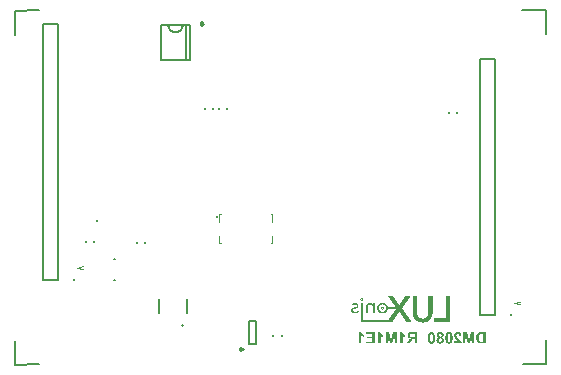
<source format=gbo>
G04*
G04 #@! TF.GenerationSoftware,Altium Limited,Altium Designer,22.11.1 (43)*
G04*
G04 Layer_Color=32896*
%FSLAX44Y44*%
%MOMM*%
G71*
G04*
G04 #@! TF.SameCoordinates,EA2F1550-8411-4DB4-965C-DA60C2665ED4*
G04*
G04*
G04 #@! TF.FilePolarity,Positive*
G04*
G01*
G75*
%ADD10C,0.2540*%
%ADD12C,0.2000*%
%ADD14C,0.2500*%
%ADD16C,0.1000*%
%ADD78C,0.1016*%
%ADD116C,0.1524*%
G36*
X293894Y56070D02*
X294127D01*
Y56041D01*
X294214D01*
Y56012D01*
X294301D01*
Y55983D01*
X294389D01*
Y55954D01*
X294447D01*
Y55925D01*
X294476D01*
Y55896D01*
X294534D01*
Y55866D01*
X294563D01*
Y55837D01*
X294621D01*
Y55808D01*
X294650D01*
Y55779D01*
X294679D01*
Y55750D01*
X294708D01*
Y55721D01*
X294737D01*
Y55692D01*
X294766D01*
Y55663D01*
X294795D01*
Y55634D01*
Y55605D01*
X294825D01*
Y55576D01*
X294854D01*
Y55547D01*
Y55518D01*
X294883D01*
Y55489D01*
Y55460D01*
X294912D01*
Y55430D01*
Y55401D01*
X294941D01*
Y55372D01*
Y55343D01*
X294970D01*
Y55314D01*
Y55285D01*
Y55256D01*
X294999D01*
Y55227D01*
Y55198D01*
Y55169D01*
Y55140D01*
Y55111D01*
X295028D01*
Y55082D01*
Y55053D01*
Y55023D01*
Y54994D01*
Y54965D01*
Y54936D01*
Y54907D01*
Y54878D01*
Y54849D01*
Y54820D01*
Y54791D01*
Y54762D01*
Y54733D01*
Y54704D01*
Y54675D01*
X294999D01*
Y54646D01*
Y54616D01*
Y54587D01*
Y54558D01*
Y54529D01*
X294970D01*
Y54500D01*
Y54471D01*
Y54442D01*
X294941D01*
Y54413D01*
Y54384D01*
X294912D01*
Y54355D01*
Y54326D01*
X294883D01*
Y54297D01*
Y54268D01*
X294854D01*
Y54239D01*
Y54209D01*
X294825D01*
Y54180D01*
X294795D01*
Y54151D01*
Y54122D01*
X294766D01*
Y54093D01*
X294737D01*
Y54064D01*
X294708D01*
Y54035D01*
X294679D01*
Y54006D01*
X294650D01*
Y53977D01*
X294621D01*
Y53948D01*
X294563D01*
Y53919D01*
X294534D01*
Y53890D01*
X294476D01*
Y53861D01*
X294447D01*
Y53832D01*
X294389D01*
Y53802D01*
X294301D01*
Y53773D01*
X294243D01*
Y53744D01*
X294127D01*
Y53715D01*
X293923D01*
Y53686D01*
X293720D01*
Y53715D01*
X293516D01*
Y53744D01*
X293400D01*
Y53773D01*
X293313D01*
Y53802D01*
X293255D01*
Y53832D01*
X293197D01*
Y53861D01*
X293139D01*
Y53890D01*
X293109D01*
Y53919D01*
X293051D01*
Y53948D01*
X293022D01*
Y53977D01*
X292993D01*
Y54006D01*
X292964D01*
Y54035D01*
X292935D01*
Y54064D01*
X292906D01*
Y54093D01*
X292877D01*
Y54122D01*
X292848D01*
Y54151D01*
X292819D01*
Y54180D01*
Y54209D01*
X292790D01*
Y54239D01*
X292761D01*
Y54268D01*
Y54297D01*
X292731D01*
Y54326D01*
Y54355D01*
X292702D01*
Y54384D01*
Y54413D01*
X292673D01*
Y54442D01*
Y54471D01*
Y54500D01*
X292644D01*
Y54529D01*
Y54558D01*
Y54587D01*
Y54616D01*
X292615D01*
Y54646D01*
Y54675D01*
Y54704D01*
Y54733D01*
Y54762D01*
Y54791D01*
Y54820D01*
Y54849D01*
Y54878D01*
Y54907D01*
Y54936D01*
Y54965D01*
Y54994D01*
Y55023D01*
Y55053D01*
Y55082D01*
Y55111D01*
Y55140D01*
Y55169D01*
X292644D01*
Y55198D01*
Y55227D01*
Y55256D01*
Y55285D01*
X292673D01*
Y55314D01*
Y55343D01*
Y55372D01*
X292702D01*
Y55401D01*
Y55430D01*
X292731D01*
Y55460D01*
Y55489D01*
X292761D01*
Y55518D01*
Y55547D01*
X292790D01*
Y55576D01*
X292819D01*
Y55605D01*
Y55634D01*
X292848D01*
Y55663D01*
X292877D01*
Y55692D01*
X292906D01*
Y55721D01*
X292935D01*
Y55750D01*
X292964D01*
Y55779D01*
X292993D01*
Y55808D01*
X293022D01*
Y55837D01*
X293051D01*
Y55866D01*
X293109D01*
Y55896D01*
X293139D01*
Y55925D01*
X293197D01*
Y55954D01*
X293255D01*
Y55983D01*
X293313D01*
Y56012D01*
X293400D01*
Y56041D01*
X293516D01*
Y56070D01*
X293749D01*
Y56099D01*
X293894D01*
Y56070D01*
D02*
G37*
G36*
X335291Y58047D02*
Y58018D01*
X335262D01*
Y57989D01*
X335233D01*
Y57960D01*
X335204D01*
Y57931D01*
Y57902D01*
X335175D01*
Y57873D01*
X335145D01*
Y57843D01*
Y57814D01*
X335116D01*
Y57785D01*
X335087D01*
Y57756D01*
Y57727D01*
X335058D01*
Y57698D01*
X335029D01*
Y57669D01*
X335000D01*
Y57640D01*
Y57611D01*
X334971D01*
Y57582D01*
X334942D01*
Y57553D01*
Y57524D01*
X334913D01*
Y57495D01*
X334884D01*
Y57465D01*
X334855D01*
Y57436D01*
Y57407D01*
X334826D01*
Y57378D01*
X334797D01*
Y57349D01*
Y57320D01*
X334768D01*
Y57291D01*
X334739D01*
Y57262D01*
X334710D01*
Y57233D01*
Y57204D01*
X334680D01*
Y57175D01*
X334651D01*
Y57146D01*
Y57117D01*
X334622D01*
Y57087D01*
X334593D01*
Y57058D01*
X334564D01*
Y57029D01*
Y57000D01*
X334535D01*
Y56971D01*
X334506D01*
Y56942D01*
Y56913D01*
X334477D01*
Y56884D01*
X334448D01*
Y56855D01*
X334419D01*
Y56826D01*
Y56797D01*
X334390D01*
Y56768D01*
X334361D01*
Y56739D01*
Y56710D01*
X334332D01*
Y56680D01*
X334302D01*
Y56651D01*
Y56622D01*
X334273D01*
Y56593D01*
X334244D01*
Y56564D01*
X334215D01*
Y56535D01*
Y56506D01*
X334186D01*
Y56477D01*
X334157D01*
Y56448D01*
Y56419D01*
X334128D01*
Y56390D01*
X334099D01*
Y56361D01*
X334070D01*
Y56332D01*
Y56303D01*
X334041D01*
Y56273D01*
X334012D01*
Y56245D01*
Y56215D01*
X333983D01*
Y56186D01*
X333954D01*
Y56157D01*
X333924D01*
Y56128D01*
Y56099D01*
X333895D01*
Y56070D01*
X333866D01*
Y56041D01*
Y56012D01*
X333837D01*
Y55983D01*
X333808D01*
Y55954D01*
X333779D01*
Y55925D01*
Y55896D01*
X333750D01*
Y55866D01*
X333721D01*
Y55837D01*
Y55808D01*
X333692D01*
Y55779D01*
X333663D01*
Y55750D01*
X333634D01*
Y55721D01*
Y55692D01*
X333605D01*
Y55663D01*
X333576D01*
Y55634D01*
Y55605D01*
X333547D01*
Y55576D01*
X333517D01*
Y55547D01*
Y55518D01*
X333488D01*
Y55489D01*
X333459D01*
Y55460D01*
X333430D01*
Y55430D01*
Y55401D01*
X333401D01*
Y55372D01*
X333372D01*
Y55343D01*
Y55314D01*
X333343D01*
Y55285D01*
X333314D01*
Y55256D01*
X333285D01*
Y55227D01*
Y55198D01*
X333256D01*
Y55169D01*
X333227D01*
Y55140D01*
Y55111D01*
X333198D01*
Y55082D01*
X333169D01*
Y55053D01*
X333140D01*
Y55023D01*
Y54994D01*
X333111D01*
Y54965D01*
X333082D01*
Y54936D01*
Y54907D01*
X333052D01*
Y54878D01*
X333023D01*
Y54849D01*
X332994D01*
Y54820D01*
Y54791D01*
X332965D01*
Y54762D01*
X332936D01*
Y54733D01*
Y54704D01*
X332907D01*
Y54675D01*
X332878D01*
Y54646D01*
X332849D01*
Y54616D01*
Y54587D01*
X332820D01*
Y54558D01*
X332791D01*
Y54529D01*
Y54500D01*
X332762D01*
Y54471D01*
X332733D01*
Y54442D01*
Y54413D01*
X332704D01*
Y54384D01*
X332674D01*
Y54355D01*
X332645D01*
Y54326D01*
Y54297D01*
X332616D01*
Y54268D01*
X332587D01*
Y54239D01*
Y54209D01*
X332558D01*
Y54180D01*
X332529D01*
Y54151D01*
X332500D01*
Y54122D01*
Y54093D01*
X332471D01*
Y54064D01*
X332442D01*
Y54035D01*
Y54006D01*
X332413D01*
Y53977D01*
X332384D01*
Y53948D01*
X332355D01*
Y53919D01*
Y53890D01*
X332326D01*
Y53861D01*
X332297D01*
Y53832D01*
Y53802D01*
X332267D01*
Y53773D01*
X332239D01*
Y53744D01*
X332209D01*
Y53715D01*
Y53686D01*
X332180D01*
Y53657D01*
X332151D01*
Y53628D01*
Y53599D01*
X332122D01*
Y53570D01*
X332093D01*
Y53541D01*
X332064D01*
Y53512D01*
Y53483D01*
X332035D01*
Y53454D01*
X332006D01*
Y53425D01*
Y53396D01*
X331977D01*
Y53366D01*
X331948D01*
Y53337D01*
X331919D01*
Y53308D01*
Y53279D01*
X331890D01*
Y53250D01*
X331861D01*
Y53221D01*
Y53192D01*
X331831D01*
Y53163D01*
X331802D01*
Y53134D01*
Y53105D01*
X331773D01*
Y53076D01*
X331744D01*
Y53047D01*
X331715D01*
Y53018D01*
Y52989D01*
X331686D01*
Y52959D01*
X331657D01*
Y52930D01*
Y52901D01*
X331628D01*
Y52872D01*
X331599D01*
Y52843D01*
X331570D01*
Y52814D01*
Y52785D01*
X331541D01*
Y52756D01*
X331512D01*
Y52727D01*
Y52698D01*
X331483D01*
Y52669D01*
X331454D01*
Y52640D01*
X331424D01*
Y52611D01*
Y52582D01*
X331395D01*
Y52552D01*
X331366D01*
Y52523D01*
Y52494D01*
X331337D01*
Y52465D01*
X331308D01*
Y52436D01*
X331279D01*
Y52407D01*
Y52378D01*
X331250D01*
Y52349D01*
X331221D01*
Y52320D01*
Y52291D01*
X331192D01*
Y52262D01*
X331163D01*
Y52233D01*
X331134D01*
Y52204D01*
Y52175D01*
X331105D01*
Y52146D01*
X331076D01*
Y52116D01*
Y52087D01*
X331046D01*
Y52058D01*
X331017D01*
Y52029D01*
Y52000D01*
X330988D01*
Y51971D01*
X330959D01*
Y51942D01*
X330930D01*
Y51913D01*
Y51884D01*
X330901D01*
Y51855D01*
X330872D01*
Y51826D01*
Y51797D01*
X330843D01*
Y51768D01*
X330814D01*
Y51739D01*
X330785D01*
Y51709D01*
Y51680D01*
X330756D01*
Y51651D01*
X330727D01*
Y51622D01*
Y51593D01*
X330698D01*
Y51564D01*
X330669D01*
Y51535D01*
X330639D01*
Y51506D01*
Y51477D01*
X330611D01*
Y51448D01*
X330581D01*
Y51419D01*
Y51390D01*
X330552D01*
Y51361D01*
X330523D01*
Y51332D01*
X330494D01*
Y51302D01*
Y51273D01*
X330465D01*
Y51244D01*
X330436D01*
Y51215D01*
Y51186D01*
X330407D01*
Y51157D01*
X330378D01*
Y51128D01*
X330349D01*
Y51099D01*
Y51070D01*
X330320D01*
Y51041D01*
X330291D01*
Y51012D01*
Y50983D01*
X330262D01*
Y50954D01*
X330233D01*
Y50925D01*
Y50896D01*
X330204D01*
Y50866D01*
X330174D01*
Y50837D01*
X330145D01*
Y50808D01*
Y50779D01*
X330116D01*
Y50750D01*
X330087D01*
Y50721D01*
Y50692D01*
X330058D01*
Y50663D01*
X330029D01*
Y50634D01*
X330000D01*
Y50605D01*
Y50576D01*
X329971D01*
Y50547D01*
X329942D01*
Y50518D01*
Y50489D01*
X329913D01*
Y50459D01*
X329884D01*
Y50430D01*
X329855D01*
Y50401D01*
Y50372D01*
X329826D01*
Y50343D01*
X329796D01*
Y50314D01*
Y50285D01*
X329767D01*
Y50256D01*
X329738D01*
Y50227D01*
X329709D01*
Y50198D01*
Y50169D01*
X329680D01*
Y50140D01*
X329651D01*
Y50111D01*
Y50082D01*
X329622D01*
Y50052D01*
X329593D01*
Y50023D01*
X329564D01*
Y49994D01*
Y49965D01*
X329535D01*
Y49936D01*
X329506D01*
Y49907D01*
Y49878D01*
X329477D01*
Y49849D01*
X329448D01*
Y49820D01*
Y49791D01*
X329419D01*
Y49762D01*
X329389D01*
Y49733D01*
X329360D01*
Y49704D01*
Y49675D01*
X329331D01*
Y49645D01*
X329302D01*
Y49616D01*
Y49587D01*
X329273D01*
Y49558D01*
X329244D01*
Y49529D01*
X329215D01*
Y49500D01*
Y49471D01*
X329186D01*
Y49442D01*
X329157D01*
Y49413D01*
Y49384D01*
X329128D01*
Y49355D01*
X329099D01*
Y49326D01*
X329070D01*
Y49297D01*
Y49268D01*
X329041D01*
Y49239D01*
X329012D01*
Y49209D01*
Y49180D01*
X328983D01*
Y49151D01*
X328953D01*
Y49122D01*
X328924D01*
Y49093D01*
Y49064D01*
X328895D01*
Y49035D01*
X328866D01*
Y49006D01*
Y48977D01*
X328837D01*
Y48948D01*
X328808D01*
Y48919D01*
X328779D01*
Y48890D01*
Y48861D01*
X328750D01*
Y48832D01*
X328721D01*
Y48802D01*
Y48773D01*
X328692D01*
Y48744D01*
X328663D01*
Y48715D01*
X328634D01*
Y48686D01*
Y48657D01*
X328605D01*
Y48628D01*
X328576D01*
Y48599D01*
Y48570D01*
X328546D01*
Y48541D01*
X328517D01*
Y48512D01*
Y48483D01*
X328488D01*
Y48453D01*
X328459D01*
Y48425D01*
X328430D01*
Y48395D01*
Y48366D01*
X328401D01*
Y48337D01*
X328372D01*
Y48308D01*
Y48279D01*
X328343D01*
Y48250D01*
X328314D01*
Y48221D01*
X328285D01*
Y48192D01*
Y48163D01*
X328256D01*
Y48134D01*
X328227D01*
Y48105D01*
Y48076D01*
X328198D01*
Y48047D01*
X328169D01*
Y48018D01*
X328139D01*
Y47988D01*
Y47959D01*
X328110D01*
Y47930D01*
X328081D01*
Y47901D01*
Y47872D01*
X328052D01*
Y47843D01*
X328023D01*
Y47814D01*
X327994D01*
Y47785D01*
Y47756D01*
X327965D01*
Y47727D01*
X327936D01*
Y47698D01*
Y47669D01*
X327907D01*
Y47640D01*
X327878D01*
Y47611D01*
Y47582D01*
X327907D01*
Y47552D01*
X327936D01*
Y47523D01*
Y47494D01*
X327965D01*
Y47465D01*
X327994D01*
Y47436D01*
Y47407D01*
X328023D01*
Y47378D01*
X328052D01*
Y47349D01*
Y47320D01*
X328081D01*
Y47291D01*
X328110D01*
Y47262D01*
Y47233D01*
X328139D01*
Y47203D01*
X328169D01*
Y47175D01*
Y47145D01*
X328198D01*
Y47116D01*
X328227D01*
Y47087D01*
X328256D01*
Y47058D01*
Y47029D01*
X328285D01*
Y47000D01*
X328314D01*
Y46971D01*
Y46942D01*
X328343D01*
Y46913D01*
X328372D01*
Y46884D01*
Y46855D01*
X328401D01*
Y46826D01*
X328430D01*
Y46796D01*
Y46767D01*
X328459D01*
Y46738D01*
X328488D01*
Y46709D01*
X328517D01*
Y46680D01*
Y46651D01*
X328546D01*
Y46622D01*
X328576D01*
Y46593D01*
Y46564D01*
X328605D01*
Y46535D01*
X328634D01*
Y46506D01*
Y46477D01*
X328663D01*
Y46448D01*
X328692D01*
Y46419D01*
Y46389D01*
X328721D01*
Y46361D01*
X328750D01*
Y46331D01*
X328779D01*
Y46302D01*
Y46273D01*
X328808D01*
Y46244D01*
X328837D01*
Y46215D01*
Y46186D01*
X328866D01*
Y46157D01*
X328895D01*
Y46128D01*
Y46099D01*
X328924D01*
Y46070D01*
X328953D01*
Y46041D01*
Y46012D01*
X328983D01*
Y45983D01*
X329012D01*
Y45953D01*
X329041D01*
Y45924D01*
Y45895D01*
X329070D01*
Y45866D01*
X329099D01*
Y45837D01*
Y45808D01*
X329128D01*
Y45779D01*
X329157D01*
Y45750D01*
Y45721D01*
X329186D01*
Y45692D01*
X329215D01*
Y45663D01*
Y45634D01*
X329244D01*
Y45605D01*
X329273D01*
Y45576D01*
X329302D01*
Y45546D01*
Y45517D01*
X329331D01*
Y45488D01*
X329360D01*
Y45459D01*
Y45430D01*
X329389D01*
Y45401D01*
X329419D01*
Y45372D01*
Y45343D01*
X329448D01*
Y45314D01*
X329477D01*
Y45285D01*
Y45256D01*
X329506D01*
Y45227D01*
X329535D01*
Y45198D01*
X329564D01*
Y45169D01*
Y45139D01*
X329593D01*
Y45110D01*
X329622D01*
Y45081D01*
Y45052D01*
X329651D01*
Y45023D01*
X329680D01*
Y44994D01*
Y44965D01*
X329709D01*
Y44936D01*
X329738D01*
Y44907D01*
Y44878D01*
X329767D01*
Y44849D01*
X329796D01*
Y44820D01*
X329826D01*
Y44791D01*
Y44762D01*
X329855D01*
Y44732D01*
X329884D01*
Y44703D01*
Y44674D01*
X329913D01*
Y44645D01*
X329942D01*
Y44616D01*
Y44587D01*
X329971D01*
Y44558D01*
X330000D01*
Y44529D01*
Y44500D01*
X330029D01*
Y44471D01*
X330058D01*
Y44442D01*
X330087D01*
Y44413D01*
Y44384D01*
X330116D01*
Y44355D01*
X330145D01*
Y44326D01*
Y44296D01*
X330174D01*
Y44267D01*
X330204D01*
Y44238D01*
Y44209D01*
X330233D01*
Y44180D01*
X330262D01*
Y44151D01*
Y44122D01*
X330291D01*
Y44093D01*
X330320D01*
Y44064D01*
X330349D01*
Y44035D01*
Y44006D01*
X330378D01*
Y43977D01*
X330407D01*
Y43948D01*
Y43918D01*
X330436D01*
Y43889D01*
X330465D01*
Y43860D01*
Y43831D01*
X330494D01*
Y43802D01*
X330523D01*
Y43773D01*
Y43744D01*
X330552D01*
Y43715D01*
X330581D01*
Y43686D01*
Y43657D01*
X330611D01*
Y43628D01*
X330639D01*
Y43599D01*
X330669D01*
Y43570D01*
Y43541D01*
X330698D01*
Y43512D01*
X330727D01*
Y43482D01*
Y43453D01*
X330756D01*
Y43424D01*
X330785D01*
Y43395D01*
Y43366D01*
X330814D01*
Y43337D01*
X330843D01*
Y43308D01*
Y43279D01*
X330872D01*
Y43250D01*
X330901D01*
Y43221D01*
X330930D01*
Y43192D01*
Y43163D01*
X330959D01*
Y43134D01*
X330988D01*
Y43105D01*
Y43075D01*
X331017D01*
Y43046D01*
X331046D01*
Y43017D01*
Y42988D01*
X331076D01*
Y42959D01*
X331105D01*
Y42930D01*
Y42901D01*
X331134D01*
Y42872D01*
X331163D01*
Y42843D01*
X331192D01*
Y42814D01*
Y42785D01*
X331221D01*
Y42756D01*
X331250D01*
Y42727D01*
Y42698D01*
X331279D01*
Y42668D01*
X331308D01*
Y42639D01*
Y42610D01*
X331337D01*
Y42581D01*
X331366D01*
Y42552D01*
Y42523D01*
X331395D01*
Y42494D01*
X331424D01*
Y42465D01*
X331454D01*
Y42436D01*
Y42407D01*
X331483D01*
Y42378D01*
X331512D01*
Y42349D01*
Y42320D01*
X331541D01*
Y42291D01*
X331570D01*
Y42262D01*
Y42232D01*
X331599D01*
Y42203D01*
X331628D01*
Y42174D01*
Y42145D01*
X331657D01*
Y42116D01*
X331686D01*
Y42087D01*
X331715D01*
Y42058D01*
Y42029D01*
X331744D01*
Y42000D01*
X331773D01*
Y41971D01*
Y41942D01*
X331802D01*
Y41913D01*
X331831D01*
Y41884D01*
Y41855D01*
X331861D01*
Y41825D01*
X331890D01*
Y41796D01*
Y41767D01*
X331919D01*
Y41738D01*
X331948D01*
Y41709D01*
X331977D01*
Y41680D01*
Y41651D01*
X332006D01*
Y41622D01*
X332035D01*
Y41593D01*
Y41564D01*
X332064D01*
Y41535D01*
X332093D01*
Y41506D01*
Y41477D01*
X332122D01*
Y41448D01*
X332151D01*
Y41418D01*
Y41389D01*
X332180D01*
Y41360D01*
X332209D01*
Y41331D01*
X332239D01*
Y41302D01*
Y41273D01*
X332267D01*
Y41244D01*
X332297D01*
Y41215D01*
Y41186D01*
X332326D01*
Y41157D01*
X332355D01*
Y41128D01*
Y41099D01*
X332384D01*
Y41070D01*
X332413D01*
Y41041D01*
Y41012D01*
X332442D01*
Y40982D01*
X332471D01*
Y40953D01*
X332500D01*
Y40924D01*
Y40895D01*
X332529D01*
Y40866D01*
X332558D01*
Y40837D01*
Y40808D01*
X332587D01*
Y40779D01*
X332616D01*
Y40750D01*
Y40721D01*
X332645D01*
Y40692D01*
X332674D01*
Y40663D01*
Y40634D01*
X332704D01*
Y40605D01*
X332733D01*
Y40575D01*
Y40546D01*
X332762D01*
Y40517D01*
X332791D01*
Y40488D01*
X332820D01*
Y40459D01*
Y40430D01*
X332849D01*
Y40401D01*
X332878D01*
Y40372D01*
Y40343D01*
X332907D01*
Y40314D01*
X332936D01*
Y40285D01*
Y40256D01*
X332965D01*
Y40227D01*
X332994D01*
Y40198D01*
Y40168D01*
X333023D01*
Y40139D01*
X333052D01*
Y40110D01*
X333082D01*
Y40081D01*
Y40052D01*
X333111D01*
Y40023D01*
X333140D01*
Y39994D01*
Y39965D01*
X333169D01*
Y39936D01*
X333198D01*
Y39907D01*
Y39878D01*
X333227D01*
Y39849D01*
X333256D01*
Y39820D01*
Y39790D01*
X333285D01*
Y39761D01*
X333314D01*
Y39732D01*
X333343D01*
Y39703D01*
Y39674D01*
X333372D01*
Y39645D01*
X333401D01*
Y39616D01*
Y39587D01*
X333430D01*
Y39558D01*
X333459D01*
Y39529D01*
Y39500D01*
X333488D01*
Y39471D01*
X333517D01*
Y39442D01*
Y39413D01*
X333547D01*
Y39384D01*
X333576D01*
Y39355D01*
X333605D01*
Y39325D01*
Y39296D01*
X333634D01*
Y39267D01*
X333663D01*
Y39238D01*
Y39209D01*
X333692D01*
Y39180D01*
X333721D01*
Y39151D01*
Y39122D01*
X333750D01*
Y39093D01*
X333779D01*
Y39064D01*
Y39035D01*
X333808D01*
Y39006D01*
X333837D01*
Y38977D01*
X333866D01*
Y38947D01*
Y38918D01*
X333895D01*
Y38889D01*
X333924D01*
Y38860D01*
Y38831D01*
X333954D01*
Y38802D01*
X333983D01*
Y38773D01*
Y38744D01*
X334012D01*
Y38715D01*
X334041D01*
Y38686D01*
Y38657D01*
X334070D01*
Y38628D01*
X334099D01*
Y38599D01*
X334128D01*
Y38570D01*
Y38540D01*
X334157D01*
Y38511D01*
X334186D01*
Y38482D01*
Y38453D01*
X334215D01*
Y38424D01*
X334244D01*
Y38395D01*
Y38366D01*
X334273D01*
Y38337D01*
X334302D01*
Y38308D01*
Y38279D01*
X334332D01*
Y38250D01*
X334361D01*
Y38221D01*
X334390D01*
Y38192D01*
Y38163D01*
X334419D01*
Y38133D01*
X334448D01*
Y38104D01*
Y38075D01*
X334477D01*
Y38046D01*
X334506D01*
Y38017D01*
Y37988D01*
X334535D01*
Y37959D01*
X334564D01*
Y37930D01*
Y37901D01*
X334593D01*
Y37872D01*
X334622D01*
Y37843D01*
X334651D01*
Y37814D01*
Y37785D01*
X334680D01*
Y37756D01*
X334710D01*
Y37727D01*
Y37697D01*
X334739D01*
Y37668D01*
X334768D01*
Y37639D01*
Y37610D01*
X334797D01*
Y37581D01*
X334826D01*
Y37552D01*
Y37523D01*
X334855D01*
Y37494D01*
X334884D01*
Y37465D01*
X334913D01*
Y37436D01*
Y37407D01*
X334942D01*
Y37378D01*
X334971D01*
Y37349D01*
Y37320D01*
X335000D01*
Y37290D01*
X335029D01*
Y37261D01*
Y37232D01*
X335058D01*
Y37203D01*
X335087D01*
Y37174D01*
Y37145D01*
X335116D01*
Y37116D01*
X335145D01*
Y37087D01*
Y37058D01*
X335175D01*
Y37029D01*
X335204D01*
Y37000D01*
X335233D01*
Y36971D01*
Y36942D01*
X335262D01*
Y36913D01*
X335291D01*
Y36883D01*
Y36854D01*
X335320D01*
Y36825D01*
X335349D01*
Y36796D01*
Y36767D01*
X335378D01*
Y36738D01*
X335407D01*
Y36709D01*
Y36680D01*
X335436D01*
Y36651D01*
X335465D01*
Y36622D01*
X335494D01*
Y36593D01*
Y36564D01*
X335523D01*
Y36535D01*
X335552D01*
Y36505D01*
Y36477D01*
X335582D01*
Y36447D01*
X335611D01*
Y36418D01*
Y36389D01*
X335640D01*
Y36360D01*
X335669D01*
Y36331D01*
Y36302D01*
X335698D01*
Y36273D01*
X335727D01*
Y36244D01*
X335756D01*
Y36215D01*
Y36186D01*
X335785D01*
Y36157D01*
X335814D01*
Y36128D01*
Y36099D01*
X335843D01*
Y36070D01*
X335872D01*
Y36040D01*
X331512D01*
Y36070D01*
X331483D01*
Y36099D01*
X331454D01*
Y36128D01*
Y36157D01*
X331424D01*
Y36186D01*
X331395D01*
Y36215D01*
Y36244D01*
X331366D01*
Y36273D01*
X331337D01*
Y36302D01*
Y36331D01*
X331308D01*
Y36360D01*
X331279D01*
Y36389D01*
Y36418D01*
X331250D01*
Y36447D01*
X331221D01*
Y36477D01*
Y36505D01*
X331192D01*
Y36535D01*
X331163D01*
Y36564D01*
Y36593D01*
X331134D01*
Y36622D01*
X331105D01*
Y36651D01*
Y36680D01*
X331076D01*
Y36709D01*
X331046D01*
Y36738D01*
Y36767D01*
X331017D01*
Y36796D01*
X330988D01*
Y36825D01*
Y36854D01*
X330959D01*
Y36883D01*
X330930D01*
Y36913D01*
Y36942D01*
X330901D01*
Y36971D01*
X330872D01*
Y37000D01*
Y37029D01*
X330843D01*
Y37058D01*
X330814D01*
Y37087D01*
Y37116D01*
X330785D01*
Y37145D01*
X330756D01*
Y37174D01*
Y37203D01*
X330727D01*
Y37232D01*
X330698D01*
Y37261D01*
Y37290D01*
X330669D01*
Y37320D01*
X330639D01*
Y37349D01*
Y37378D01*
X330611D01*
Y37407D01*
X330581D01*
Y37436D01*
Y37465D01*
X330552D01*
Y37494D01*
X330523D01*
Y37523D01*
Y37552D01*
X330494D01*
Y37581D01*
X330465D01*
Y37610D01*
Y37639D01*
X330436D01*
Y37668D01*
X330407D01*
Y37697D01*
Y37727D01*
X330378D01*
Y37756D01*
X330349D01*
Y37785D01*
X330320D01*
Y37814D01*
Y37843D01*
X330291D01*
Y37872D01*
X330262D01*
Y37901D01*
Y37930D01*
X330233D01*
Y37959D01*
X330204D01*
Y37988D01*
Y38017D01*
X330174D01*
Y38046D01*
X330145D01*
Y38075D01*
Y38104D01*
X330116D01*
Y38133D01*
X330087D01*
Y38163D01*
Y38192D01*
X330058D01*
Y38221D01*
X330029D01*
Y38250D01*
Y38279D01*
X330000D01*
Y38308D01*
X329971D01*
Y38337D01*
Y38366D01*
X329942D01*
Y38395D01*
X329913D01*
Y38424D01*
Y38453D01*
X329884D01*
Y38482D01*
X329855D01*
Y38511D01*
Y38540D01*
X329826D01*
Y38570D01*
X329796D01*
Y38599D01*
Y38628D01*
X329767D01*
Y38657D01*
X329738D01*
Y38686D01*
Y38715D01*
X329709D01*
Y38744D01*
X329680D01*
Y38773D01*
Y38802D01*
X329651D01*
Y38831D01*
X329622D01*
Y38860D01*
Y38889D01*
X329593D01*
Y38918D01*
X329564D01*
Y38947D01*
Y38977D01*
X329535D01*
Y39006D01*
X329506D01*
Y39035D01*
Y39064D01*
X329477D01*
Y39093D01*
X329448D01*
Y39122D01*
Y39151D01*
X329419D01*
Y39180D01*
X329389D01*
Y39209D01*
Y39238D01*
X329360D01*
Y39267D01*
X329331D01*
Y39296D01*
Y39325D01*
X329302D01*
Y39355D01*
X329273D01*
Y39384D01*
Y39413D01*
X329244D01*
Y39442D01*
X329215D01*
Y39471D01*
Y39500D01*
X329186D01*
Y39529D01*
X329157D01*
Y39558D01*
Y39587D01*
X329128D01*
Y39616D01*
X329099D01*
Y39645D01*
Y39674D01*
X329070D01*
Y39703D01*
X329041D01*
Y39732D01*
X329012D01*
Y39761D01*
Y39790D01*
X328983D01*
Y39820D01*
X328953D01*
Y39849D01*
Y39878D01*
X328924D01*
Y39907D01*
X328895D01*
Y39936D01*
Y39965D01*
X328866D01*
Y39994D01*
X328837D01*
Y40023D01*
Y40052D01*
X328808D01*
Y40081D01*
X328779D01*
Y40110D01*
Y40139D01*
X328750D01*
Y40168D01*
X328721D01*
Y40198D01*
Y40227D01*
X328692D01*
Y40256D01*
X328663D01*
Y40285D01*
Y40314D01*
X328634D01*
Y40343D01*
X328605D01*
Y40372D01*
Y40401D01*
X328576D01*
Y40430D01*
X328546D01*
Y40459D01*
Y40488D01*
X328517D01*
Y40517D01*
X328488D01*
Y40546D01*
Y40575D01*
X328459D01*
Y40605D01*
X328430D01*
Y40634D01*
Y40663D01*
X328401D01*
Y40692D01*
X328372D01*
Y40721D01*
Y40750D01*
X328343D01*
Y40779D01*
X328314D01*
Y40808D01*
Y40837D01*
X328285D01*
Y40866D01*
X328256D01*
Y40895D01*
Y40924D01*
X328227D01*
Y40953D01*
X328198D01*
Y40982D01*
Y41012D01*
X328169D01*
Y41041D01*
X328139D01*
Y41070D01*
Y41099D01*
X328110D01*
Y41128D01*
X328081D01*
Y41157D01*
Y41186D01*
X328052D01*
Y41215D01*
X328023D01*
Y41244D01*
Y41273D01*
X327994D01*
Y41302D01*
X327965D01*
Y41331D01*
Y41360D01*
X327936D01*
Y41389D01*
X327907D01*
Y41418D01*
Y41448D01*
X327878D01*
Y41477D01*
X327849D01*
Y41506D01*
Y41535D01*
X327820D01*
Y41564D01*
X327791D01*
Y41593D01*
X327762D01*
Y41622D01*
Y41651D01*
X327732D01*
Y41680D01*
X327703D01*
Y41709D01*
Y41738D01*
X327674D01*
Y41767D01*
X327645D01*
Y41796D01*
Y41825D01*
X327616D01*
Y41855D01*
X327587D01*
Y41884D01*
Y41913D01*
X327558D01*
Y41942D01*
X327529D01*
Y41971D01*
Y42000D01*
X327500D01*
Y42029D01*
X327471D01*
Y42058D01*
Y42087D01*
X327442D01*
Y42116D01*
X327413D01*
Y42145D01*
Y42174D01*
X327384D01*
Y42203D01*
X327355D01*
Y42232D01*
Y42262D01*
X327326D01*
Y42291D01*
X327296D01*
Y42320D01*
Y42349D01*
X327267D01*
Y42378D01*
X327238D01*
Y42407D01*
Y42436D01*
X327209D01*
Y42465D01*
X327180D01*
Y42494D01*
Y42523D01*
X327151D01*
Y42552D01*
X327122D01*
Y42581D01*
Y42610D01*
X327093D01*
Y42639D01*
X327064D01*
Y42668D01*
Y42698D01*
X327035D01*
Y42727D01*
X327006D01*
Y42756D01*
Y42785D01*
X326977D01*
Y42814D01*
X326948D01*
Y42843D01*
Y42872D01*
X326918D01*
Y42901D01*
X326889D01*
Y42930D01*
Y42959D01*
X326860D01*
Y42988D01*
X326831D01*
Y43017D01*
Y43046D01*
X326802D01*
Y43075D01*
X326773D01*
Y43105D01*
Y43134D01*
X326744D01*
Y43163D01*
X326715D01*
Y43192D01*
Y43221D01*
X326686D01*
Y43250D01*
X326657D01*
Y43279D01*
Y43308D01*
X326628D01*
Y43337D01*
X326599D01*
Y43366D01*
Y43395D01*
X326570D01*
Y43424D01*
X326541D01*
Y43453D01*
X326511D01*
Y43482D01*
Y43512D01*
X326482D01*
Y43541D01*
X326453D01*
Y43570D01*
Y43599D01*
X326424D01*
Y43628D01*
X326395D01*
Y43657D01*
Y43686D01*
X326366D01*
Y43715D01*
X326337D01*
Y43744D01*
Y43773D01*
X326308D01*
Y43802D01*
X326279D01*
Y43831D01*
Y43860D01*
X326250D01*
Y43889D01*
X326221D01*
Y43918D01*
Y43948D01*
X326192D01*
Y43977D01*
X326163D01*
Y44006D01*
Y44035D01*
X326134D01*
Y44064D01*
X326105D01*
Y44093D01*
Y44122D01*
X326076D01*
Y44151D01*
X326046D01*
Y44180D01*
Y44209D01*
X326017D01*
Y44238D01*
X325988D01*
Y44267D01*
Y44296D01*
X325959D01*
Y44326D01*
X325930D01*
Y44355D01*
Y44384D01*
X325901D01*
Y44413D01*
X325872D01*
Y44442D01*
Y44471D01*
X325843D01*
Y44500D01*
X325814D01*
Y44529D01*
Y44558D01*
X325785D01*
Y44587D01*
X325756D01*
Y44616D01*
Y44645D01*
X325727D01*
Y44674D01*
X325698D01*
Y44703D01*
Y44732D01*
X325668D01*
Y44762D01*
X325639D01*
Y44791D01*
Y44820D01*
X325610D01*
Y44849D01*
X325581D01*
Y44878D01*
Y44907D01*
X325523D01*
Y44878D01*
Y44849D01*
X325494D01*
Y44820D01*
X325465D01*
Y44791D01*
X325436D01*
Y44762D01*
Y44732D01*
X325407D01*
Y44703D01*
X325378D01*
Y44674D01*
Y44645D01*
X325349D01*
Y44616D01*
X325320D01*
Y44587D01*
Y44558D01*
X325291D01*
Y44529D01*
X325261D01*
Y44500D01*
Y44471D01*
X325232D01*
Y44442D01*
X325203D01*
Y44413D01*
Y44384D01*
X325174D01*
Y44355D01*
X325145D01*
Y44326D01*
Y44296D01*
X325116D01*
Y44267D01*
X325087D01*
Y44238D01*
Y44209D01*
X325058D01*
Y44180D01*
X325029D01*
Y44151D01*
Y44122D01*
X325000D01*
Y44093D01*
X324971D01*
Y44064D01*
Y44035D01*
X324942D01*
Y44006D01*
X324913D01*
Y43977D01*
Y43948D01*
X324884D01*
Y43918D01*
X324855D01*
Y43889D01*
Y43860D01*
X324826D01*
Y43831D01*
X324796D01*
Y43802D01*
Y43773D01*
X324767D01*
Y43744D01*
X324738D01*
Y43715D01*
Y43686D01*
X324709D01*
Y43657D01*
X324680D01*
Y43628D01*
Y43599D01*
X324651D01*
Y43570D01*
X324622D01*
Y43541D01*
Y43512D01*
X324593D01*
Y43482D01*
X324564D01*
Y43453D01*
Y43424D01*
X324535D01*
Y43395D01*
X324506D01*
Y43366D01*
Y43337D01*
X324477D01*
Y43308D01*
X324448D01*
Y43279D01*
Y43250D01*
X324418D01*
Y43221D01*
X324389D01*
Y43192D01*
Y43163D01*
X324360D01*
Y43134D01*
X324331D01*
Y43105D01*
Y43075D01*
X324302D01*
Y43046D01*
X324273D01*
Y43017D01*
Y42988D01*
X324244D01*
Y42959D01*
X324215D01*
Y42930D01*
Y42901D01*
X324186D01*
Y42872D01*
X324157D01*
Y42843D01*
Y42814D01*
X324128D01*
Y42785D01*
X324099D01*
Y42756D01*
Y42727D01*
X324070D01*
Y42698D01*
X324040D01*
Y42668D01*
Y42639D01*
X324011D01*
Y42610D01*
X323982D01*
Y42581D01*
Y42552D01*
X323953D01*
Y42523D01*
X323924D01*
Y42494D01*
Y42465D01*
X323895D01*
Y42436D01*
X323866D01*
Y42407D01*
Y42378D01*
X323837D01*
Y42349D01*
X323808D01*
Y42320D01*
Y42291D01*
X323779D01*
Y42262D01*
X323750D01*
Y42232D01*
Y42203D01*
X323721D01*
Y42174D01*
X323692D01*
Y42145D01*
Y42116D01*
X323662D01*
Y42087D01*
X323633D01*
Y42058D01*
Y42029D01*
X323604D01*
Y42000D01*
X323575D01*
Y41971D01*
Y41942D01*
X323546D01*
Y41913D01*
X323517D01*
Y41884D01*
Y41855D01*
X323488D01*
Y41825D01*
X323459D01*
Y41796D01*
Y41767D01*
X323430D01*
Y41738D01*
X323401D01*
Y41709D01*
Y41680D01*
X323372D01*
Y41651D01*
X323343D01*
Y41622D01*
Y41593D01*
X323314D01*
Y41564D01*
X323285D01*
Y41535D01*
Y41506D01*
X323256D01*
Y41477D01*
X323227D01*
Y41448D01*
Y41418D01*
X323197D01*
Y41389D01*
X323168D01*
Y41360D01*
Y41331D01*
X323139D01*
Y41302D01*
X323110D01*
Y41273D01*
Y41244D01*
X323081D01*
Y41215D01*
X323052D01*
Y41186D01*
Y41157D01*
X323023D01*
Y41128D01*
X322994D01*
Y41099D01*
Y41070D01*
X322965D01*
Y41041D01*
X322936D01*
Y41012D01*
Y40982D01*
X322907D01*
Y40953D01*
X322878D01*
Y40924D01*
Y40895D01*
X322849D01*
Y40866D01*
X322820D01*
Y40837D01*
Y40808D01*
X322790D01*
Y40779D01*
X322761D01*
Y40750D01*
Y40721D01*
X322732D01*
Y40692D01*
X322703D01*
Y40663D01*
Y40634D01*
X322674D01*
Y40605D01*
X322645D01*
Y40575D01*
Y40546D01*
X322616D01*
Y40517D01*
X322587D01*
Y40488D01*
Y40459D01*
X322558D01*
Y40430D01*
X322529D01*
Y40401D01*
Y40372D01*
X322500D01*
Y40343D01*
X322471D01*
Y40314D01*
Y40285D01*
X322442D01*
Y40256D01*
X322413D01*
Y40227D01*
Y40198D01*
X322383D01*
Y40168D01*
X322354D01*
Y40139D01*
Y40110D01*
X322325D01*
Y40081D01*
X322296D01*
Y40052D01*
Y40023D01*
X322267D01*
Y39994D01*
X322238D01*
Y39965D01*
Y39936D01*
X322209D01*
Y39907D01*
X322180D01*
Y39878D01*
Y39849D01*
X322151D01*
Y39820D01*
X322122D01*
Y39790D01*
X322093D01*
Y39761D01*
Y39732D01*
X322064D01*
Y39703D01*
X322035D01*
Y39674D01*
Y39645D01*
X322006D01*
Y39616D01*
X321977D01*
Y39587D01*
Y39558D01*
X321947D01*
Y39529D01*
X321918D01*
Y39500D01*
Y39471D01*
X321889D01*
Y39442D01*
X321860D01*
Y39413D01*
Y39384D01*
X321831D01*
Y39355D01*
X321802D01*
Y39325D01*
Y39296D01*
X321773D01*
Y39267D01*
X321744D01*
Y39238D01*
Y39209D01*
X321715D01*
Y39180D01*
X321686D01*
Y39151D01*
Y39122D01*
X321657D01*
Y39093D01*
X321628D01*
Y39064D01*
Y39035D01*
X321599D01*
Y39006D01*
X321570D01*
Y38977D01*
Y38947D01*
X321540D01*
Y38918D01*
X321511D01*
Y38889D01*
Y38860D01*
X321482D01*
Y38831D01*
X321453D01*
Y38802D01*
Y38773D01*
X321424D01*
Y38744D01*
X321395D01*
Y38715D01*
Y38686D01*
X321366D01*
Y38657D01*
X321337D01*
Y38628D01*
Y38599D01*
X321308D01*
Y38570D01*
X321279D01*
Y38540D01*
Y38511D01*
X321250D01*
Y38482D01*
X321221D01*
Y38453D01*
Y38424D01*
X321192D01*
Y38395D01*
X321162D01*
Y38366D01*
Y38337D01*
X321133D01*
Y38308D01*
X321104D01*
Y38279D01*
Y38250D01*
X321075D01*
Y38221D01*
X321046D01*
Y38192D01*
Y38163D01*
X321017D01*
Y38133D01*
X320988D01*
Y38104D01*
Y38075D01*
X320959D01*
Y38046D01*
X320930D01*
Y38017D01*
Y37988D01*
X320901D01*
Y37959D01*
X320872D01*
Y37930D01*
Y37901D01*
X320843D01*
Y37872D01*
X320814D01*
Y37843D01*
Y37814D01*
X320785D01*
Y37785D01*
X320756D01*
Y37756D01*
Y37727D01*
X320727D01*
Y37697D01*
X320697D01*
Y37668D01*
Y37639D01*
X320668D01*
Y37610D01*
X320639D01*
Y37581D01*
Y37552D01*
X320610D01*
Y37523D01*
X320581D01*
Y37494D01*
Y37465D01*
X320552D01*
Y37436D01*
X320523D01*
Y37407D01*
Y37378D01*
X320494D01*
Y37349D01*
X320465D01*
Y37320D01*
Y37290D01*
X320436D01*
Y37261D01*
X320407D01*
Y37232D01*
Y37203D01*
X320378D01*
Y37174D01*
X320349D01*
Y37145D01*
Y37116D01*
X320320D01*
Y37087D01*
X320290D01*
Y37058D01*
Y37029D01*
X320261D01*
Y37000D01*
X320232D01*
Y36971D01*
Y36942D01*
X320203D01*
Y36913D01*
X320174D01*
Y36883D01*
Y36854D01*
X320145D01*
Y36825D01*
X320116D01*
Y36796D01*
Y36767D01*
X320087D01*
Y36738D01*
X320058D01*
Y36709D01*
Y36680D01*
X320029D01*
Y36651D01*
X320000D01*
Y36622D01*
Y36593D01*
X319971D01*
Y36564D01*
X319942D01*
Y36535D01*
Y36505D01*
X319912D01*
Y36477D01*
X319883D01*
Y36447D01*
Y36418D01*
X319854D01*
Y36389D01*
X319825D01*
Y36360D01*
Y36331D01*
X319796D01*
Y36302D01*
X319767D01*
Y36273D01*
Y36244D01*
X319738D01*
Y36215D01*
X319709D01*
Y36186D01*
Y36157D01*
X319680D01*
Y36128D01*
X319651D01*
Y36099D01*
Y36070D01*
X319622D01*
Y36040D01*
X293139D01*
Y36070D01*
Y36099D01*
Y36128D01*
Y36157D01*
Y36186D01*
Y36215D01*
Y36244D01*
Y36273D01*
Y36302D01*
Y36331D01*
Y36360D01*
Y36389D01*
Y36418D01*
Y36447D01*
Y36477D01*
Y36505D01*
Y36535D01*
Y36564D01*
Y36593D01*
Y36622D01*
Y36651D01*
Y36680D01*
Y36709D01*
Y36738D01*
Y36767D01*
Y36796D01*
Y36825D01*
Y36854D01*
Y36883D01*
Y36913D01*
Y36942D01*
Y36971D01*
Y37000D01*
Y37029D01*
Y37058D01*
Y37087D01*
Y37116D01*
Y37145D01*
Y37174D01*
Y37203D01*
Y37232D01*
Y37261D01*
Y37290D01*
Y37320D01*
Y37349D01*
Y37378D01*
Y37407D01*
Y37436D01*
Y37465D01*
Y37494D01*
Y37523D01*
Y37552D01*
Y37581D01*
Y37610D01*
Y37639D01*
Y37668D01*
Y37697D01*
Y37727D01*
Y37756D01*
Y37785D01*
Y37814D01*
Y37843D01*
Y37872D01*
Y37901D01*
Y37930D01*
Y37959D01*
Y37988D01*
Y38017D01*
Y38046D01*
Y38075D01*
Y38104D01*
Y38133D01*
Y38163D01*
Y38192D01*
Y38221D01*
Y38250D01*
Y38279D01*
Y38308D01*
Y38337D01*
Y38366D01*
Y38395D01*
Y38424D01*
Y38453D01*
Y38482D01*
Y38511D01*
Y38540D01*
Y38570D01*
Y38599D01*
Y38628D01*
Y38657D01*
Y38686D01*
Y38715D01*
Y38744D01*
Y38773D01*
Y38802D01*
Y38831D01*
Y38860D01*
Y38889D01*
Y38918D01*
Y38947D01*
Y38977D01*
Y39006D01*
Y39035D01*
Y39064D01*
Y39093D01*
Y39122D01*
Y39151D01*
Y39180D01*
Y39209D01*
Y39238D01*
Y39267D01*
Y39296D01*
Y39325D01*
Y39355D01*
Y39384D01*
Y39413D01*
Y39442D01*
Y39471D01*
Y39500D01*
Y39529D01*
Y39558D01*
Y39587D01*
Y39616D01*
Y39645D01*
Y39674D01*
Y39703D01*
Y39732D01*
Y39761D01*
Y39790D01*
Y39820D01*
Y39849D01*
Y39878D01*
Y39907D01*
Y39936D01*
Y39965D01*
Y39994D01*
Y40023D01*
Y40052D01*
Y40081D01*
Y40110D01*
Y40139D01*
Y40168D01*
Y40198D01*
Y40227D01*
Y40256D01*
Y40285D01*
Y40314D01*
Y40343D01*
Y40372D01*
Y40401D01*
Y40430D01*
Y40459D01*
Y40488D01*
Y40517D01*
Y40546D01*
Y40575D01*
Y40605D01*
Y40634D01*
Y40663D01*
Y40692D01*
Y40721D01*
Y40750D01*
Y40779D01*
Y40808D01*
Y40837D01*
Y40866D01*
Y40895D01*
Y40924D01*
Y40953D01*
Y40982D01*
Y41012D01*
Y41041D01*
Y41070D01*
Y41099D01*
Y41128D01*
Y41157D01*
Y41186D01*
Y41215D01*
Y41244D01*
Y41273D01*
Y41302D01*
Y41331D01*
Y41360D01*
Y41389D01*
Y41418D01*
Y41448D01*
Y41477D01*
Y41506D01*
Y41535D01*
Y41564D01*
Y41593D01*
Y41622D01*
Y41651D01*
Y41680D01*
Y41709D01*
Y41738D01*
Y41767D01*
Y41796D01*
Y41825D01*
Y41855D01*
Y41884D01*
Y41913D01*
Y41942D01*
Y41971D01*
Y42000D01*
Y42029D01*
Y42058D01*
Y42087D01*
Y42116D01*
Y42145D01*
Y42174D01*
Y42203D01*
Y42232D01*
Y42262D01*
Y42291D01*
Y42320D01*
Y42349D01*
Y42378D01*
Y42407D01*
Y42436D01*
Y42465D01*
Y42494D01*
Y42523D01*
Y42552D01*
Y42581D01*
Y42610D01*
Y42639D01*
Y42668D01*
Y42698D01*
Y42727D01*
Y42756D01*
Y42785D01*
Y42814D01*
Y42843D01*
Y42872D01*
Y42901D01*
Y42930D01*
Y42959D01*
Y42988D01*
Y43017D01*
Y43046D01*
Y43075D01*
Y43105D01*
Y43134D01*
Y43163D01*
Y43192D01*
Y43221D01*
Y43250D01*
Y43279D01*
Y43308D01*
Y43337D01*
Y43366D01*
Y43395D01*
Y43424D01*
Y43453D01*
Y43482D01*
Y43512D01*
Y43541D01*
Y43570D01*
Y43599D01*
Y43628D01*
Y43657D01*
Y43686D01*
Y43715D01*
Y43744D01*
Y43773D01*
Y43802D01*
Y43831D01*
Y43860D01*
Y43889D01*
Y43918D01*
Y43948D01*
Y43977D01*
Y44006D01*
Y44035D01*
Y44064D01*
Y44093D01*
Y44122D01*
Y44151D01*
Y44180D01*
Y44209D01*
Y44238D01*
Y44267D01*
Y44296D01*
Y44326D01*
Y44355D01*
Y44384D01*
Y44413D01*
Y44442D01*
Y44471D01*
Y44500D01*
Y44529D01*
Y44558D01*
Y44587D01*
Y44616D01*
Y44645D01*
Y44674D01*
Y44703D01*
Y44732D01*
Y44762D01*
Y44791D01*
Y44820D01*
Y44849D01*
Y44878D01*
Y44907D01*
Y44936D01*
Y44965D01*
Y44994D01*
Y45023D01*
Y45052D01*
Y45081D01*
Y45110D01*
Y45139D01*
Y45169D01*
Y45198D01*
Y45227D01*
Y45256D01*
Y45285D01*
Y45314D01*
Y45343D01*
Y45372D01*
Y45401D01*
Y45430D01*
Y45459D01*
Y45488D01*
Y45517D01*
Y45546D01*
Y45576D01*
Y45605D01*
Y45634D01*
Y45663D01*
Y45692D01*
Y45721D01*
Y45750D01*
Y45779D01*
Y45808D01*
Y45837D01*
Y45866D01*
Y45895D01*
Y45924D01*
Y45953D01*
Y45983D01*
Y46012D01*
Y46041D01*
Y46070D01*
Y46099D01*
Y46128D01*
Y46157D01*
Y46186D01*
Y46215D01*
Y46244D01*
Y46273D01*
Y46302D01*
Y46331D01*
Y46361D01*
Y46389D01*
Y46419D01*
Y46448D01*
Y46477D01*
Y46506D01*
Y46535D01*
Y46564D01*
Y46593D01*
Y46622D01*
Y46651D01*
Y46680D01*
Y46709D01*
Y46738D01*
Y46767D01*
Y46796D01*
Y46826D01*
Y46855D01*
Y46884D01*
Y46913D01*
Y46942D01*
Y46971D01*
Y47000D01*
Y47029D01*
Y47058D01*
Y47087D01*
Y47116D01*
Y47145D01*
Y47175D01*
Y47203D01*
Y47233D01*
Y47262D01*
Y47291D01*
Y47320D01*
Y47349D01*
Y47378D01*
Y47407D01*
Y47436D01*
Y47465D01*
Y47494D01*
Y47523D01*
Y47552D01*
Y47582D01*
Y47611D01*
Y47640D01*
Y47669D01*
Y47698D01*
Y47727D01*
Y47756D01*
Y47785D01*
Y47814D01*
Y47843D01*
Y47872D01*
Y47901D01*
Y47930D01*
Y47959D01*
Y47988D01*
Y48018D01*
Y48047D01*
Y48076D01*
Y48105D01*
Y48134D01*
Y48163D01*
Y48192D01*
Y48221D01*
Y48250D01*
Y48279D01*
Y48308D01*
Y48337D01*
Y48366D01*
Y48395D01*
Y48425D01*
Y48453D01*
Y48483D01*
Y48512D01*
Y48541D01*
Y48570D01*
Y48599D01*
Y48628D01*
Y48657D01*
Y48686D01*
Y48715D01*
Y48744D01*
Y48773D01*
Y48802D01*
Y48832D01*
Y48861D01*
Y48890D01*
Y48919D01*
Y48948D01*
Y48977D01*
Y49006D01*
Y49035D01*
Y49064D01*
Y49093D01*
Y49122D01*
Y49151D01*
Y49180D01*
Y49209D01*
Y49239D01*
Y49268D01*
Y49297D01*
Y49326D01*
Y49355D01*
Y49384D01*
Y49413D01*
Y49442D01*
Y49471D01*
Y49500D01*
Y49529D01*
Y49558D01*
Y49587D01*
Y49616D01*
Y49645D01*
Y49675D01*
Y49704D01*
Y49733D01*
Y49762D01*
Y49791D01*
Y49820D01*
Y49849D01*
Y49878D01*
Y49907D01*
Y49936D01*
Y49965D01*
Y49994D01*
Y50023D01*
Y50052D01*
Y50082D01*
Y50111D01*
Y50140D01*
Y50169D01*
Y50198D01*
Y50227D01*
Y50256D01*
Y50285D01*
Y50314D01*
Y50343D01*
Y50372D01*
Y50401D01*
Y50430D01*
Y50459D01*
Y50489D01*
Y50518D01*
Y50547D01*
Y50576D01*
Y50605D01*
Y50634D01*
Y50663D01*
Y50692D01*
Y50721D01*
Y50750D01*
Y50779D01*
Y50808D01*
Y50837D01*
Y50866D01*
Y50896D01*
Y50925D01*
Y50954D01*
Y50983D01*
Y51012D01*
Y51041D01*
Y51070D01*
Y51099D01*
Y51128D01*
Y51157D01*
Y51186D01*
Y51215D01*
Y51244D01*
Y51273D01*
Y51302D01*
Y51332D01*
Y51361D01*
Y51390D01*
Y51419D01*
Y51448D01*
Y51477D01*
Y51506D01*
Y51535D01*
Y51564D01*
Y51593D01*
Y51622D01*
Y51651D01*
Y51680D01*
Y51709D01*
Y51739D01*
Y51768D01*
Y51797D01*
Y51826D01*
X294505D01*
Y51797D01*
Y51768D01*
Y51739D01*
Y51709D01*
Y51680D01*
Y51651D01*
Y51622D01*
Y51593D01*
Y51564D01*
Y51535D01*
Y51506D01*
Y51477D01*
Y51448D01*
Y51419D01*
Y51390D01*
Y51361D01*
Y51332D01*
Y51302D01*
Y51273D01*
Y51244D01*
Y51215D01*
Y51186D01*
Y51157D01*
Y51128D01*
Y51099D01*
Y51070D01*
Y51041D01*
Y51012D01*
Y50983D01*
Y50954D01*
Y50925D01*
Y50896D01*
Y50866D01*
Y50837D01*
Y50808D01*
Y50779D01*
Y50750D01*
Y50721D01*
Y50692D01*
Y50663D01*
Y50634D01*
Y50605D01*
Y50576D01*
Y50547D01*
Y50518D01*
Y50489D01*
Y50459D01*
Y50430D01*
Y50401D01*
Y50372D01*
Y50343D01*
Y50314D01*
Y50285D01*
Y50256D01*
Y50227D01*
Y50198D01*
Y50169D01*
Y50140D01*
Y50111D01*
Y50082D01*
Y50052D01*
Y50023D01*
Y49994D01*
Y49965D01*
Y49936D01*
Y49907D01*
Y49878D01*
Y49849D01*
Y49820D01*
Y49791D01*
Y49762D01*
Y49733D01*
Y49704D01*
Y49675D01*
Y49645D01*
Y49616D01*
Y49587D01*
Y49558D01*
Y49529D01*
Y49500D01*
Y49471D01*
Y49442D01*
Y49413D01*
Y49384D01*
Y49355D01*
Y49326D01*
Y49297D01*
Y49268D01*
Y49239D01*
Y49209D01*
Y49180D01*
Y49151D01*
Y49122D01*
Y49093D01*
Y49064D01*
Y49035D01*
Y49006D01*
Y48977D01*
Y48948D01*
Y48919D01*
Y48890D01*
Y48861D01*
Y48832D01*
Y48802D01*
Y48773D01*
Y48744D01*
Y48715D01*
Y48686D01*
Y48657D01*
Y48628D01*
Y48599D01*
Y48570D01*
Y48541D01*
Y48512D01*
Y48483D01*
Y48453D01*
Y48425D01*
Y48395D01*
Y48366D01*
Y48337D01*
Y48308D01*
Y48279D01*
Y48250D01*
Y48221D01*
Y48192D01*
Y48163D01*
Y48134D01*
Y48105D01*
Y48076D01*
Y48047D01*
Y48018D01*
Y47988D01*
Y47959D01*
Y47930D01*
Y47901D01*
Y47872D01*
Y47843D01*
Y47814D01*
Y47785D01*
Y47756D01*
Y47727D01*
Y47698D01*
Y47669D01*
Y47640D01*
Y47611D01*
Y47582D01*
Y47552D01*
Y47523D01*
Y47494D01*
Y47465D01*
Y47436D01*
Y47407D01*
Y47378D01*
Y47349D01*
Y47320D01*
Y47291D01*
Y47262D01*
Y47233D01*
Y47203D01*
Y47175D01*
Y47145D01*
Y47116D01*
Y47087D01*
Y47058D01*
Y47029D01*
Y47000D01*
Y46971D01*
Y46942D01*
Y46913D01*
Y46884D01*
Y46855D01*
Y46826D01*
Y46796D01*
Y46767D01*
Y46738D01*
Y46709D01*
Y46680D01*
Y46651D01*
Y46622D01*
Y46593D01*
Y46564D01*
Y46535D01*
Y46506D01*
Y46477D01*
Y46448D01*
Y46419D01*
Y46389D01*
Y46361D01*
Y46331D01*
Y46302D01*
Y46273D01*
Y46244D01*
Y46215D01*
Y46186D01*
Y46157D01*
Y46128D01*
Y46099D01*
Y46070D01*
Y46041D01*
Y46012D01*
Y45983D01*
Y45953D01*
Y45924D01*
Y45895D01*
Y45866D01*
Y45837D01*
Y45808D01*
Y45779D01*
Y45750D01*
Y45721D01*
Y45692D01*
Y45663D01*
Y45634D01*
Y45605D01*
Y45576D01*
Y45546D01*
Y45517D01*
Y45488D01*
Y45459D01*
Y45430D01*
Y45401D01*
Y45372D01*
Y45343D01*
Y45314D01*
Y45285D01*
Y45256D01*
Y45227D01*
Y45198D01*
Y45169D01*
Y45139D01*
Y45110D01*
Y45081D01*
Y45052D01*
Y45023D01*
Y44994D01*
Y44965D01*
Y44936D01*
Y44907D01*
Y44878D01*
Y44849D01*
Y44820D01*
Y44791D01*
Y44762D01*
Y44732D01*
Y44703D01*
Y44674D01*
Y44645D01*
Y44616D01*
Y44587D01*
Y44558D01*
Y44529D01*
Y44500D01*
Y44471D01*
Y44442D01*
Y44413D01*
Y44384D01*
Y44355D01*
Y44326D01*
Y44296D01*
Y44267D01*
Y44238D01*
Y44209D01*
Y44180D01*
Y44151D01*
Y44122D01*
Y44093D01*
Y44064D01*
Y44035D01*
Y44006D01*
Y43977D01*
Y43948D01*
Y43918D01*
Y43889D01*
Y43860D01*
Y43831D01*
Y43802D01*
Y43773D01*
Y43744D01*
Y43715D01*
Y43686D01*
Y43657D01*
Y43628D01*
Y43599D01*
Y43570D01*
Y43541D01*
Y43512D01*
Y43482D01*
Y43453D01*
Y43424D01*
Y43395D01*
Y43366D01*
Y43337D01*
Y43308D01*
Y43279D01*
Y43250D01*
Y43221D01*
Y43192D01*
Y43163D01*
Y43134D01*
Y43105D01*
Y43075D01*
Y43046D01*
Y43017D01*
Y42988D01*
Y42959D01*
Y42930D01*
Y42901D01*
Y42872D01*
Y42843D01*
Y42814D01*
Y42785D01*
Y42756D01*
Y42727D01*
Y42698D01*
Y42668D01*
Y42639D01*
Y42610D01*
Y42581D01*
Y42552D01*
Y42523D01*
Y42494D01*
Y42465D01*
Y42436D01*
Y42407D01*
Y42378D01*
Y42349D01*
Y42320D01*
Y42291D01*
Y42262D01*
Y42232D01*
Y42203D01*
Y42174D01*
Y42145D01*
Y42116D01*
Y42087D01*
Y42058D01*
Y42029D01*
Y42000D01*
Y41971D01*
Y41942D01*
Y41913D01*
Y41884D01*
Y41855D01*
Y41825D01*
Y41796D01*
Y41767D01*
Y41738D01*
Y41709D01*
Y41680D01*
Y41651D01*
Y41622D01*
Y41593D01*
Y41564D01*
Y41535D01*
Y41506D01*
Y41477D01*
Y41448D01*
Y41418D01*
Y41389D01*
Y41360D01*
Y41331D01*
Y41302D01*
Y41273D01*
Y41244D01*
Y41215D01*
Y41186D01*
Y41157D01*
Y41128D01*
Y41099D01*
Y41070D01*
Y41041D01*
Y41012D01*
Y40982D01*
Y40953D01*
Y40924D01*
Y40895D01*
Y40866D01*
Y40837D01*
Y40808D01*
Y40779D01*
Y40750D01*
Y40721D01*
Y40692D01*
Y40663D01*
Y40634D01*
Y40605D01*
Y40575D01*
Y40546D01*
Y40517D01*
Y40488D01*
Y40459D01*
Y40430D01*
Y40401D01*
Y40372D01*
Y40343D01*
Y40314D01*
Y40285D01*
Y40256D01*
Y40227D01*
Y40198D01*
Y40168D01*
Y40139D01*
Y40110D01*
Y40081D01*
Y40052D01*
Y40023D01*
Y39994D01*
Y39965D01*
Y39936D01*
Y39907D01*
Y39878D01*
Y39849D01*
Y39820D01*
Y39790D01*
Y39761D01*
Y39732D01*
Y39703D01*
Y39674D01*
Y39645D01*
Y39616D01*
Y39587D01*
Y39558D01*
Y39529D01*
Y39500D01*
Y39471D01*
Y39442D01*
Y39413D01*
Y39384D01*
Y39355D01*
Y39325D01*
Y39296D01*
Y39267D01*
Y39238D01*
Y39209D01*
Y39180D01*
Y39151D01*
Y39122D01*
Y39093D01*
Y39064D01*
Y39035D01*
Y39006D01*
Y38977D01*
Y38947D01*
Y38918D01*
Y38889D01*
Y38860D01*
Y38831D01*
Y38802D01*
Y38773D01*
Y38744D01*
Y38715D01*
Y38686D01*
Y38657D01*
Y38628D01*
Y38599D01*
Y38570D01*
Y38540D01*
Y38511D01*
Y38482D01*
Y38453D01*
Y38424D01*
Y38395D01*
Y38366D01*
Y38337D01*
Y38308D01*
Y38279D01*
Y38250D01*
Y38221D01*
Y38192D01*
Y38163D01*
Y38133D01*
Y38104D01*
Y38075D01*
Y38046D01*
Y38017D01*
Y37988D01*
Y37959D01*
Y37930D01*
Y37901D01*
Y37872D01*
Y37843D01*
Y37814D01*
Y37785D01*
Y37756D01*
Y37727D01*
Y37697D01*
Y37668D01*
Y37639D01*
Y37610D01*
Y37581D01*
Y37552D01*
Y37523D01*
Y37494D01*
Y37465D01*
Y37436D01*
Y37407D01*
X315988D01*
Y37436D01*
X316017D01*
Y37465D01*
X316046D01*
Y37494D01*
Y37523D01*
X316075D01*
Y37552D01*
X316104D01*
Y37581D01*
X316133D01*
Y37610D01*
Y37639D01*
X316162D01*
Y37668D01*
X316191D01*
Y37697D01*
Y37727D01*
X316220D01*
Y37756D01*
X316250D01*
Y37785D01*
Y37814D01*
X316279D01*
Y37843D01*
X316308D01*
Y37872D01*
X316337D01*
Y37901D01*
Y37930D01*
X316366D01*
Y37959D01*
X316395D01*
Y37988D01*
Y38017D01*
X316424D01*
Y38046D01*
X316453D01*
Y38075D01*
Y38104D01*
X316482D01*
Y38133D01*
X316511D01*
Y38163D01*
X316540D01*
Y38192D01*
Y38221D01*
X316569D01*
Y38250D01*
X316598D01*
Y38279D01*
Y38308D01*
X316628D01*
Y38337D01*
X316657D01*
Y38366D01*
Y38395D01*
X316686D01*
Y38424D01*
X316715D01*
Y38453D01*
Y38482D01*
X316744D01*
Y38511D01*
X316773D01*
Y38540D01*
X316802D01*
Y38570D01*
Y38599D01*
X316831D01*
Y38628D01*
X316860D01*
Y38657D01*
Y38686D01*
X316889D01*
Y38715D01*
X316918D01*
Y38744D01*
Y38773D01*
X316947D01*
Y38802D01*
X316976D01*
Y38831D01*
X317005D01*
Y38860D01*
Y38889D01*
X317034D01*
Y38918D01*
X317064D01*
Y38947D01*
Y38977D01*
X317093D01*
Y39006D01*
X317122D01*
Y39035D01*
Y39064D01*
X317151D01*
Y39093D01*
X317180D01*
Y39122D01*
X317209D01*
Y39151D01*
Y39180D01*
X317238D01*
Y39209D01*
X317267D01*
Y39238D01*
Y39267D01*
X317296D01*
Y39296D01*
X317325D01*
Y39325D01*
Y39355D01*
X317354D01*
Y39384D01*
X317383D01*
Y39413D01*
X317412D01*
Y39442D01*
Y39471D01*
X317442D01*
Y39500D01*
X317471D01*
Y39529D01*
Y39558D01*
X317500D01*
Y39587D01*
X317529D01*
Y39616D01*
Y39645D01*
X317558D01*
Y39674D01*
X317587D01*
Y39703D01*
X317616D01*
Y39732D01*
Y39761D01*
X317645D01*
Y39790D01*
X317674D01*
Y39820D01*
Y39849D01*
X317703D01*
Y39878D01*
X317732D01*
Y39907D01*
Y39936D01*
X317761D01*
Y39965D01*
X317790D01*
Y39994D01*
X317819D01*
Y40023D01*
Y40052D01*
X317848D01*
Y40081D01*
X317878D01*
Y40110D01*
Y40139D01*
X317907D01*
Y40168D01*
X317936D01*
Y40198D01*
Y40227D01*
X317965D01*
Y40256D01*
X317994D01*
Y40285D01*
X318023D01*
Y40314D01*
Y40343D01*
X318052D01*
Y40372D01*
X318081D01*
Y40401D01*
Y40430D01*
X318110D01*
Y40459D01*
X318139D01*
Y40488D01*
Y40517D01*
X318168D01*
Y40546D01*
X318197D01*
Y40575D01*
X318226D01*
Y40605D01*
Y40634D01*
X318256D01*
Y40663D01*
X318284D01*
Y40692D01*
Y40721D01*
X318314D01*
Y40750D01*
X318343D01*
Y40779D01*
Y40808D01*
X318372D01*
Y40837D01*
X318401D01*
Y40866D01*
X318430D01*
Y40895D01*
Y40924D01*
X318459D01*
Y40953D01*
X318488D01*
Y40982D01*
Y41012D01*
X318517D01*
Y41041D01*
X318546D01*
Y41070D01*
Y41099D01*
X318575D01*
Y41128D01*
X318604D01*
Y41157D01*
X318633D01*
Y41186D01*
Y41215D01*
X318662D01*
Y41244D01*
X318692D01*
Y41273D01*
Y41302D01*
X318721D01*
Y41331D01*
X318750D01*
Y41360D01*
Y41389D01*
X318779D01*
Y41418D01*
X318808D01*
Y41448D01*
X318837D01*
Y41477D01*
Y41506D01*
X318866D01*
Y41535D01*
X318895D01*
Y41564D01*
Y41593D01*
X318924D01*
Y41622D01*
X318953D01*
Y41651D01*
Y41680D01*
X318982D01*
Y41709D01*
X319011D01*
Y41738D01*
X319040D01*
Y41767D01*
Y41796D01*
X319069D01*
Y41825D01*
X319098D01*
Y41855D01*
Y41884D01*
X319128D01*
Y41913D01*
X319157D01*
Y41942D01*
Y41971D01*
X319186D01*
Y42000D01*
X319215D01*
Y42029D01*
X319244D01*
Y42058D01*
Y42087D01*
X319273D01*
Y42116D01*
X319302D01*
Y42145D01*
Y42174D01*
X319331D01*
Y42203D01*
X319360D01*
Y42232D01*
Y42262D01*
X319389D01*
Y42291D01*
X319418D01*
Y42320D01*
X319447D01*
Y42349D01*
Y42378D01*
X319477D01*
Y42407D01*
X319506D01*
Y42436D01*
Y42465D01*
X319535D01*
Y42494D01*
X319564D01*
Y42523D01*
Y42552D01*
X319593D01*
Y42581D01*
X319622D01*
Y42610D01*
X319651D01*
Y42639D01*
Y42668D01*
X319680D01*
Y42698D01*
X319709D01*
Y42727D01*
Y42756D01*
X319738D01*
Y42785D01*
X319767D01*
Y42814D01*
Y42843D01*
X319796D01*
Y42872D01*
X319825D01*
Y42901D01*
X319854D01*
Y42930D01*
Y42959D01*
X319883D01*
Y42988D01*
X319912D01*
Y43017D01*
Y43046D01*
X319942D01*
Y43075D01*
X319971D01*
Y43105D01*
Y43134D01*
X320000D01*
Y43163D01*
X320029D01*
Y43192D01*
X320058D01*
Y43221D01*
Y43250D01*
X320087D01*
Y43279D01*
X320116D01*
Y43308D01*
Y43337D01*
X320145D01*
Y43366D01*
X320174D01*
Y43395D01*
Y43424D01*
X320203D01*
Y43453D01*
X320232D01*
Y43482D01*
X320261D01*
Y43512D01*
Y43541D01*
X320290D01*
Y43570D01*
X320320D01*
Y43599D01*
Y43628D01*
X320349D01*
Y43657D01*
X320378D01*
Y43686D01*
Y43715D01*
X320407D01*
Y43744D01*
X320436D01*
Y43773D01*
X320465D01*
Y43802D01*
Y43831D01*
X320494D01*
Y43860D01*
X320523D01*
Y43889D01*
Y43918D01*
X320552D01*
Y43948D01*
X320581D01*
Y43977D01*
Y44006D01*
X320610D01*
Y44035D01*
X320639D01*
Y44064D01*
X320668D01*
Y44093D01*
Y44122D01*
X320697D01*
Y44151D01*
X320727D01*
Y44180D01*
Y44209D01*
X320756D01*
Y44238D01*
X320785D01*
Y44267D01*
Y44296D01*
X320814D01*
Y44326D01*
X320843D01*
Y44355D01*
X320872D01*
Y44384D01*
Y44413D01*
X320901D01*
Y44442D01*
X320930D01*
Y44471D01*
Y44500D01*
X320959D01*
Y44529D01*
X320988D01*
Y44558D01*
Y44587D01*
X321017D01*
Y44616D01*
X321046D01*
Y44645D01*
X321075D01*
Y44674D01*
Y44703D01*
X321104D01*
Y44732D01*
X321133D01*
Y44762D01*
Y44791D01*
X321162D01*
Y44820D01*
X321192D01*
Y44849D01*
Y44878D01*
X321221D01*
Y44907D01*
X321250D01*
Y44936D01*
X321279D01*
Y44965D01*
Y44994D01*
X321308D01*
Y45023D01*
X321337D01*
Y45052D01*
Y45081D01*
X321366D01*
Y45110D01*
X321395D01*
Y45139D01*
Y45169D01*
X321424D01*
Y45198D01*
X321453D01*
Y45227D01*
X321482D01*
Y45256D01*
Y45285D01*
X321511D01*
Y45314D01*
X321540D01*
Y45343D01*
Y45372D01*
X321570D01*
Y45401D01*
X321599D01*
Y45430D01*
Y45459D01*
X321628D01*
Y45488D01*
X321657D01*
Y45517D01*
X321686D01*
Y45546D01*
Y45576D01*
X321715D01*
Y45605D01*
X321744D01*
Y45634D01*
Y45663D01*
X321773D01*
Y45692D01*
X321802D01*
Y45721D01*
Y45750D01*
X321831D01*
Y45779D01*
X321860D01*
Y45808D01*
X321889D01*
Y45837D01*
Y45866D01*
X321918D01*
Y45895D01*
X321947D01*
Y45924D01*
Y45953D01*
X321977D01*
Y45983D01*
X322006D01*
Y46012D01*
Y46041D01*
X322035D01*
Y46070D01*
X322064D01*
Y46099D01*
X322093D01*
Y46128D01*
Y46157D01*
X322122D01*
Y46186D01*
X322151D01*
Y46215D01*
Y46244D01*
X322180D01*
Y46273D01*
X322209D01*
Y46302D01*
Y46331D01*
X322238D01*
Y46361D01*
X322267D01*
Y46389D01*
X322296D01*
Y46419D01*
Y46448D01*
X322325D01*
Y46477D01*
X322354D01*
Y46506D01*
Y46535D01*
X322383D01*
Y46564D01*
X322413D01*
Y46593D01*
Y46622D01*
X322442D01*
Y46651D01*
X322471D01*
Y46680D01*
X322500D01*
Y46709D01*
Y46738D01*
X322529D01*
Y46767D01*
X322558D01*
Y46796D01*
Y46826D01*
X322587D01*
Y46855D01*
X322616D01*
Y46884D01*
Y46913D01*
X322645D01*
Y46942D01*
Y46971D01*
X315668D01*
Y46942D01*
Y46913D01*
Y46884D01*
Y46855D01*
X315639D01*
Y46826D01*
Y46796D01*
Y46767D01*
Y46738D01*
Y46709D01*
Y46680D01*
X315610D01*
Y46651D01*
Y46622D01*
Y46593D01*
Y46564D01*
Y46535D01*
X315581D01*
Y46506D01*
Y46477D01*
Y46448D01*
Y46419D01*
X315552D01*
Y46389D01*
Y46361D01*
Y46331D01*
Y46302D01*
X315523D01*
Y46273D01*
Y46244D01*
Y46215D01*
X315494D01*
Y46186D01*
Y46157D01*
Y46128D01*
X315465D01*
Y46099D01*
Y46070D01*
Y46041D01*
X315436D01*
Y46012D01*
Y45983D01*
Y45953D01*
X315407D01*
Y45924D01*
Y45895D01*
X315378D01*
Y45866D01*
Y45837D01*
Y45808D01*
X315348D01*
Y45779D01*
Y45750D01*
X315319D01*
Y45721D01*
Y45692D01*
X315290D01*
Y45663D01*
Y45634D01*
X315261D01*
Y45605D01*
Y45576D01*
X315232D01*
Y45546D01*
Y45517D01*
X315203D01*
Y45488D01*
Y45459D01*
X315174D01*
Y45430D01*
Y45401D01*
X315145D01*
Y45372D01*
X315116D01*
Y45343D01*
Y45314D01*
X315087D01*
Y45285D01*
Y45256D01*
X315058D01*
Y45227D01*
X315029D01*
Y45198D01*
Y45169D01*
X315000D01*
Y45139D01*
X314970D01*
Y45110D01*
Y45081D01*
X314941D01*
Y45052D01*
X314912D01*
Y45023D01*
Y44994D01*
X314883D01*
Y44965D01*
X314854D01*
Y44936D01*
Y44907D01*
X314825D01*
Y44878D01*
X314796D01*
Y44849D01*
X314767D01*
Y44820D01*
X314738D01*
Y44791D01*
X314709D01*
Y44762D01*
Y44732D01*
X314680D01*
Y44703D01*
X314651D01*
Y44674D01*
X314622D01*
Y44645D01*
X314593D01*
Y44616D01*
X314564D01*
Y44587D01*
X314534D01*
Y44558D01*
X314505D01*
Y44529D01*
X314476D01*
Y44500D01*
Y44471D01*
X314418D01*
Y44442D01*
X314389D01*
Y44413D01*
X314360D01*
Y44384D01*
X314331D01*
Y44355D01*
X314302D01*
Y44326D01*
X314273D01*
Y44296D01*
X314244D01*
Y44267D01*
X314215D01*
Y44238D01*
X314156D01*
Y44209D01*
X314127D01*
Y44180D01*
X314098D01*
Y44151D01*
X314069D01*
Y44122D01*
X314011D01*
Y44093D01*
X313982D01*
Y44064D01*
X313953D01*
Y44035D01*
X313895D01*
Y44006D01*
X313837D01*
Y43977D01*
X313808D01*
Y43948D01*
X313750D01*
Y43918D01*
X313720D01*
Y43889D01*
X313662D01*
Y43860D01*
X313633D01*
Y43831D01*
X313575D01*
Y43802D01*
X313517D01*
Y43773D01*
X313459D01*
Y43744D01*
X313401D01*
Y43715D01*
X313343D01*
Y43686D01*
X313284D01*
Y43657D01*
X313226D01*
Y43628D01*
X313139D01*
Y43599D01*
X313081D01*
Y43570D01*
X312994D01*
Y43541D01*
X312906D01*
Y43512D01*
X312819D01*
Y43482D01*
X312732D01*
Y43453D01*
X312645D01*
Y43424D01*
X312529D01*
Y43395D01*
X312441D01*
Y43366D01*
X312296D01*
Y43337D01*
X312122D01*
Y43308D01*
X311976D01*
Y43279D01*
X311627D01*
Y43250D01*
X310842D01*
Y43279D01*
X310523D01*
Y43308D01*
X310377D01*
Y43337D01*
X310203D01*
Y43366D01*
X310058D01*
Y43395D01*
X309941D01*
Y43424D01*
X309854D01*
Y43453D01*
X309738D01*
Y43482D01*
X309651D01*
Y43512D01*
X309563D01*
Y43541D01*
X309505D01*
Y43570D01*
X309418D01*
Y43599D01*
X309360D01*
Y43628D01*
X309273D01*
Y43657D01*
X309214D01*
Y43686D01*
X309156D01*
Y43715D01*
X309098D01*
Y43744D01*
X309040D01*
Y43773D01*
X308982D01*
Y43802D01*
X308924D01*
Y43831D01*
X308866D01*
Y43860D01*
X308837D01*
Y43889D01*
X308778D01*
Y43918D01*
X308720D01*
Y43948D01*
X308691D01*
Y43977D01*
X308633D01*
Y44006D01*
X308604D01*
Y44035D01*
X308546D01*
Y44064D01*
X308517D01*
Y44093D01*
X308459D01*
Y44122D01*
X308430D01*
Y44151D01*
X308400D01*
Y44180D01*
X308371D01*
Y44209D01*
X308313D01*
Y44238D01*
X308284D01*
Y44267D01*
X308255D01*
Y44296D01*
X308226D01*
Y44326D01*
X308168D01*
Y44355D01*
X308139D01*
Y44384D01*
X308110D01*
Y44413D01*
X308081D01*
Y44442D01*
X308052D01*
Y44471D01*
X308023D01*
Y44500D01*
X307994D01*
Y44529D01*
X307964D01*
Y44558D01*
X307935D01*
Y44587D01*
X307906D01*
Y44616D01*
X307877D01*
Y44645D01*
Y44674D01*
X307848D01*
Y44703D01*
X307819D01*
Y44732D01*
X307790D01*
Y44762D01*
X307761D01*
Y44791D01*
X307732D01*
Y44820D01*
Y44849D01*
X307703D01*
Y44878D01*
X307674D01*
Y44907D01*
X307645D01*
Y44936D01*
X307616D01*
Y44965D01*
Y44994D01*
X307587D01*
Y45023D01*
X307558D01*
Y45052D01*
Y45081D01*
X307528D01*
Y45110D01*
X307499D01*
Y45139D01*
Y45169D01*
X307470D01*
Y45198D01*
X307441D01*
Y45227D01*
Y45256D01*
X307412D01*
Y45285D01*
X307383D01*
Y45314D01*
Y45343D01*
X307354D01*
Y45372D01*
Y45401D01*
X307325D01*
Y45430D01*
Y45459D01*
X307296D01*
Y45488D01*
Y45517D01*
X307267D01*
Y45546D01*
Y45576D01*
X307238D01*
Y45605D01*
X307209D01*
Y45634D01*
Y45663D01*
X307180D01*
Y45692D01*
Y45721D01*
Y45750D01*
X307150D01*
Y45779D01*
Y45808D01*
X307121D01*
Y45837D01*
Y45866D01*
X307092D01*
Y45895D01*
Y45924D01*
Y45953D01*
X307063D01*
Y45983D01*
Y46012D01*
X307034D01*
Y46041D01*
Y46070D01*
Y46099D01*
X307005D01*
Y46128D01*
Y46157D01*
Y46186D01*
X306976D01*
Y46215D01*
Y46244D01*
Y46273D01*
X306947D01*
Y46302D01*
Y46331D01*
Y46361D01*
Y46389D01*
X306918D01*
Y46419D01*
Y46448D01*
Y46477D01*
Y46506D01*
X306889D01*
Y46535D01*
Y46564D01*
Y46593D01*
Y46622D01*
X306860D01*
Y46651D01*
Y46680D01*
Y46709D01*
Y46738D01*
Y46767D01*
Y46796D01*
X306831D01*
Y46826D01*
Y46855D01*
Y46884D01*
Y46913D01*
Y46942D01*
Y46971D01*
X306802D01*
Y47000D01*
Y47029D01*
Y47058D01*
Y47087D01*
Y47116D01*
Y47145D01*
Y47175D01*
Y47203D01*
Y47233D01*
Y47262D01*
Y47291D01*
X306773D01*
Y47320D01*
Y47349D01*
Y47378D01*
Y47407D01*
Y47436D01*
Y47465D01*
Y47494D01*
Y47523D01*
Y47552D01*
Y47582D01*
Y47611D01*
Y47640D01*
Y47669D01*
Y47698D01*
Y47727D01*
Y47756D01*
Y47785D01*
Y47814D01*
Y47843D01*
Y47872D01*
Y47901D01*
Y47930D01*
Y47959D01*
Y47988D01*
Y48018D01*
X306802D01*
Y48047D01*
Y48076D01*
Y48105D01*
Y48134D01*
Y48163D01*
Y48192D01*
Y48221D01*
Y48250D01*
Y48279D01*
Y48308D01*
X306831D01*
Y48337D01*
Y48366D01*
Y48395D01*
Y48425D01*
Y48453D01*
Y48483D01*
Y48512D01*
X306860D01*
Y48541D01*
Y48570D01*
Y48599D01*
Y48628D01*
Y48657D01*
X306889D01*
Y48686D01*
Y48715D01*
Y48744D01*
Y48773D01*
Y48802D01*
X306918D01*
Y48832D01*
Y48861D01*
Y48890D01*
Y48919D01*
X306947D01*
Y48948D01*
Y48977D01*
Y49006D01*
X306976D01*
Y49035D01*
Y49064D01*
Y49093D01*
Y49122D01*
X307005D01*
Y49151D01*
Y49180D01*
Y49209D01*
X307034D01*
Y49239D01*
Y49268D01*
X307063D01*
Y49297D01*
Y49326D01*
Y49355D01*
X307092D01*
Y49384D01*
Y49413D01*
X307121D01*
Y49442D01*
Y49471D01*
Y49500D01*
X307150D01*
Y49529D01*
Y49558D01*
X307180D01*
Y49587D01*
Y49616D01*
X307209D01*
Y49645D01*
Y49675D01*
X307238D01*
Y49704D01*
Y49733D01*
X307267D01*
Y49762D01*
Y49791D01*
X307296D01*
Y49820D01*
Y49849D01*
X307325D01*
Y49878D01*
Y49907D01*
X307354D01*
Y49936D01*
Y49965D01*
X307383D01*
Y49994D01*
X307412D01*
Y50023D01*
Y50052D01*
X307441D01*
Y50082D01*
X307470D01*
Y50111D01*
Y50140D01*
X307499D01*
Y50169D01*
X307528D01*
Y50198D01*
Y50227D01*
X307558D01*
Y50256D01*
X307587D01*
Y50285D01*
Y50314D01*
X307616D01*
Y50343D01*
X307645D01*
Y50372D01*
Y50401D01*
X307674D01*
Y50430D01*
X307703D01*
Y50459D01*
X307732D01*
Y50489D01*
X307761D01*
Y50518D01*
X307790D01*
Y50547D01*
Y50576D01*
X307819D01*
Y50605D01*
X307848D01*
Y50634D01*
X307877D01*
Y50663D01*
X307906D01*
Y50692D01*
X307935D01*
Y50721D01*
X307964D01*
Y50750D01*
X307994D01*
Y50779D01*
X308023D01*
Y50808D01*
X308052D01*
Y50837D01*
X308081D01*
Y50866D01*
X308110D01*
Y50896D01*
X308139D01*
Y50925D01*
X308168D01*
Y50954D01*
X308197D01*
Y50983D01*
X308226D01*
Y51012D01*
X308255D01*
Y51041D01*
X308313D01*
Y51070D01*
X308342D01*
Y51099D01*
X308371D01*
Y51128D01*
X308400D01*
Y51157D01*
X308459D01*
Y51186D01*
X308488D01*
Y51215D01*
X308517D01*
Y51244D01*
X308575D01*
Y51273D01*
X308604D01*
Y51302D01*
X308662D01*
Y51332D01*
X308691D01*
Y51361D01*
X308749D01*
Y51390D01*
X308808D01*
Y51419D01*
X308837D01*
Y51448D01*
X308895D01*
Y51477D01*
X308953D01*
Y51506D01*
X309011D01*
Y51535D01*
X309069D01*
Y51564D01*
X309127D01*
Y51593D01*
X309185D01*
Y51622D01*
X309244D01*
Y51651D01*
X309302D01*
Y51680D01*
X309360D01*
Y51709D01*
X309447D01*
Y51739D01*
X309534D01*
Y51768D01*
X309592D01*
Y51797D01*
X309680D01*
Y51826D01*
X309767D01*
Y51855D01*
X309883D01*
Y51884D01*
X309999D01*
Y51913D01*
X310087D01*
Y51942D01*
X310261D01*
Y51971D01*
X310436D01*
Y52000D01*
X310639D01*
Y52029D01*
X310959D01*
Y52058D01*
X311511D01*
Y52029D01*
X311860D01*
Y52000D01*
X312063D01*
Y51971D01*
X312238D01*
Y51942D01*
X312383D01*
Y51913D01*
X312500D01*
Y51884D01*
X312616D01*
Y51855D01*
X312703D01*
Y51826D01*
X312790D01*
Y51797D01*
X312878D01*
Y51768D01*
X312965D01*
Y51739D01*
X313052D01*
Y51709D01*
X313110D01*
Y51680D01*
X313197D01*
Y51651D01*
X313255D01*
Y51622D01*
X313314D01*
Y51593D01*
X313372D01*
Y51564D01*
X313430D01*
Y51535D01*
X313488D01*
Y51506D01*
X313546D01*
Y51477D01*
X313604D01*
Y51448D01*
X313662D01*
Y51419D01*
X313691D01*
Y51390D01*
X313750D01*
Y51361D01*
X313779D01*
Y51332D01*
X313837D01*
Y51302D01*
X313866D01*
Y51273D01*
X313924D01*
Y51244D01*
X313982D01*
Y51215D01*
X314011D01*
Y51186D01*
X314040D01*
Y51157D01*
X314069D01*
Y51128D01*
X314127D01*
Y51099D01*
X314156D01*
Y51070D01*
X314186D01*
Y51041D01*
X314215D01*
Y51012D01*
X314273D01*
Y50983D01*
X314302D01*
Y50954D01*
X314331D01*
Y50925D01*
X314360D01*
Y50896D01*
X314389D01*
Y50866D01*
X314418D01*
Y50837D01*
X314447D01*
Y50808D01*
X314476D01*
Y50779D01*
X314505D01*
Y50750D01*
X314534D01*
Y50721D01*
X314564D01*
Y50692D01*
X314593D01*
Y50663D01*
X314622D01*
Y50634D01*
X314651D01*
Y50605D01*
X314680D01*
Y50576D01*
Y50547D01*
X314709D01*
Y50518D01*
X314738D01*
Y50489D01*
X314767D01*
Y50459D01*
X314796D01*
Y50430D01*
X314825D01*
Y50401D01*
Y50372D01*
X314854D01*
Y50343D01*
X314883D01*
Y50314D01*
X314912D01*
Y50285D01*
Y50256D01*
X314941D01*
Y50227D01*
X314970D01*
Y50198D01*
Y50169D01*
X315000D01*
Y50140D01*
X315029D01*
Y50111D01*
Y50082D01*
X315058D01*
Y50052D01*
X315087D01*
Y50023D01*
Y49994D01*
X315116D01*
Y49965D01*
Y49936D01*
X315145D01*
Y49907D01*
Y49878D01*
X315174D01*
Y49849D01*
Y49820D01*
X315203D01*
Y49791D01*
X315232D01*
Y49762D01*
Y49733D01*
X315261D01*
Y49704D01*
Y49675D01*
X315290D01*
Y49645D01*
Y49616D01*
X315319D01*
Y49587D01*
Y49558D01*
Y49529D01*
X315348D01*
Y49500D01*
Y49471D01*
X315378D01*
Y49442D01*
Y49413D01*
X315407D01*
Y49384D01*
Y49355D01*
Y49326D01*
X315436D01*
Y49297D01*
Y49268D01*
X315465D01*
Y49239D01*
Y49209D01*
Y49180D01*
X315494D01*
Y49151D01*
Y49122D01*
Y49093D01*
X315523D01*
Y49064D01*
Y49035D01*
Y49006D01*
Y48977D01*
X315552D01*
Y48948D01*
Y48919D01*
Y48890D01*
Y48861D01*
X315581D01*
Y48832D01*
Y48802D01*
Y48773D01*
Y48744D01*
X315610D01*
Y48715D01*
Y48686D01*
Y48657D01*
Y48628D01*
Y48599D01*
X315639D01*
Y48570D01*
Y48541D01*
Y48512D01*
Y48483D01*
Y48453D01*
X315668D01*
Y48425D01*
Y48395D01*
Y48366D01*
Y48337D01*
X322587D01*
Y48366D01*
Y48395D01*
X322558D01*
Y48425D01*
X322529D01*
Y48453D01*
Y48483D01*
X322500D01*
Y48512D01*
X322471D01*
Y48541D01*
X322442D01*
Y48570D01*
Y48599D01*
X322413D01*
Y48628D01*
X322383D01*
Y48657D01*
Y48686D01*
X322354D01*
Y48715D01*
X322325D01*
Y48744D01*
X322296D01*
Y48773D01*
Y48802D01*
X322267D01*
Y48832D01*
X322238D01*
Y48861D01*
Y48890D01*
X322209D01*
Y48919D01*
X322180D01*
Y48948D01*
Y48977D01*
X322151D01*
Y49006D01*
X322122D01*
Y49035D01*
X322093D01*
Y49064D01*
Y49093D01*
X322064D01*
Y49122D01*
X322035D01*
Y49151D01*
Y49180D01*
X322006D01*
Y49209D01*
X321977D01*
Y49239D01*
X321947D01*
Y49268D01*
Y49297D01*
X321918D01*
Y49326D01*
X321889D01*
Y49355D01*
Y49384D01*
X321860D01*
Y49413D01*
X321831D01*
Y49442D01*
X321802D01*
Y49471D01*
Y49500D01*
X321773D01*
Y49529D01*
X321744D01*
Y49558D01*
Y49587D01*
X321715D01*
Y49616D01*
X321686D01*
Y49645D01*
X321657D01*
Y49675D01*
Y49704D01*
X321628D01*
Y49733D01*
X321599D01*
Y49762D01*
Y49791D01*
X321570D01*
Y49820D01*
X321540D01*
Y49849D01*
Y49878D01*
X321511D01*
Y49907D01*
X321482D01*
Y49936D01*
X321453D01*
Y49965D01*
Y49994D01*
X321424D01*
Y50023D01*
X321395D01*
Y50052D01*
Y50082D01*
X321366D01*
Y50111D01*
X321337D01*
Y50140D01*
X321308D01*
Y50169D01*
Y50198D01*
X321279D01*
Y50227D01*
X321250D01*
Y50256D01*
Y50285D01*
X321221D01*
Y50314D01*
X321192D01*
Y50343D01*
X321162D01*
Y50372D01*
Y50401D01*
X321133D01*
Y50430D01*
X321104D01*
Y50459D01*
Y50489D01*
X321075D01*
Y50518D01*
X321046D01*
Y50547D01*
X321017D01*
Y50576D01*
Y50605D01*
X320988D01*
Y50634D01*
X320959D01*
Y50663D01*
Y50692D01*
X320930D01*
Y50721D01*
X320901D01*
Y50750D01*
X320872D01*
Y50779D01*
Y50808D01*
X320843D01*
Y50837D01*
X320814D01*
Y50866D01*
Y50896D01*
X320785D01*
Y50925D01*
X320756D01*
Y50954D01*
Y50983D01*
X320727D01*
Y51012D01*
X320697D01*
Y51041D01*
X320668D01*
Y51070D01*
Y51099D01*
X320639D01*
Y51128D01*
X320610D01*
Y51157D01*
Y51186D01*
X320581D01*
Y51215D01*
X320552D01*
Y51244D01*
X320523D01*
Y51273D01*
Y51302D01*
X320494D01*
Y51332D01*
X320465D01*
Y51361D01*
Y51390D01*
X320436D01*
Y51419D01*
X320407D01*
Y51448D01*
X320378D01*
Y51477D01*
Y51506D01*
X320349D01*
Y51535D01*
X320320D01*
Y51564D01*
Y51593D01*
X320290D01*
Y51622D01*
X320261D01*
Y51651D01*
X320232D01*
Y51680D01*
Y51709D01*
X320203D01*
Y51739D01*
X320174D01*
Y51768D01*
Y51797D01*
X320145D01*
Y51826D01*
X320116D01*
Y51855D01*
X320087D01*
Y51884D01*
Y51913D01*
X320058D01*
Y51942D01*
X320029D01*
Y51971D01*
Y52000D01*
X320000D01*
Y52029D01*
X319971D01*
Y52058D01*
Y52087D01*
X319942D01*
Y52116D01*
X319912D01*
Y52146D01*
X319883D01*
Y52175D01*
Y52204D01*
X319854D01*
Y52233D01*
X319825D01*
Y52262D01*
Y52291D01*
X319796D01*
Y52320D01*
X319767D01*
Y52349D01*
X319738D01*
Y52378D01*
Y52407D01*
X319709D01*
Y52436D01*
X319680D01*
Y52465D01*
Y52494D01*
X319651D01*
Y52523D01*
X319622D01*
Y52552D01*
X319593D01*
Y52582D01*
Y52611D01*
X319564D01*
Y52640D01*
X319535D01*
Y52669D01*
Y52698D01*
X319506D01*
Y52727D01*
X319477D01*
Y52756D01*
X319447D01*
Y52785D01*
Y52814D01*
X319418D01*
Y52843D01*
X319389D01*
Y52872D01*
Y52901D01*
X319360D01*
Y52930D01*
X319331D01*
Y52959D01*
Y52989D01*
X319302D01*
Y53018D01*
X319273D01*
Y53047D01*
X319244D01*
Y53076D01*
Y53105D01*
X319215D01*
Y53134D01*
X319186D01*
Y53163D01*
Y53192D01*
X319157D01*
Y53221D01*
X319128D01*
Y53250D01*
X319098D01*
Y53279D01*
Y53308D01*
X319069D01*
Y53337D01*
X319040D01*
Y53366D01*
Y53396D01*
X319011D01*
Y53425D01*
X318982D01*
Y53454D01*
X318953D01*
Y53483D01*
Y53512D01*
X318924D01*
Y53541D01*
X318895D01*
Y53570D01*
Y53599D01*
X318866D01*
Y53628D01*
X318837D01*
Y53657D01*
X318808D01*
Y53686D01*
Y53715D01*
X318779D01*
Y53744D01*
X318750D01*
Y53773D01*
Y53802D01*
X318721D01*
Y53832D01*
X318692D01*
Y53861D01*
X318662D01*
Y53890D01*
Y53919D01*
X318633D01*
Y53948D01*
X318604D01*
Y53977D01*
Y54006D01*
X318575D01*
Y54035D01*
X318546D01*
Y54064D01*
Y54093D01*
X318517D01*
Y54122D01*
X318488D01*
Y54151D01*
X318459D01*
Y54180D01*
Y54209D01*
X318430D01*
Y54239D01*
X318401D01*
Y54268D01*
Y54297D01*
X318372D01*
Y54326D01*
X318343D01*
Y54355D01*
X318314D01*
Y54384D01*
Y54413D01*
X318284D01*
Y54442D01*
X318256D01*
Y54471D01*
Y54500D01*
X318226D01*
Y54529D01*
X318197D01*
Y54558D01*
X318168D01*
Y54587D01*
Y54616D01*
X318139D01*
Y54646D01*
X318110D01*
Y54675D01*
Y54704D01*
X318081D01*
Y54733D01*
X318052D01*
Y54762D01*
X318023D01*
Y54791D01*
Y54820D01*
X317994D01*
Y54849D01*
X317965D01*
Y54878D01*
Y54907D01*
X317936D01*
Y54936D01*
X317907D01*
Y54965D01*
X317878D01*
Y54994D01*
Y55023D01*
X317848D01*
Y55053D01*
X317819D01*
Y55082D01*
Y55111D01*
X317790D01*
Y55140D01*
X317761D01*
Y55169D01*
Y55198D01*
X317732D01*
Y55227D01*
X317703D01*
Y55256D01*
X317674D01*
Y55285D01*
Y55314D01*
X317645D01*
Y55343D01*
X317616D01*
Y55372D01*
Y55401D01*
X317587D01*
Y55430D01*
X317558D01*
Y55460D01*
X317529D01*
Y55489D01*
Y55518D01*
X317500D01*
Y55547D01*
X317471D01*
Y55576D01*
Y55605D01*
X317442D01*
Y55634D01*
X317412D01*
Y55663D01*
X317383D01*
Y55692D01*
Y55721D01*
X317354D01*
Y55750D01*
X317325D01*
Y55779D01*
Y55808D01*
X317296D01*
Y55837D01*
X317267D01*
Y55866D01*
X317238D01*
Y55896D01*
Y55925D01*
X317209D01*
Y55954D01*
X317180D01*
Y55983D01*
Y56012D01*
X317151D01*
Y56041D01*
X317122D01*
Y56070D01*
X317093D01*
Y56099D01*
Y56128D01*
X317064D01*
Y56157D01*
X317034D01*
Y56186D01*
Y56215D01*
X317005D01*
Y56245D01*
X316976D01*
Y56273D01*
Y56303D01*
X316947D01*
Y56332D01*
X316918D01*
Y56361D01*
X316889D01*
Y56390D01*
Y56419D01*
X316860D01*
Y56448D01*
X316831D01*
Y56477D01*
Y56506D01*
X316802D01*
Y56535D01*
X316773D01*
Y56564D01*
X316744D01*
Y56593D01*
Y56622D01*
X316715D01*
Y56651D01*
X316686D01*
Y56680D01*
Y56710D01*
X316657D01*
Y56739D01*
X316628D01*
Y56768D01*
X316598D01*
Y56797D01*
Y56826D01*
X316569D01*
Y56855D01*
X316540D01*
Y56884D01*
Y56913D01*
X316511D01*
Y56942D01*
X316482D01*
Y56971D01*
X316453D01*
Y57000D01*
Y57029D01*
X316424D01*
Y57058D01*
X316395D01*
Y57087D01*
Y57117D01*
X316366D01*
Y57146D01*
X316337D01*
Y57175D01*
Y57204D01*
X316308D01*
Y57233D01*
X316279D01*
Y57262D01*
X316250D01*
Y57291D01*
Y57320D01*
X316220D01*
Y57349D01*
X316191D01*
Y57378D01*
Y57407D01*
X316162D01*
Y57436D01*
X316133D01*
Y57465D01*
X316104D01*
Y57495D01*
Y57524D01*
X316075D01*
Y57553D01*
X316046D01*
Y57582D01*
Y57611D01*
X316017D01*
Y57640D01*
X315988D01*
Y57669D01*
X315959D01*
Y57698D01*
Y57727D01*
X315930D01*
Y57756D01*
X315901D01*
Y57785D01*
Y57814D01*
X315872D01*
Y57843D01*
X315843D01*
Y57873D01*
X315814D01*
Y57902D01*
Y57931D01*
X315784D01*
Y57960D01*
X315755D01*
Y57989D01*
Y58018D01*
X315726D01*
Y58047D01*
X315697D01*
Y58076D01*
X320116D01*
Y58047D01*
Y58018D01*
X320145D01*
Y57989D01*
X320174D01*
Y57960D01*
Y57931D01*
X320203D01*
Y57902D01*
X320232D01*
Y57873D01*
Y57843D01*
X320261D01*
Y57814D01*
X320290D01*
Y57785D01*
X320320D01*
Y57756D01*
Y57727D01*
X320349D01*
Y57698D01*
X320378D01*
Y57669D01*
Y57640D01*
X320407D01*
Y57611D01*
X320436D01*
Y57582D01*
Y57553D01*
X320465D01*
Y57524D01*
X320494D01*
Y57495D01*
Y57465D01*
X320523D01*
Y57436D01*
X320552D01*
Y57407D01*
Y57378D01*
X320581D01*
Y57349D01*
X320610D01*
Y57320D01*
Y57291D01*
X320639D01*
Y57262D01*
X320668D01*
Y57233D01*
Y57204D01*
X320697D01*
Y57175D01*
X320727D01*
Y57146D01*
X320756D01*
Y57117D01*
Y57087D01*
X320785D01*
Y57058D01*
X320814D01*
Y57029D01*
Y57000D01*
X320843D01*
Y56971D01*
X320872D01*
Y56942D01*
Y56913D01*
X320901D01*
Y56884D01*
X320930D01*
Y56855D01*
Y56826D01*
X320959D01*
Y56797D01*
X320988D01*
Y56768D01*
Y56739D01*
X321017D01*
Y56710D01*
X321046D01*
Y56680D01*
Y56651D01*
X321075D01*
Y56622D01*
X321104D01*
Y56593D01*
Y56564D01*
X321133D01*
Y56535D01*
X321162D01*
Y56506D01*
X321192D01*
Y56477D01*
Y56448D01*
X321221D01*
Y56419D01*
X321250D01*
Y56390D01*
Y56361D01*
X321279D01*
Y56332D01*
X321308D01*
Y56303D01*
Y56273D01*
X321337D01*
Y56245D01*
X321366D01*
Y56215D01*
Y56186D01*
X321395D01*
Y56157D01*
X321424D01*
Y56128D01*
Y56099D01*
X321453D01*
Y56070D01*
X321482D01*
Y56041D01*
Y56012D01*
X321511D01*
Y55983D01*
X321540D01*
Y55954D01*
Y55925D01*
X321570D01*
Y55896D01*
X321599D01*
Y55866D01*
X321628D01*
Y55837D01*
Y55808D01*
X321657D01*
Y55779D01*
X321686D01*
Y55750D01*
Y55721D01*
X321715D01*
Y55692D01*
X321744D01*
Y55663D01*
Y55634D01*
X321773D01*
Y55605D01*
X321802D01*
Y55576D01*
Y55547D01*
X321831D01*
Y55518D01*
X321860D01*
Y55489D01*
Y55460D01*
X321889D01*
Y55430D01*
X321918D01*
Y55401D01*
Y55372D01*
X321947D01*
Y55343D01*
X321977D01*
Y55314D01*
Y55285D01*
X322006D01*
Y55256D01*
X322035D01*
Y55227D01*
X322064D01*
Y55198D01*
Y55169D01*
X322093D01*
Y55140D01*
X322122D01*
Y55111D01*
Y55082D01*
X322151D01*
Y55053D01*
X322180D01*
Y55023D01*
Y54994D01*
X322209D01*
Y54965D01*
X322238D01*
Y54936D01*
Y54907D01*
X322267D01*
Y54878D01*
X322296D01*
Y54849D01*
Y54820D01*
X322325D01*
Y54791D01*
X322354D01*
Y54762D01*
Y54733D01*
X322383D01*
Y54704D01*
X322413D01*
Y54675D01*
Y54646D01*
X322442D01*
Y54616D01*
X322471D01*
Y54587D01*
X322500D01*
Y54558D01*
Y54529D01*
X322529D01*
Y54500D01*
X322558D01*
Y54471D01*
Y54442D01*
X322587D01*
Y54413D01*
X322616D01*
Y54384D01*
Y54355D01*
X322645D01*
Y54326D01*
X322674D01*
Y54297D01*
Y54268D01*
X322703D01*
Y54239D01*
X322732D01*
Y54209D01*
Y54180D01*
X322761D01*
Y54151D01*
X322790D01*
Y54122D01*
Y54093D01*
X322820D01*
Y54064D01*
X322849D01*
Y54035D01*
Y54006D01*
X322878D01*
Y53977D01*
X322907D01*
Y53948D01*
X322936D01*
Y53919D01*
Y53890D01*
X322965D01*
Y53861D01*
X322994D01*
Y53832D01*
Y53802D01*
X323023D01*
Y53773D01*
X323052D01*
Y53744D01*
Y53715D01*
X323081D01*
Y53686D01*
X323110D01*
Y53657D01*
Y53628D01*
X323139D01*
Y53599D01*
X323168D01*
Y53570D01*
Y53541D01*
X323197D01*
Y53512D01*
X323227D01*
Y53483D01*
Y53454D01*
X323256D01*
Y53425D01*
X323285D01*
Y53396D01*
Y53366D01*
X323314D01*
Y53337D01*
X323343D01*
Y53308D01*
X323372D01*
Y53279D01*
Y53250D01*
X323401D01*
Y53221D01*
X323430D01*
Y53192D01*
Y53163D01*
X323459D01*
Y53134D01*
X323488D01*
Y53105D01*
Y53076D01*
X323517D01*
Y53047D01*
X323546D01*
Y53018D01*
Y52989D01*
X323575D01*
Y52959D01*
X323604D01*
Y52930D01*
Y52901D01*
X323633D01*
Y52872D01*
X323662D01*
Y52843D01*
Y52814D01*
X323692D01*
Y52785D01*
X323721D01*
Y52756D01*
Y52727D01*
X323750D01*
Y52698D01*
X323779D01*
Y52669D01*
X323808D01*
Y52640D01*
Y52611D01*
X323837D01*
Y52582D01*
X323866D01*
Y52552D01*
Y52523D01*
X323895D01*
Y52494D01*
X323924D01*
Y52465D01*
Y52436D01*
X323953D01*
Y52407D01*
X323982D01*
Y52378D01*
Y52349D01*
X324011D01*
Y52320D01*
X324040D01*
Y52291D01*
Y52262D01*
X324070D01*
Y52233D01*
X324099D01*
Y52204D01*
Y52175D01*
X324128D01*
Y52146D01*
X324157D01*
Y52116D01*
Y52087D01*
X324186D01*
Y52058D01*
X324215D01*
Y52029D01*
X324244D01*
Y52000D01*
Y51971D01*
X324273D01*
Y51942D01*
X324302D01*
Y51913D01*
Y51884D01*
X324331D01*
Y51855D01*
X324360D01*
Y51826D01*
Y51797D01*
X324389D01*
Y51768D01*
X324418D01*
Y51739D01*
Y51709D01*
X324448D01*
Y51680D01*
X324477D01*
Y51651D01*
Y51622D01*
X324506D01*
Y51593D01*
X324535D01*
Y51564D01*
Y51535D01*
X324564D01*
Y51506D01*
X324593D01*
Y51477D01*
Y51448D01*
X324622D01*
Y51419D01*
X324651D01*
Y51390D01*
X324680D01*
Y51361D01*
Y51332D01*
X324709D01*
Y51302D01*
X324738D01*
Y51273D01*
Y51244D01*
X324767D01*
Y51215D01*
X324796D01*
Y51186D01*
Y51157D01*
X324826D01*
Y51128D01*
X324855D01*
Y51099D01*
Y51070D01*
X324884D01*
Y51041D01*
X324913D01*
Y51012D01*
Y50983D01*
X324942D01*
Y50954D01*
X324971D01*
Y50925D01*
Y50896D01*
X325000D01*
Y50866D01*
X325029D01*
Y50837D01*
Y50808D01*
X325058D01*
Y50779D01*
X325087D01*
Y50750D01*
X325116D01*
Y50721D01*
Y50692D01*
X325145D01*
Y50663D01*
X325174D01*
Y50634D01*
Y50605D01*
X325203D01*
Y50576D01*
X325232D01*
Y50547D01*
Y50518D01*
X325261D01*
Y50489D01*
X325291D01*
Y50459D01*
Y50430D01*
X325320D01*
Y50401D01*
X325349D01*
Y50372D01*
Y50343D01*
X325378D01*
Y50314D01*
X325407D01*
Y50285D01*
Y50256D01*
X325436D01*
Y50285D01*
X325465D01*
Y50314D01*
X325494D01*
Y50343D01*
Y50372D01*
X325523D01*
Y50401D01*
X325552D01*
Y50430D01*
Y50459D01*
X325581D01*
Y50489D01*
X325610D01*
Y50518D01*
Y50547D01*
X325639D01*
Y50576D01*
X325668D01*
Y50605D01*
X325698D01*
Y50634D01*
Y50663D01*
X325727D01*
Y50692D01*
X325756D01*
Y50721D01*
Y50750D01*
X325785D01*
Y50779D01*
X325814D01*
Y50808D01*
Y50837D01*
X325843D01*
Y50866D01*
X325872D01*
Y50896D01*
Y50925D01*
X325901D01*
Y50954D01*
X325930D01*
Y50983D01*
Y51012D01*
X325959D01*
Y51041D01*
X325988D01*
Y51070D01*
X326017D01*
Y51099D01*
Y51128D01*
X326046D01*
Y51157D01*
X326076D01*
Y51186D01*
Y51215D01*
X326105D01*
Y51244D01*
X326134D01*
Y51273D01*
Y51302D01*
X326163D01*
Y51332D01*
X326192D01*
Y51361D01*
Y51390D01*
X326221D01*
Y51419D01*
X326250D01*
Y51448D01*
X326279D01*
Y51477D01*
Y51506D01*
X326308D01*
Y51535D01*
X326337D01*
Y51564D01*
Y51593D01*
X326366D01*
Y51622D01*
X326395D01*
Y51651D01*
Y51680D01*
X326424D01*
Y51709D01*
X326453D01*
Y51739D01*
Y51768D01*
X326482D01*
Y51797D01*
X326511D01*
Y51826D01*
Y51855D01*
X326541D01*
Y51884D01*
X326570D01*
Y51913D01*
X326599D01*
Y51942D01*
Y51971D01*
X326628D01*
Y52000D01*
X326657D01*
Y52029D01*
Y52058D01*
X326686D01*
Y52087D01*
X326715D01*
Y52116D01*
Y52146D01*
X326744D01*
Y52175D01*
X326773D01*
Y52204D01*
Y52233D01*
X326802D01*
Y52262D01*
X326831D01*
Y52291D01*
Y52320D01*
X326860D01*
Y52349D01*
X326889D01*
Y52378D01*
X326918D01*
Y52407D01*
Y52436D01*
X326948D01*
Y52465D01*
X326977D01*
Y52494D01*
Y52523D01*
X327006D01*
Y52552D01*
X327035D01*
Y52582D01*
Y52611D01*
X327064D01*
Y52640D01*
X327093D01*
Y52669D01*
Y52698D01*
X327122D01*
Y52727D01*
X327151D01*
Y52756D01*
X327180D01*
Y52785D01*
Y52814D01*
X327209D01*
Y52843D01*
X327238D01*
Y52872D01*
Y52901D01*
X327267D01*
Y52930D01*
X327296D01*
Y52959D01*
Y52989D01*
X327326D01*
Y53018D01*
X327355D01*
Y53047D01*
Y53076D01*
X327384D01*
Y53105D01*
X327413D01*
Y53134D01*
Y53163D01*
X327442D01*
Y53192D01*
X327471D01*
Y53221D01*
X327500D01*
Y53250D01*
Y53279D01*
X327529D01*
Y53308D01*
X327558D01*
Y53337D01*
Y53366D01*
X327587D01*
Y53396D01*
X327616D01*
Y53425D01*
Y53454D01*
X327645D01*
Y53483D01*
X327674D01*
Y53512D01*
Y53541D01*
X327703D01*
Y53570D01*
X327732D01*
Y53599D01*
X327762D01*
Y53628D01*
Y53657D01*
X327791D01*
Y53686D01*
X327820D01*
Y53715D01*
Y53744D01*
X327849D01*
Y53773D01*
X327878D01*
Y53802D01*
Y53832D01*
X327907D01*
Y53861D01*
X327936D01*
Y53890D01*
Y53919D01*
X327965D01*
Y53948D01*
X327994D01*
Y53977D01*
Y54006D01*
X328023D01*
Y54035D01*
X328052D01*
Y54064D01*
X328081D01*
Y54093D01*
Y54122D01*
X328110D01*
Y54151D01*
X328139D01*
Y54180D01*
Y54209D01*
X328169D01*
Y54239D01*
X328198D01*
Y54268D01*
Y54297D01*
X328227D01*
Y54326D01*
X328256D01*
Y54355D01*
Y54384D01*
X328285D01*
Y54413D01*
X328314D01*
Y54442D01*
Y54471D01*
X328343D01*
Y54500D01*
X328372D01*
Y54529D01*
X328401D01*
Y54558D01*
Y54587D01*
X328430D01*
Y54616D01*
X328459D01*
Y54646D01*
Y54675D01*
X328488D01*
Y54704D01*
X328517D01*
Y54733D01*
Y54762D01*
X328546D01*
Y54791D01*
X328576D01*
Y54820D01*
Y54849D01*
X328605D01*
Y54878D01*
X328634D01*
Y54907D01*
X328663D01*
Y54936D01*
Y54965D01*
X328692D01*
Y54994D01*
X328721D01*
Y55023D01*
Y55053D01*
X328750D01*
Y55082D01*
X328779D01*
Y55111D01*
Y55140D01*
X328808D01*
Y55169D01*
X328837D01*
Y55198D01*
Y55227D01*
X328866D01*
Y55256D01*
X328895D01*
Y55285D01*
Y55314D01*
X328924D01*
Y55343D01*
X328953D01*
Y55372D01*
X328983D01*
Y55401D01*
Y55430D01*
X329012D01*
Y55460D01*
X329041D01*
Y55489D01*
Y55518D01*
X329070D01*
Y55547D01*
X329099D01*
Y55576D01*
Y55605D01*
X329128D01*
Y55634D01*
X329157D01*
Y55663D01*
Y55692D01*
X329186D01*
Y55721D01*
X329215D01*
Y55750D01*
X329244D01*
Y55779D01*
Y55808D01*
X329273D01*
Y55837D01*
X329302D01*
Y55866D01*
Y55896D01*
X329331D01*
Y55925D01*
X329360D01*
Y55954D01*
Y55983D01*
X329389D01*
Y56012D01*
X329419D01*
Y56041D01*
Y56070D01*
X329448D01*
Y56099D01*
X329477D01*
Y56128D01*
Y56157D01*
X329506D01*
Y56186D01*
X329535D01*
Y56215D01*
X329564D01*
Y56245D01*
Y56273D01*
X329593D01*
Y56303D01*
X329622D01*
Y56332D01*
Y56361D01*
X329651D01*
Y56390D01*
X329680D01*
Y56419D01*
Y56448D01*
X329709D01*
Y56477D01*
X329738D01*
Y56506D01*
Y56535D01*
X329767D01*
Y56564D01*
X329796D01*
Y56593D01*
Y56622D01*
X329826D01*
Y56651D01*
X329855D01*
Y56680D01*
X329884D01*
Y56710D01*
Y56739D01*
X329913D01*
Y56768D01*
X329942D01*
Y56797D01*
Y56826D01*
X329971D01*
Y56855D01*
X330000D01*
Y56884D01*
Y56913D01*
X330029D01*
Y56942D01*
X330058D01*
Y56971D01*
Y57000D01*
X330087D01*
Y57029D01*
X330116D01*
Y57058D01*
X330145D01*
Y57087D01*
Y57117D01*
X330174D01*
Y57146D01*
X330204D01*
Y57175D01*
Y57204D01*
X330233D01*
Y57233D01*
X330262D01*
Y57262D01*
Y57291D01*
X330291D01*
Y57320D01*
X330320D01*
Y57349D01*
Y57378D01*
X330349D01*
Y57407D01*
X330378D01*
Y57436D01*
Y57465D01*
X330407D01*
Y57495D01*
X330436D01*
Y57524D01*
X330465D01*
Y57553D01*
Y57582D01*
X330494D01*
Y57611D01*
X330523D01*
Y57640D01*
Y57669D01*
X330552D01*
Y57698D01*
X330581D01*
Y57727D01*
Y57756D01*
X330611D01*
Y57785D01*
X330639D01*
Y57814D01*
Y57843D01*
X330669D01*
Y57873D01*
X330698D01*
Y57902D01*
X330727D01*
Y57931D01*
Y57960D01*
X330756D01*
Y57989D01*
X330785D01*
Y58018D01*
Y58047D01*
X330814D01*
Y58076D01*
X335291D01*
Y58047D01*
D02*
G37*
G36*
X300697Y52029D02*
X300988D01*
Y52000D01*
X301162D01*
Y51971D01*
X301307D01*
Y51942D01*
X301395D01*
Y51913D01*
X301511D01*
Y51884D01*
X301598D01*
Y51855D01*
X301685D01*
Y51826D01*
X301743D01*
Y51797D01*
X301831D01*
Y51768D01*
X301889D01*
Y51739D01*
X301947D01*
Y51709D01*
X302005D01*
Y51680D01*
X302063D01*
Y51651D01*
X302121D01*
Y51622D01*
X302180D01*
Y51593D01*
X302208D01*
Y51564D01*
X302267D01*
Y51535D01*
X302325D01*
Y51506D01*
X302354D01*
Y51477D01*
X302383D01*
Y51448D01*
X302441D01*
Y51419D01*
X302470D01*
Y51390D01*
X302528D01*
Y51361D01*
X302557D01*
Y51332D01*
X302586D01*
Y51302D01*
X302616D01*
Y51273D01*
X302645D01*
Y51244D01*
X302703D01*
Y51215D01*
X302732D01*
Y51186D01*
X302761D01*
Y51157D01*
X302790D01*
Y51128D01*
X302819D01*
Y51099D01*
X302848D01*
Y51070D01*
X302877D01*
Y51041D01*
Y51012D01*
X302906D01*
Y50983D01*
X302935D01*
Y50954D01*
X302964D01*
Y50925D01*
X302993D01*
Y50896D01*
X303022D01*
Y50866D01*
Y50837D01*
X303051D01*
Y50808D01*
X303081D01*
Y50779D01*
Y50750D01*
X303110D01*
Y50721D01*
X303139D01*
Y50692D01*
Y50663D01*
X303168D01*
Y50634D01*
X303197D01*
Y50605D01*
Y50576D01*
X303226D01*
Y50547D01*
Y50518D01*
X303255D01*
Y50489D01*
Y50459D01*
X303313D01*
Y50489D01*
Y50518D01*
Y50547D01*
Y50576D01*
Y50605D01*
Y50634D01*
Y50663D01*
Y50692D01*
Y50721D01*
Y50750D01*
Y50779D01*
Y50808D01*
Y50837D01*
Y50866D01*
Y50896D01*
Y50925D01*
Y50954D01*
Y50983D01*
Y51012D01*
X303342D01*
Y51041D01*
Y51070D01*
Y51099D01*
Y51128D01*
Y51157D01*
Y51186D01*
Y51215D01*
Y51244D01*
Y51273D01*
Y51302D01*
Y51332D01*
Y51361D01*
Y51390D01*
Y51419D01*
Y51448D01*
Y51477D01*
Y51506D01*
Y51535D01*
Y51564D01*
Y51593D01*
Y51622D01*
Y51651D01*
Y51680D01*
Y51709D01*
Y51739D01*
Y51768D01*
Y51797D01*
Y51826D01*
X304680D01*
Y51797D01*
Y51768D01*
Y51739D01*
Y51709D01*
Y51680D01*
Y51651D01*
Y51622D01*
X304650D01*
Y51593D01*
Y51564D01*
Y51535D01*
Y51506D01*
Y51477D01*
Y51448D01*
Y51419D01*
Y51390D01*
Y51361D01*
Y51332D01*
Y51302D01*
Y51273D01*
Y51244D01*
Y51215D01*
Y51186D01*
Y51157D01*
Y51128D01*
Y51099D01*
Y51070D01*
Y51041D01*
Y51012D01*
X304621D01*
Y50983D01*
Y50954D01*
Y50925D01*
Y50896D01*
Y50866D01*
Y50837D01*
Y50808D01*
Y50779D01*
Y50750D01*
Y50721D01*
Y50692D01*
Y50663D01*
Y50634D01*
Y50605D01*
Y50576D01*
Y50547D01*
Y50518D01*
Y50489D01*
Y50459D01*
Y50430D01*
X304592D01*
Y50401D01*
Y50372D01*
Y50343D01*
Y50314D01*
Y50285D01*
Y50256D01*
Y50227D01*
Y50198D01*
Y50169D01*
Y50140D01*
Y50111D01*
Y50082D01*
Y50052D01*
Y50023D01*
Y49994D01*
Y49965D01*
Y49936D01*
Y49907D01*
Y49878D01*
Y49849D01*
Y49820D01*
Y49791D01*
Y49762D01*
Y49733D01*
Y49704D01*
Y49675D01*
Y49645D01*
Y49616D01*
Y49587D01*
Y49558D01*
Y49529D01*
Y49500D01*
Y49471D01*
Y49442D01*
Y49413D01*
Y49384D01*
Y49355D01*
Y49326D01*
Y49297D01*
Y49268D01*
Y49239D01*
Y49209D01*
Y49180D01*
Y49151D01*
Y49122D01*
Y49093D01*
Y49064D01*
Y49035D01*
Y49006D01*
Y48977D01*
Y48948D01*
Y48919D01*
Y48890D01*
Y48861D01*
Y48832D01*
Y48802D01*
Y48773D01*
Y48744D01*
Y48715D01*
Y48686D01*
Y48657D01*
Y48628D01*
Y48599D01*
Y48570D01*
Y48541D01*
Y48512D01*
Y48483D01*
Y48453D01*
Y48425D01*
Y48395D01*
Y48366D01*
Y48337D01*
Y48308D01*
Y48279D01*
Y48250D01*
Y48221D01*
Y48192D01*
Y48163D01*
Y48134D01*
Y48105D01*
Y48076D01*
Y48047D01*
Y48018D01*
Y47988D01*
Y47959D01*
Y47930D01*
Y47901D01*
Y47872D01*
Y47843D01*
Y47814D01*
Y47785D01*
Y47756D01*
Y47727D01*
Y47698D01*
Y47669D01*
Y47640D01*
Y47611D01*
Y47582D01*
Y47552D01*
Y47523D01*
Y47494D01*
Y47465D01*
Y47436D01*
Y47407D01*
Y47378D01*
Y47349D01*
Y47320D01*
Y47291D01*
Y47262D01*
Y47233D01*
Y47203D01*
Y47175D01*
Y47145D01*
Y47116D01*
Y47087D01*
Y47058D01*
Y47029D01*
Y47000D01*
Y46971D01*
Y46942D01*
Y46913D01*
Y46884D01*
Y46855D01*
Y46826D01*
Y46796D01*
Y46767D01*
Y46738D01*
Y46709D01*
Y46680D01*
Y46651D01*
Y46622D01*
Y46593D01*
Y46564D01*
Y46535D01*
Y46506D01*
Y46477D01*
Y46448D01*
Y46419D01*
Y46389D01*
Y46361D01*
Y46331D01*
Y46302D01*
Y46273D01*
Y46244D01*
Y46215D01*
Y46186D01*
Y46157D01*
Y46128D01*
Y46099D01*
Y46070D01*
Y46041D01*
Y46012D01*
Y45983D01*
Y45953D01*
Y45924D01*
Y45895D01*
Y45866D01*
Y45837D01*
Y45808D01*
Y45779D01*
Y45750D01*
Y45721D01*
Y45692D01*
Y45663D01*
Y45634D01*
Y45605D01*
Y45576D01*
Y45546D01*
Y45517D01*
Y45488D01*
Y45459D01*
Y45430D01*
Y45401D01*
Y45372D01*
Y45343D01*
Y45314D01*
Y45285D01*
Y45256D01*
Y45227D01*
Y45198D01*
Y45169D01*
Y45139D01*
Y45110D01*
Y45081D01*
Y45052D01*
Y45023D01*
Y44994D01*
Y44965D01*
Y44936D01*
Y44907D01*
Y44878D01*
Y44849D01*
Y44820D01*
Y44791D01*
Y44762D01*
Y44732D01*
Y44703D01*
Y44674D01*
Y44645D01*
Y44616D01*
Y44587D01*
Y44558D01*
Y44529D01*
Y44500D01*
Y44471D01*
Y44442D01*
Y44413D01*
Y44384D01*
Y44355D01*
Y44326D01*
Y44296D01*
Y44267D01*
Y44238D01*
Y44209D01*
Y44180D01*
Y44151D01*
Y44122D01*
Y44093D01*
Y44064D01*
Y44035D01*
Y44006D01*
Y43977D01*
Y43948D01*
Y43918D01*
Y43889D01*
Y43860D01*
Y43831D01*
Y43802D01*
Y43773D01*
Y43744D01*
Y43715D01*
Y43686D01*
Y43657D01*
Y43628D01*
Y43599D01*
Y43570D01*
Y43541D01*
Y43512D01*
Y43482D01*
Y43453D01*
X303197D01*
Y43482D01*
Y43512D01*
Y43541D01*
Y43570D01*
Y43599D01*
Y43628D01*
Y43657D01*
Y43686D01*
Y43715D01*
Y43744D01*
Y43773D01*
Y43802D01*
Y43831D01*
Y43860D01*
Y43889D01*
Y43918D01*
Y43948D01*
Y43977D01*
Y44006D01*
Y44035D01*
Y44064D01*
Y44093D01*
Y44122D01*
Y44151D01*
Y44180D01*
Y44209D01*
Y44238D01*
Y44267D01*
Y44296D01*
Y44326D01*
Y44355D01*
Y44384D01*
Y44413D01*
Y44442D01*
Y44471D01*
Y44500D01*
Y44529D01*
Y44558D01*
Y44587D01*
Y44616D01*
Y44645D01*
Y44674D01*
Y44703D01*
Y44732D01*
Y44762D01*
Y44791D01*
Y44820D01*
Y44849D01*
Y44878D01*
Y44907D01*
Y44936D01*
Y44965D01*
Y44994D01*
Y45023D01*
Y45052D01*
Y45081D01*
Y45110D01*
Y45139D01*
Y45169D01*
Y45198D01*
Y45227D01*
Y45256D01*
Y45285D01*
Y45314D01*
Y45343D01*
Y45372D01*
Y45401D01*
Y45430D01*
Y45459D01*
Y45488D01*
Y45517D01*
Y45546D01*
Y45576D01*
Y45605D01*
Y45634D01*
Y45663D01*
Y45692D01*
Y45721D01*
Y45750D01*
Y45779D01*
Y45808D01*
Y45837D01*
Y45866D01*
Y45895D01*
Y45924D01*
Y45953D01*
Y45983D01*
Y46012D01*
Y46041D01*
Y46070D01*
Y46099D01*
Y46128D01*
Y46157D01*
Y46186D01*
Y46215D01*
Y46244D01*
Y46273D01*
Y46302D01*
Y46331D01*
Y46361D01*
Y46389D01*
Y46419D01*
Y46448D01*
Y46477D01*
Y46506D01*
Y46535D01*
Y46564D01*
Y46593D01*
Y46622D01*
Y46651D01*
Y46680D01*
Y46709D01*
Y46738D01*
Y46767D01*
Y46796D01*
Y46826D01*
Y46855D01*
Y46884D01*
Y46913D01*
Y46942D01*
Y46971D01*
Y47000D01*
Y47029D01*
Y47058D01*
Y47087D01*
Y47116D01*
Y47145D01*
Y47175D01*
Y47203D01*
Y47233D01*
Y47262D01*
Y47291D01*
Y47320D01*
Y47349D01*
Y47378D01*
Y47407D01*
Y47436D01*
Y47465D01*
Y47494D01*
Y47523D01*
Y47552D01*
Y47582D01*
Y47611D01*
Y47640D01*
Y47669D01*
Y47698D01*
Y47727D01*
Y47756D01*
Y47785D01*
Y47814D01*
Y47843D01*
Y47872D01*
Y47901D01*
Y47930D01*
Y47959D01*
Y47988D01*
Y48018D01*
Y48047D01*
Y48076D01*
Y48105D01*
X303168D01*
Y48134D01*
Y48163D01*
Y48192D01*
Y48221D01*
Y48250D01*
Y48279D01*
Y48308D01*
Y48337D01*
Y48366D01*
X303139D01*
Y48395D01*
Y48425D01*
Y48453D01*
Y48483D01*
Y48512D01*
Y48541D01*
X303110D01*
Y48570D01*
Y48599D01*
Y48628D01*
Y48657D01*
Y48686D01*
X303081D01*
Y48715D01*
Y48744D01*
Y48773D01*
Y48802D01*
X303051D01*
Y48832D01*
Y48861D01*
Y48890D01*
Y48919D01*
X303022D01*
Y48948D01*
Y48977D01*
Y49006D01*
Y49035D01*
X302993D01*
Y49064D01*
Y49093D01*
X302964D01*
Y49122D01*
Y49151D01*
Y49180D01*
X302935D01*
Y49209D01*
Y49239D01*
Y49268D01*
X302906D01*
Y49297D01*
Y49326D01*
X302877D01*
Y49355D01*
Y49384D01*
Y49413D01*
X302848D01*
Y49442D01*
Y49471D01*
X302819D01*
Y49500D01*
Y49529D01*
X302790D01*
Y49558D01*
Y49587D01*
X302761D01*
Y49616D01*
X302732D01*
Y49645D01*
Y49675D01*
X302703D01*
Y49704D01*
Y49733D01*
X302674D01*
Y49762D01*
X302645D01*
Y49791D01*
Y49820D01*
X302616D01*
Y49849D01*
X302586D01*
Y49878D01*
Y49907D01*
X302557D01*
Y49936D01*
X302528D01*
Y49965D01*
X302499D01*
Y49994D01*
X302470D01*
Y50023D01*
X302441D01*
Y50052D01*
X302412D01*
Y50082D01*
Y50111D01*
X302383D01*
Y50140D01*
X302354D01*
Y50169D01*
X302325D01*
Y50198D01*
X302267D01*
Y50227D01*
X302238D01*
Y50256D01*
X302208D01*
Y50285D01*
X302180D01*
Y50314D01*
X302121D01*
Y50343D01*
X302092D01*
Y50372D01*
X302034D01*
Y50401D01*
X302005D01*
Y50430D01*
X301947D01*
Y50459D01*
X301918D01*
Y50489D01*
X301860D01*
Y50518D01*
X301801D01*
Y50547D01*
X301714D01*
Y50576D01*
X301656D01*
Y50605D01*
X301569D01*
Y50634D01*
X301482D01*
Y50663D01*
X301395D01*
Y50692D01*
X301249D01*
Y50721D01*
X301104D01*
Y50750D01*
X300813D01*
Y50779D01*
X300435D01*
Y50750D01*
X300173D01*
Y50721D01*
X300028D01*
Y50692D01*
X299912D01*
Y50663D01*
X299825D01*
Y50634D01*
X299767D01*
Y50605D01*
X299679D01*
Y50576D01*
X299621D01*
Y50547D01*
X299592D01*
Y50518D01*
X299534D01*
Y50489D01*
X299476D01*
Y50459D01*
X299447D01*
Y50430D01*
X299418D01*
Y50401D01*
X299360D01*
Y50372D01*
X299331D01*
Y50343D01*
X299301D01*
Y50314D01*
X299272D01*
Y50285D01*
X299243D01*
Y50256D01*
X299214D01*
Y50227D01*
X299185D01*
Y50198D01*
X299156D01*
Y50169D01*
Y50140D01*
X299127D01*
Y50111D01*
X299098D01*
Y50082D01*
Y50052D01*
X299069D01*
Y50023D01*
X299040D01*
Y49994D01*
Y49965D01*
X299011D01*
Y49936D01*
X298982D01*
Y49907D01*
Y49878D01*
X298953D01*
Y49849D01*
Y49820D01*
Y49791D01*
X298923D01*
Y49762D01*
Y49733D01*
X298894D01*
Y49704D01*
Y49675D01*
X298865D01*
Y49645D01*
Y49616D01*
Y49587D01*
X298836D01*
Y49558D01*
Y49529D01*
Y49500D01*
X298807D01*
Y49471D01*
Y49442D01*
Y49413D01*
X298778D01*
Y49384D01*
Y49355D01*
Y49326D01*
Y49297D01*
X298749D01*
Y49268D01*
Y49239D01*
Y49209D01*
Y49180D01*
Y49151D01*
Y49122D01*
X298720D01*
Y49093D01*
Y49064D01*
Y49035D01*
Y49006D01*
Y48977D01*
Y48948D01*
Y48919D01*
X298691D01*
Y48890D01*
Y48861D01*
Y48832D01*
Y48802D01*
Y48773D01*
Y48744D01*
Y48715D01*
Y48686D01*
Y48657D01*
Y48628D01*
Y48599D01*
Y48570D01*
Y48541D01*
Y48512D01*
Y48483D01*
Y48453D01*
Y48425D01*
Y48395D01*
Y48366D01*
Y48337D01*
Y48308D01*
Y48279D01*
Y48250D01*
Y48221D01*
Y48192D01*
Y48163D01*
Y48134D01*
Y48105D01*
Y48076D01*
Y48047D01*
Y48018D01*
Y47988D01*
Y47959D01*
Y47930D01*
Y47901D01*
Y47872D01*
Y47843D01*
Y47814D01*
Y47785D01*
Y47756D01*
Y47727D01*
Y47698D01*
Y47669D01*
Y47640D01*
Y47611D01*
Y47582D01*
Y47552D01*
Y47523D01*
Y47494D01*
Y47465D01*
Y47436D01*
Y47407D01*
Y47378D01*
Y47349D01*
Y47320D01*
Y47291D01*
Y47262D01*
Y47233D01*
Y47203D01*
Y47175D01*
Y47145D01*
Y47116D01*
Y47087D01*
Y47058D01*
Y47029D01*
Y47000D01*
Y46971D01*
Y46942D01*
Y46913D01*
Y46884D01*
Y46855D01*
Y46826D01*
Y46796D01*
Y46767D01*
Y46738D01*
Y46709D01*
Y46680D01*
Y46651D01*
Y46622D01*
Y46593D01*
Y46564D01*
Y46535D01*
Y46506D01*
Y46477D01*
Y46448D01*
Y46419D01*
Y46389D01*
Y46361D01*
Y46331D01*
Y46302D01*
Y46273D01*
Y46244D01*
Y46215D01*
Y46186D01*
Y46157D01*
Y46128D01*
Y46099D01*
Y46070D01*
Y46041D01*
Y46012D01*
Y45983D01*
Y45953D01*
Y45924D01*
Y45895D01*
Y45866D01*
Y45837D01*
Y45808D01*
Y45779D01*
Y45750D01*
Y45721D01*
Y45692D01*
Y45663D01*
Y45634D01*
Y45605D01*
Y45576D01*
Y45546D01*
Y45517D01*
Y45488D01*
Y45459D01*
Y45430D01*
Y45401D01*
Y45372D01*
Y45343D01*
Y45314D01*
Y45285D01*
Y45256D01*
Y45227D01*
Y45198D01*
Y45169D01*
Y45139D01*
Y45110D01*
Y45081D01*
Y45052D01*
Y45023D01*
Y44994D01*
Y44965D01*
Y44936D01*
Y44907D01*
Y44878D01*
Y44849D01*
Y44820D01*
Y44791D01*
Y44762D01*
Y44732D01*
Y44703D01*
Y44674D01*
Y44645D01*
Y44616D01*
Y44587D01*
Y44558D01*
Y44529D01*
Y44500D01*
Y44471D01*
Y44442D01*
Y44413D01*
Y44384D01*
Y44355D01*
Y44326D01*
Y44296D01*
Y44267D01*
Y44238D01*
Y44209D01*
Y44180D01*
Y44151D01*
Y44122D01*
Y44093D01*
Y44064D01*
Y44035D01*
Y44006D01*
Y43977D01*
Y43948D01*
Y43918D01*
Y43889D01*
Y43860D01*
Y43831D01*
Y43802D01*
Y43773D01*
Y43744D01*
Y43715D01*
Y43686D01*
Y43657D01*
Y43628D01*
Y43599D01*
Y43570D01*
Y43541D01*
Y43512D01*
Y43482D01*
Y43453D01*
X297296D01*
Y43482D01*
Y43512D01*
Y43541D01*
Y43570D01*
Y43599D01*
Y43628D01*
Y43657D01*
Y43686D01*
Y43715D01*
Y43744D01*
Y43773D01*
Y43802D01*
Y43831D01*
Y43860D01*
Y43889D01*
Y43918D01*
Y43948D01*
Y43977D01*
Y44006D01*
Y44035D01*
Y44064D01*
Y44093D01*
Y44122D01*
Y44151D01*
Y44180D01*
Y44209D01*
Y44238D01*
Y44267D01*
Y44296D01*
Y44326D01*
Y44355D01*
Y44384D01*
Y44413D01*
Y44442D01*
Y44471D01*
Y44500D01*
Y44529D01*
Y44558D01*
Y44587D01*
Y44616D01*
Y44645D01*
Y44674D01*
Y44703D01*
Y44732D01*
Y44762D01*
Y44791D01*
Y44820D01*
Y44849D01*
Y44878D01*
Y44907D01*
Y44936D01*
Y44965D01*
Y44994D01*
Y45023D01*
Y45052D01*
Y45081D01*
Y45110D01*
Y45139D01*
Y45169D01*
Y45198D01*
Y45227D01*
Y45256D01*
Y45285D01*
Y45314D01*
Y45343D01*
Y45372D01*
Y45401D01*
Y45430D01*
Y45459D01*
Y45488D01*
Y45517D01*
Y45546D01*
Y45576D01*
Y45605D01*
Y45634D01*
Y45663D01*
Y45692D01*
Y45721D01*
Y45750D01*
Y45779D01*
Y45808D01*
Y45837D01*
Y45866D01*
Y45895D01*
Y45924D01*
Y45953D01*
Y45983D01*
Y46012D01*
Y46041D01*
Y46070D01*
Y46099D01*
Y46128D01*
Y46157D01*
Y46186D01*
Y46215D01*
Y46244D01*
Y46273D01*
Y46302D01*
Y46331D01*
Y46361D01*
Y46389D01*
Y46419D01*
Y46448D01*
Y46477D01*
Y46506D01*
Y46535D01*
Y46564D01*
Y46593D01*
Y46622D01*
Y46651D01*
Y46680D01*
Y46709D01*
Y46738D01*
Y46767D01*
Y46796D01*
Y46826D01*
Y46855D01*
Y46884D01*
Y46913D01*
Y46942D01*
Y46971D01*
Y47000D01*
Y47029D01*
Y47058D01*
Y47087D01*
Y47116D01*
Y47145D01*
Y47175D01*
Y47203D01*
Y47233D01*
Y47262D01*
Y47291D01*
Y47320D01*
Y47349D01*
Y47378D01*
Y47407D01*
Y47436D01*
Y47465D01*
Y47494D01*
Y47523D01*
Y47552D01*
Y47582D01*
Y47611D01*
Y47640D01*
Y47669D01*
Y47698D01*
Y47727D01*
Y47756D01*
Y47785D01*
Y47814D01*
Y47843D01*
Y47872D01*
Y47901D01*
Y47930D01*
Y47959D01*
Y47988D01*
Y48018D01*
Y48047D01*
Y48076D01*
Y48105D01*
Y48134D01*
Y48163D01*
Y48192D01*
Y48221D01*
Y48250D01*
Y48279D01*
Y48308D01*
Y48337D01*
Y48366D01*
Y48395D01*
Y48425D01*
Y48453D01*
Y48483D01*
Y48512D01*
Y48541D01*
Y48570D01*
Y48599D01*
Y48628D01*
Y48657D01*
Y48686D01*
Y48715D01*
Y48744D01*
Y48773D01*
Y48802D01*
Y48832D01*
Y48861D01*
Y48890D01*
Y48919D01*
Y48948D01*
Y48977D01*
X297325D01*
Y49006D01*
Y49035D01*
Y49064D01*
Y49093D01*
Y49122D01*
Y49151D01*
Y49180D01*
Y49209D01*
Y49239D01*
Y49268D01*
Y49297D01*
X297354D01*
Y49326D01*
Y49355D01*
Y49384D01*
Y49413D01*
Y49442D01*
Y49471D01*
Y49500D01*
Y49529D01*
X297383D01*
Y49558D01*
Y49587D01*
Y49616D01*
Y49645D01*
X297412D01*
Y49675D01*
Y49704D01*
Y49733D01*
Y49762D01*
Y49791D01*
X297441D01*
Y49820D01*
Y49849D01*
Y49878D01*
Y49907D01*
X297470D01*
Y49936D01*
Y49965D01*
Y49994D01*
Y50023D01*
X297499D01*
Y50052D01*
Y50082D01*
Y50111D01*
X297528D01*
Y50140D01*
Y50169D01*
Y50198D01*
X297557D01*
Y50227D01*
Y50256D01*
Y50285D01*
X297586D01*
Y50314D01*
Y50343D01*
X297615D01*
Y50372D01*
Y50401D01*
X297644D01*
Y50430D01*
Y50459D01*
Y50489D01*
X297673D01*
Y50518D01*
Y50547D01*
X297703D01*
Y50576D01*
Y50605D01*
X297732D01*
Y50634D01*
X297761D01*
Y50663D01*
Y50692D01*
X297790D01*
Y50721D01*
Y50750D01*
X297819D01*
Y50779D01*
X297848D01*
Y50808D01*
Y50837D01*
X297877D01*
Y50866D01*
X297906D01*
Y50896D01*
Y50925D01*
X297935D01*
Y50954D01*
X297964D01*
Y50983D01*
Y51012D01*
X297993D01*
Y51041D01*
X298022D01*
Y51070D01*
X298051D01*
Y51099D01*
X298081D01*
Y51128D01*
X298110D01*
Y51157D01*
X298139D01*
Y51186D01*
X298168D01*
Y51215D01*
X298197D01*
Y51244D01*
X298226D01*
Y51273D01*
X298255D01*
Y51302D01*
X298284D01*
Y51332D01*
X298313D01*
Y51361D01*
X298342D01*
Y51390D01*
X298371D01*
Y51419D01*
X298429D01*
Y51448D01*
X298458D01*
Y51477D01*
X298487D01*
Y51506D01*
X298546D01*
Y51535D01*
X298575D01*
Y51564D01*
X298633D01*
Y51593D01*
X298662D01*
Y51622D01*
X298720D01*
Y51651D01*
X298778D01*
Y51680D01*
X298836D01*
Y51709D01*
X298894D01*
Y51739D01*
X298953D01*
Y51768D01*
X299011D01*
Y51797D01*
X299069D01*
Y51826D01*
X299156D01*
Y51855D01*
X299243D01*
Y51884D01*
X299331D01*
Y51913D01*
X299447D01*
Y51942D01*
X299563D01*
Y51971D01*
X299708D01*
Y52000D01*
X299883D01*
Y52029D01*
X300232D01*
Y52058D01*
X300697D01*
Y52029D01*
D02*
G37*
G36*
X287993D02*
X288313D01*
Y52000D01*
X288516D01*
Y51971D01*
X288662D01*
Y51942D01*
X288778D01*
Y51913D01*
X288894D01*
Y51884D01*
X288981D01*
Y51855D01*
X289098D01*
Y51826D01*
X289156D01*
Y51797D01*
X289243D01*
Y51768D01*
X289330D01*
Y51739D01*
X289388D01*
Y51709D01*
X289447D01*
Y51680D01*
X289505D01*
Y51651D01*
X289563D01*
Y51622D01*
X289621D01*
Y51593D01*
X289679D01*
Y51564D01*
X289737D01*
Y51535D01*
X289766D01*
Y51506D01*
X289825D01*
Y51477D01*
X289883D01*
Y51448D01*
X289912D01*
Y51419D01*
X289970D01*
Y51390D01*
X289999D01*
Y51361D01*
X290028D01*
Y51332D01*
X290086D01*
Y51302D01*
X290115D01*
Y51273D01*
X290144D01*
Y51244D01*
X290173D01*
Y51215D01*
X290202D01*
Y51186D01*
X290231D01*
Y51157D01*
X290261D01*
Y51128D01*
X290289D01*
Y51099D01*
X290319D01*
Y51070D01*
X290348D01*
Y51041D01*
X290377D01*
Y51012D01*
X290406D01*
Y50983D01*
X290435D01*
Y50954D01*
X290464D01*
Y50925D01*
Y50896D01*
X290493D01*
Y50866D01*
X290522D01*
Y50837D01*
Y50808D01*
X290551D01*
Y50779D01*
X290580D01*
Y50750D01*
X290609D01*
Y50721D01*
Y50692D01*
X290638D01*
Y50663D01*
Y50634D01*
X290667D01*
Y50605D01*
Y50576D01*
X290697D01*
Y50547D01*
Y50518D01*
X290726D01*
Y50489D01*
Y50459D01*
X290755D01*
Y50430D01*
Y50401D01*
Y50372D01*
X290784D01*
Y50343D01*
Y50314D01*
X290813D01*
Y50285D01*
Y50256D01*
Y50227D01*
Y50198D01*
X290842D01*
Y50169D01*
Y50140D01*
Y50111D01*
Y50082D01*
X290871D01*
Y50052D01*
Y50023D01*
Y49994D01*
Y49965D01*
Y49936D01*
X290900D01*
Y49907D01*
Y49878D01*
Y49849D01*
Y49820D01*
Y49791D01*
Y49762D01*
Y49733D01*
Y49704D01*
Y49675D01*
Y49645D01*
Y49616D01*
Y49587D01*
Y49558D01*
Y49529D01*
Y49500D01*
Y49471D01*
Y49442D01*
Y49413D01*
Y49384D01*
Y49355D01*
Y49326D01*
Y49297D01*
Y49268D01*
Y49239D01*
Y49209D01*
X290871D01*
Y49180D01*
Y49151D01*
Y49122D01*
Y49093D01*
Y49064D01*
Y49035D01*
X290842D01*
Y49006D01*
Y48977D01*
Y48948D01*
Y48919D01*
X290813D01*
Y48890D01*
Y48861D01*
Y48832D01*
X290784D01*
Y48802D01*
Y48773D01*
Y48744D01*
X290755D01*
Y48715D01*
Y48686D01*
Y48657D01*
X290726D01*
Y48628D01*
Y48599D01*
X290697D01*
Y48570D01*
Y48541D01*
X290667D01*
Y48512D01*
X290638D01*
Y48483D01*
Y48453D01*
X290609D01*
Y48425D01*
X290580D01*
Y48395D01*
Y48366D01*
X290551D01*
Y48337D01*
X290522D01*
Y48308D01*
X290493D01*
Y48279D01*
Y48250D01*
X290464D01*
Y48221D01*
X290435D01*
Y48192D01*
X290406D01*
Y48163D01*
X290377D01*
Y48134D01*
X290348D01*
Y48105D01*
X290319D01*
Y48076D01*
X290289D01*
Y48047D01*
X290261D01*
Y48018D01*
X290231D01*
Y47988D01*
X290173D01*
Y47959D01*
X290144D01*
Y47930D01*
X290115D01*
Y47901D01*
X290057D01*
Y47872D01*
X290028D01*
Y47843D01*
X289970D01*
Y47814D01*
X289941D01*
Y47785D01*
X289883D01*
Y47756D01*
X289825D01*
Y47727D01*
X289766D01*
Y47698D01*
X289708D01*
Y47669D01*
X289650D01*
Y47640D01*
X289592D01*
Y47611D01*
X289534D01*
Y47582D01*
X289447D01*
Y47552D01*
X289388D01*
Y47523D01*
X289301D01*
Y47494D01*
X289214D01*
Y47465D01*
X289127D01*
Y47436D01*
X289039D01*
Y47407D01*
X288923D01*
Y47378D01*
X288836D01*
Y47349D01*
X288720D01*
Y47320D01*
X288603D01*
Y47291D01*
X288487D01*
Y47262D01*
X288371D01*
Y47233D01*
X288255D01*
Y47203D01*
X288138D01*
Y47175D01*
X287993D01*
Y47145D01*
X287848D01*
Y47116D01*
X287731D01*
Y47087D01*
X287615D01*
Y47058D01*
X287499D01*
Y47029D01*
X287383D01*
Y47000D01*
X287266D01*
Y46971D01*
X287179D01*
Y46942D01*
X287092D01*
Y46913D01*
X287034D01*
Y46884D01*
X286946D01*
Y46855D01*
X286888D01*
Y46826D01*
X286830D01*
Y46796D01*
X286772D01*
Y46767D01*
X286743D01*
Y46738D01*
X286685D01*
Y46709D01*
X286627D01*
Y46680D01*
X286598D01*
Y46651D01*
X286569D01*
Y46622D01*
X286539D01*
Y46593D01*
X286481D01*
Y46564D01*
X286452D01*
Y46535D01*
X286423D01*
Y46506D01*
X286394D01*
Y46477D01*
Y46448D01*
X286365D01*
Y46419D01*
X286336D01*
Y46389D01*
X286307D01*
Y46361D01*
Y46331D01*
X286278D01*
Y46302D01*
X286249D01*
Y46273D01*
Y46244D01*
Y46215D01*
X286220D01*
Y46186D01*
Y46157D01*
Y46128D01*
X286191D01*
Y46099D01*
Y46070D01*
Y46041D01*
Y46012D01*
Y45983D01*
X286162D01*
Y45953D01*
Y45924D01*
Y45895D01*
Y45866D01*
Y45837D01*
Y45808D01*
Y45779D01*
Y45750D01*
Y45721D01*
Y45692D01*
Y45663D01*
X286191D01*
Y45634D01*
Y45605D01*
Y45576D01*
Y45546D01*
Y45517D01*
X286220D01*
Y45488D01*
Y45459D01*
Y45430D01*
X286249D01*
Y45401D01*
Y45372D01*
Y45343D01*
X286278D01*
Y45314D01*
Y45285D01*
X286307D01*
Y45256D01*
X286336D01*
Y45227D01*
Y45198D01*
X286365D01*
Y45169D01*
X286394D01*
Y45139D01*
X286423D01*
Y45110D01*
X286452D01*
Y45081D01*
Y45052D01*
X286481D01*
Y45023D01*
X286510D01*
Y44994D01*
X286569D01*
Y44965D01*
X286598D01*
Y44936D01*
X286627D01*
Y44907D01*
X286656D01*
Y44878D01*
X286714D01*
Y44849D01*
X286743D01*
Y44820D01*
X286801D01*
Y44791D01*
X286859D01*
Y44762D01*
X286917D01*
Y44732D01*
X286975D01*
Y44703D01*
X287063D01*
Y44674D01*
X287150D01*
Y44645D01*
X287237D01*
Y44616D01*
X287353D01*
Y44587D01*
X287499D01*
Y44558D01*
X287731D01*
Y44529D01*
X288313D01*
Y44558D01*
X288545D01*
Y44587D01*
X288691D01*
Y44616D01*
X288807D01*
Y44645D01*
X288894D01*
Y44674D01*
X288981D01*
Y44703D01*
X289039D01*
Y44732D01*
X289098D01*
Y44762D01*
X289156D01*
Y44791D01*
X289214D01*
Y44820D01*
X289272D01*
Y44849D01*
X289301D01*
Y44878D01*
X289359D01*
Y44907D01*
X289388D01*
Y44936D01*
X289447D01*
Y44965D01*
X289476D01*
Y44994D01*
X289505D01*
Y45023D01*
X289563D01*
Y45052D01*
X289592D01*
Y45081D01*
X289621D01*
Y45110D01*
X289650D01*
Y45139D01*
X289679D01*
Y45169D01*
X289708D01*
Y45198D01*
X289766D01*
Y45227D01*
X289795D01*
Y45256D01*
X289825D01*
Y45285D01*
X289853D01*
Y45314D01*
X289883D01*
Y45343D01*
X289912D01*
Y45372D01*
X289941D01*
Y45401D01*
X289970D01*
Y45430D01*
Y45459D01*
X289999D01*
Y45488D01*
X290028D01*
Y45517D01*
X290057D01*
Y45546D01*
X290086D01*
Y45576D01*
X290115D01*
Y45605D01*
X290144D01*
Y45634D01*
X290202D01*
Y45605D01*
X290261D01*
Y45576D01*
X290289D01*
Y45546D01*
X290319D01*
Y45517D01*
X290348D01*
Y45488D01*
X290406D01*
Y45459D01*
X290435D01*
Y45430D01*
X290464D01*
Y45401D01*
X290522D01*
Y45372D01*
X290551D01*
Y45343D01*
X290580D01*
Y45314D01*
X290609D01*
Y45285D01*
X290667D01*
Y45256D01*
X290697D01*
Y45227D01*
X290726D01*
Y45198D01*
X290784D01*
Y45169D01*
X290813D01*
Y45139D01*
X290842D01*
Y45110D01*
X290900D01*
Y45081D01*
X290929D01*
Y45052D01*
X290958D01*
Y45023D01*
X290987D01*
Y44994D01*
X291045D01*
Y44965D01*
X291075D01*
Y44936D01*
X291104D01*
Y44907D01*
X291162D01*
Y44878D01*
X291191D01*
Y44849D01*
X291220D01*
Y44820D01*
X291249D01*
Y44791D01*
Y44762D01*
X291220D01*
Y44732D01*
Y44703D01*
X291191D01*
Y44674D01*
X291162D01*
Y44645D01*
X291133D01*
Y44616D01*
Y44587D01*
X291104D01*
Y44558D01*
X291075D01*
Y44529D01*
X291045D01*
Y44500D01*
X291016D01*
Y44471D01*
Y44442D01*
X290987D01*
Y44413D01*
X290958D01*
Y44384D01*
X290929D01*
Y44355D01*
X290900D01*
Y44326D01*
X290871D01*
Y44296D01*
X290842D01*
Y44267D01*
X290813D01*
Y44238D01*
X290784D01*
Y44209D01*
X290755D01*
Y44180D01*
X290726D01*
Y44151D01*
X290697D01*
Y44122D01*
X290667D01*
Y44093D01*
X290638D01*
Y44064D01*
X290609D01*
Y44035D01*
X290580D01*
Y44006D01*
X290551D01*
Y43977D01*
X290493D01*
Y43948D01*
X290464D01*
Y43918D01*
X290435D01*
Y43889D01*
X290377D01*
Y43860D01*
X290348D01*
Y43831D01*
X290289D01*
Y43802D01*
X290261D01*
Y43773D01*
X290202D01*
Y43744D01*
X290173D01*
Y43715D01*
X290115D01*
Y43686D01*
X290057D01*
Y43657D01*
X289999D01*
Y43628D01*
X289941D01*
Y43599D01*
X289883D01*
Y43570D01*
X289795D01*
Y43541D01*
X289737D01*
Y43512D01*
X289650D01*
Y43482D01*
X289563D01*
Y43453D01*
X289476D01*
Y43424D01*
X289359D01*
Y43395D01*
X289243D01*
Y43366D01*
X289127D01*
Y43337D01*
X288952D01*
Y43308D01*
X288778D01*
Y43279D01*
X288458D01*
Y43250D01*
X287586D01*
Y43279D01*
X287324D01*
Y43308D01*
X287121D01*
Y43337D01*
X286975D01*
Y43366D01*
X286830D01*
Y43395D01*
X286714D01*
Y43424D01*
X286598D01*
Y43453D01*
X286510D01*
Y43482D01*
X286423D01*
Y43512D01*
X286336D01*
Y43541D01*
X286278D01*
Y43570D01*
X286220D01*
Y43599D01*
X286133D01*
Y43628D01*
X286074D01*
Y43657D01*
X286016D01*
Y43686D01*
X285958D01*
Y43715D01*
X285900D01*
Y43744D01*
X285871D01*
Y43773D01*
X285813D01*
Y43802D01*
X285755D01*
Y43831D01*
X285725D01*
Y43860D01*
X285667D01*
Y43889D01*
X285638D01*
Y43918D01*
X285580D01*
Y43948D01*
X285551D01*
Y43977D01*
X285522D01*
Y44006D01*
X285493D01*
Y44035D01*
X285464D01*
Y44064D01*
X285406D01*
Y44093D01*
X285377D01*
Y44122D01*
X285347D01*
Y44151D01*
X285319D01*
Y44180D01*
X285289D01*
Y44209D01*
X285260D01*
Y44238D01*
Y44267D01*
X285231D01*
Y44296D01*
X285202D01*
Y44326D01*
X285173D01*
Y44355D01*
X285144D01*
Y44384D01*
X285115D01*
Y44413D01*
Y44442D01*
X285086D01*
Y44471D01*
X285057D01*
Y44500D01*
Y44529D01*
X285028D01*
Y44558D01*
X284999D01*
Y44587D01*
Y44616D01*
X284970D01*
Y44645D01*
X284941D01*
Y44674D01*
Y44703D01*
X284911D01*
Y44732D01*
Y44762D01*
X284882D01*
Y44791D01*
Y44820D01*
X284853D01*
Y44849D01*
Y44878D01*
Y44907D01*
X284824D01*
Y44936D01*
Y44965D01*
Y44994D01*
X284795D01*
Y45023D01*
Y45052D01*
X284766D01*
Y45081D01*
Y45110D01*
Y45139D01*
Y45169D01*
Y45198D01*
X284737D01*
Y45227D01*
Y45256D01*
Y45285D01*
Y45314D01*
X284708D01*
Y45343D01*
Y45372D01*
Y45401D01*
Y45430D01*
Y45459D01*
Y45488D01*
Y45517D01*
X284679D01*
Y45546D01*
Y45576D01*
Y45605D01*
Y45634D01*
Y45663D01*
Y45692D01*
Y45721D01*
Y45750D01*
Y45779D01*
Y45808D01*
Y45837D01*
Y45866D01*
Y45895D01*
Y45924D01*
Y45953D01*
Y45983D01*
Y46012D01*
Y46041D01*
Y46070D01*
Y46099D01*
Y46128D01*
Y46157D01*
Y46186D01*
Y46215D01*
Y46244D01*
X284708D01*
Y46273D01*
Y46302D01*
Y46331D01*
Y46361D01*
Y46389D01*
Y46419D01*
Y46448D01*
X284737D01*
Y46477D01*
Y46506D01*
Y46535D01*
Y46564D01*
X284766D01*
Y46593D01*
Y46622D01*
Y46651D01*
Y46680D01*
X284795D01*
Y46709D01*
Y46738D01*
Y46767D01*
X284824D01*
Y46796D01*
Y46826D01*
X284853D01*
Y46855D01*
Y46884D01*
X284882D01*
Y46913D01*
Y46942D01*
Y46971D01*
X284911D01*
Y47000D01*
X284941D01*
Y47029D01*
Y47058D01*
X284970D01*
Y47087D01*
Y47116D01*
X284999D01*
Y47145D01*
X285028D01*
Y47175D01*
Y47203D01*
X285057D01*
Y47233D01*
X285086D01*
Y47262D01*
X285115D01*
Y47291D01*
Y47320D01*
X285144D01*
Y47349D01*
X285173D01*
Y47378D01*
X285202D01*
Y47407D01*
X285231D01*
Y47436D01*
X285260D01*
Y47465D01*
X285289D01*
Y47494D01*
X285319D01*
Y47523D01*
X285347D01*
Y47552D01*
X285377D01*
Y47582D01*
X285406D01*
Y47611D01*
X285435D01*
Y47640D01*
X285493D01*
Y47669D01*
X285522D01*
Y47698D01*
X285551D01*
Y47727D01*
X285609D01*
Y47756D01*
X285667D01*
Y47785D01*
X285696D01*
Y47814D01*
X285755D01*
Y47843D01*
X285784D01*
Y47872D01*
X285842D01*
Y47901D01*
X285900D01*
Y47930D01*
X285958D01*
Y47959D01*
X286016D01*
Y47988D01*
X286103D01*
Y48018D01*
X286162D01*
Y48047D01*
X286249D01*
Y48076D01*
X286307D01*
Y48105D01*
X286394D01*
Y48134D01*
X286481D01*
Y48163D01*
X286569D01*
Y48192D01*
X286685D01*
Y48221D01*
X286801D01*
Y48250D01*
X286917D01*
Y48279D01*
X287034D01*
Y48308D01*
X287121D01*
Y48337D01*
X287266D01*
Y48366D01*
X287412D01*
Y48395D01*
X287586D01*
Y48425D01*
X287702D01*
Y48453D01*
X287848D01*
Y48483D01*
X287964D01*
Y48512D01*
X288080D01*
Y48541D01*
X288197D01*
Y48570D01*
X288284D01*
Y48599D01*
X288400D01*
Y48628D01*
X288458D01*
Y48657D01*
X288545D01*
Y48686D01*
X288633D01*
Y48715D01*
X288720D01*
Y48744D01*
X288778D01*
Y48773D01*
X288836D01*
Y48802D01*
X288894D01*
Y48832D01*
X288952D01*
Y48861D01*
X289010D01*
Y48890D01*
X289069D01*
Y48919D01*
X289098D01*
Y48948D01*
X289156D01*
Y48977D01*
X289185D01*
Y49006D01*
X289214D01*
Y49035D01*
X289243D01*
Y49064D01*
X289301D01*
Y49093D01*
X289330D01*
Y49122D01*
X289359D01*
Y49151D01*
Y49180D01*
X289388D01*
Y49209D01*
X289417D01*
Y49239D01*
Y49268D01*
X289447D01*
Y49297D01*
X289476D01*
Y49326D01*
Y49355D01*
Y49384D01*
X289505D01*
Y49413D01*
Y49442D01*
Y49471D01*
Y49500D01*
Y49529D01*
X289534D01*
Y49558D01*
Y49587D01*
Y49616D01*
Y49645D01*
Y49675D01*
Y49704D01*
X289505D01*
Y49733D01*
Y49762D01*
Y49791D01*
Y49820D01*
Y49849D01*
X289476D01*
Y49878D01*
Y49907D01*
Y49936D01*
X289447D01*
Y49965D01*
Y49994D01*
X289417D01*
Y50023D01*
Y50052D01*
X289388D01*
Y50082D01*
Y50111D01*
X289359D01*
Y50140D01*
X289330D01*
Y50169D01*
Y50198D01*
X289301D01*
Y50227D01*
X289272D01*
Y50256D01*
X289243D01*
Y50285D01*
X289214D01*
Y50314D01*
X289185D01*
Y50343D01*
X289156D01*
Y50372D01*
X289127D01*
Y50401D01*
X289069D01*
Y50430D01*
X289039D01*
Y50459D01*
X289010D01*
Y50489D01*
X288952D01*
Y50518D01*
X288894D01*
Y50547D01*
X288836D01*
Y50576D01*
X288778D01*
Y50605D01*
X288691D01*
Y50634D01*
X288633D01*
Y50663D01*
X288545D01*
Y50692D01*
X288429D01*
Y50721D01*
X288284D01*
Y50750D01*
X288051D01*
Y50779D01*
X287702D01*
Y50750D01*
X287441D01*
Y50721D01*
X287324D01*
Y50692D01*
X287208D01*
Y50663D01*
X287121D01*
Y50634D01*
X287063D01*
Y50605D01*
X286975D01*
Y50576D01*
X286917D01*
Y50547D01*
X286859D01*
Y50518D01*
X286830D01*
Y50489D01*
X286772D01*
Y50459D01*
X286743D01*
Y50430D01*
X286685D01*
Y50401D01*
X286656D01*
Y50372D01*
X286627D01*
Y50343D01*
X286569D01*
Y50314D01*
X286539D01*
Y50285D01*
X286510D01*
Y50256D01*
X286481D01*
Y50227D01*
X286452D01*
Y50198D01*
X286423D01*
Y50169D01*
X286394D01*
Y50140D01*
X286365D01*
Y50111D01*
X286336D01*
Y50082D01*
X286307D01*
Y50052D01*
X286278D01*
Y50023D01*
Y49994D01*
X286249D01*
Y49965D01*
X286220D01*
Y49936D01*
X286191D01*
Y49907D01*
Y49878D01*
X286162D01*
Y49849D01*
X286133D01*
Y49820D01*
Y49791D01*
X286103D01*
Y49762D01*
X286074D01*
Y49791D01*
X286045D01*
Y49820D01*
X285987D01*
Y49849D01*
X285958D01*
Y49878D01*
X285900D01*
Y49907D01*
X285871D01*
Y49936D01*
X285813D01*
Y49965D01*
X285784D01*
Y49994D01*
X285725D01*
Y50023D01*
X285696D01*
Y50052D01*
X285638D01*
Y50082D01*
X285609D01*
Y50111D01*
X285551D01*
Y50140D01*
X285522D01*
Y50169D01*
X285464D01*
Y50198D01*
X285435D01*
Y50227D01*
X285377D01*
Y50256D01*
X285347D01*
Y50285D01*
X285289D01*
Y50314D01*
X285260D01*
Y50343D01*
X285202D01*
Y50372D01*
X285173D01*
Y50401D01*
X285115D01*
Y50430D01*
X285086D01*
Y50459D01*
X285028D01*
Y50489D01*
X284999D01*
Y50518D01*
X284941D01*
Y50547D01*
Y50576D01*
X284970D01*
Y50605D01*
X284999D01*
Y50634D01*
Y50663D01*
X285028D01*
Y50692D01*
Y50721D01*
X285057D01*
Y50750D01*
X285086D01*
Y50779D01*
Y50808D01*
X285115D01*
Y50837D01*
X285144D01*
Y50866D01*
Y50896D01*
X285173D01*
Y50925D01*
X285202D01*
Y50954D01*
X285231D01*
Y50983D01*
Y51012D01*
X285260D01*
Y51041D01*
X285289D01*
Y51070D01*
X285319D01*
Y51099D01*
X285347D01*
Y51128D01*
X285377D01*
Y51157D01*
X285406D01*
Y51186D01*
X285435D01*
Y51215D01*
X285464D01*
Y51244D01*
X285493D01*
Y51273D01*
X285522D01*
Y51302D01*
X285551D01*
Y51332D01*
X285580D01*
Y51361D01*
X285609D01*
Y51390D01*
X285667D01*
Y51419D01*
X285696D01*
Y51448D01*
X285725D01*
Y51477D01*
X285784D01*
Y51506D01*
X285813D01*
Y51535D01*
X285871D01*
Y51564D01*
X285900D01*
Y51593D01*
X285958D01*
Y51622D01*
X286016D01*
Y51651D01*
X286074D01*
Y51680D01*
X286133D01*
Y51709D01*
X286191D01*
Y51739D01*
X286249D01*
Y51768D01*
X286336D01*
Y51797D01*
X286394D01*
Y51826D01*
X286481D01*
Y51855D01*
X286569D01*
Y51884D01*
X286685D01*
Y51913D01*
X286772D01*
Y51942D01*
X286917D01*
Y51971D01*
X287034D01*
Y52000D01*
X287237D01*
Y52029D01*
X287557D01*
Y52058D01*
X287993D01*
Y52029D01*
D02*
G37*
G36*
X353663Y58047D02*
Y58018D01*
Y57989D01*
Y57960D01*
Y57931D01*
Y57902D01*
Y57873D01*
Y57843D01*
Y57814D01*
Y57785D01*
Y57756D01*
Y57727D01*
Y57698D01*
Y57669D01*
Y57640D01*
Y57611D01*
Y57582D01*
Y57553D01*
Y57524D01*
Y57495D01*
Y57465D01*
Y57436D01*
Y57407D01*
Y57378D01*
Y57349D01*
Y57320D01*
Y57291D01*
Y57262D01*
Y57233D01*
Y57204D01*
Y57175D01*
Y57146D01*
Y57117D01*
Y57087D01*
Y57058D01*
Y57029D01*
Y57000D01*
Y56971D01*
Y56942D01*
Y56913D01*
Y56884D01*
Y56855D01*
Y56826D01*
Y56797D01*
Y56768D01*
Y56739D01*
Y56710D01*
Y56680D01*
Y56651D01*
Y56622D01*
Y56593D01*
Y56564D01*
Y56535D01*
Y56506D01*
Y56477D01*
Y56448D01*
Y56419D01*
Y56390D01*
Y56361D01*
Y56332D01*
Y56303D01*
Y56273D01*
Y56245D01*
Y56215D01*
Y56186D01*
Y56157D01*
Y56128D01*
Y56099D01*
Y56070D01*
Y56041D01*
Y56012D01*
Y55983D01*
Y55954D01*
Y55925D01*
Y55896D01*
Y55866D01*
Y55837D01*
Y55808D01*
Y55779D01*
Y55750D01*
Y55721D01*
Y55692D01*
Y55663D01*
Y55634D01*
Y55605D01*
Y55576D01*
Y55547D01*
Y55518D01*
Y55489D01*
Y55460D01*
Y55430D01*
Y55401D01*
Y55372D01*
Y55343D01*
Y55314D01*
Y55285D01*
Y55256D01*
Y55227D01*
Y55198D01*
Y55169D01*
Y55140D01*
Y55111D01*
Y55082D01*
Y55053D01*
Y55023D01*
Y54994D01*
Y54965D01*
Y54936D01*
Y54907D01*
Y54878D01*
Y54849D01*
Y54820D01*
Y54791D01*
Y54762D01*
Y54733D01*
Y54704D01*
Y54675D01*
Y54646D01*
Y54616D01*
Y54587D01*
Y54558D01*
Y54529D01*
Y54500D01*
Y54471D01*
Y54442D01*
Y54413D01*
Y54384D01*
Y54355D01*
Y54326D01*
Y54297D01*
Y54268D01*
Y54239D01*
Y54209D01*
Y54180D01*
Y54151D01*
Y54122D01*
Y54093D01*
Y54064D01*
Y54035D01*
Y54006D01*
Y53977D01*
Y53948D01*
Y53919D01*
Y53890D01*
Y53861D01*
Y53832D01*
Y53802D01*
Y53773D01*
Y53744D01*
Y53715D01*
Y53686D01*
Y53657D01*
Y53628D01*
Y53599D01*
Y53570D01*
Y53541D01*
Y53512D01*
Y53483D01*
Y53454D01*
Y53425D01*
Y53396D01*
Y53366D01*
Y53337D01*
Y53308D01*
Y53279D01*
Y53250D01*
Y53221D01*
Y53192D01*
Y53163D01*
Y53134D01*
Y53105D01*
Y53076D01*
Y53047D01*
Y53018D01*
Y52989D01*
Y52959D01*
Y52930D01*
Y52901D01*
Y52872D01*
Y52843D01*
Y52814D01*
Y52785D01*
Y52756D01*
Y52727D01*
Y52698D01*
Y52669D01*
Y52640D01*
Y52611D01*
Y52582D01*
Y52552D01*
Y52523D01*
Y52494D01*
Y52465D01*
Y52436D01*
Y52407D01*
Y52378D01*
Y52349D01*
Y52320D01*
Y52291D01*
Y52262D01*
Y52233D01*
Y52204D01*
Y52175D01*
Y52146D01*
Y52116D01*
Y52087D01*
Y52058D01*
Y52029D01*
Y52000D01*
Y51971D01*
Y51942D01*
Y51913D01*
Y51884D01*
Y51855D01*
Y51826D01*
Y51797D01*
Y51768D01*
Y51739D01*
Y51709D01*
Y51680D01*
Y51651D01*
Y51622D01*
Y51593D01*
Y51564D01*
Y51535D01*
Y51506D01*
Y51477D01*
Y51448D01*
Y51419D01*
Y51390D01*
Y51361D01*
Y51332D01*
Y51302D01*
Y51273D01*
Y51244D01*
Y51215D01*
Y51186D01*
Y51157D01*
Y51128D01*
Y51099D01*
Y51070D01*
Y51041D01*
Y51012D01*
Y50983D01*
Y50954D01*
Y50925D01*
Y50896D01*
Y50866D01*
Y50837D01*
Y50808D01*
Y50779D01*
Y50750D01*
Y50721D01*
Y50692D01*
Y50663D01*
Y50634D01*
Y50605D01*
Y50576D01*
Y50547D01*
Y50518D01*
Y50489D01*
Y50459D01*
Y50430D01*
Y50401D01*
Y50372D01*
Y50343D01*
Y50314D01*
Y50285D01*
Y50256D01*
Y50227D01*
Y50198D01*
Y50169D01*
Y50140D01*
Y50111D01*
Y50082D01*
Y50052D01*
Y50023D01*
Y49994D01*
Y49965D01*
Y49936D01*
Y49907D01*
Y49878D01*
Y49849D01*
Y49820D01*
Y49791D01*
Y49762D01*
Y49733D01*
Y49704D01*
Y49675D01*
Y49645D01*
Y49616D01*
Y49587D01*
Y49558D01*
Y49529D01*
Y49500D01*
Y49471D01*
Y49442D01*
Y49413D01*
Y49384D01*
Y49355D01*
Y49326D01*
Y49297D01*
Y49268D01*
Y49239D01*
Y49209D01*
Y49180D01*
Y49151D01*
Y49122D01*
Y49093D01*
Y49064D01*
Y49035D01*
Y49006D01*
Y48977D01*
Y48948D01*
Y48919D01*
Y48890D01*
Y48861D01*
Y48832D01*
Y48802D01*
Y48773D01*
Y48744D01*
Y48715D01*
Y48686D01*
Y48657D01*
Y48628D01*
Y48599D01*
Y48570D01*
Y48541D01*
Y48512D01*
Y48483D01*
Y48453D01*
Y48425D01*
Y48395D01*
Y48366D01*
Y48337D01*
Y48308D01*
Y48279D01*
Y48250D01*
Y48221D01*
Y48192D01*
Y48163D01*
Y48134D01*
Y48105D01*
Y48076D01*
Y48047D01*
Y48018D01*
Y47988D01*
Y47959D01*
Y47930D01*
Y47901D01*
Y47872D01*
Y47843D01*
Y47814D01*
Y47785D01*
Y47756D01*
Y47727D01*
Y47698D01*
Y47669D01*
Y47640D01*
Y47611D01*
Y47582D01*
Y47552D01*
Y47523D01*
Y47494D01*
Y47465D01*
Y47436D01*
Y47407D01*
Y47378D01*
Y47349D01*
Y47320D01*
Y47291D01*
Y47262D01*
Y47233D01*
Y47203D01*
Y47175D01*
Y47145D01*
Y47116D01*
Y47087D01*
Y47058D01*
Y47029D01*
Y47000D01*
Y46971D01*
Y46942D01*
Y46913D01*
Y46884D01*
Y46855D01*
Y46826D01*
Y46796D01*
Y46767D01*
Y46738D01*
Y46709D01*
Y46680D01*
Y46651D01*
Y46622D01*
Y46593D01*
Y46564D01*
Y46535D01*
Y46506D01*
Y46477D01*
Y46448D01*
Y46419D01*
Y46389D01*
Y46361D01*
Y46331D01*
Y46302D01*
Y46273D01*
Y46244D01*
Y46215D01*
Y46186D01*
Y46157D01*
Y46128D01*
Y46099D01*
Y46070D01*
Y46041D01*
Y46012D01*
Y45983D01*
Y45953D01*
Y45924D01*
Y45895D01*
Y45866D01*
Y45837D01*
Y45808D01*
Y45779D01*
Y45750D01*
Y45721D01*
Y45692D01*
Y45663D01*
Y45634D01*
Y45605D01*
Y45576D01*
Y45546D01*
Y45517D01*
Y45488D01*
Y45459D01*
Y45430D01*
Y45401D01*
Y45372D01*
Y45343D01*
Y45314D01*
Y45285D01*
Y45256D01*
Y45227D01*
Y45198D01*
Y45169D01*
Y45139D01*
Y45110D01*
Y45081D01*
Y45052D01*
Y45023D01*
Y44994D01*
Y44965D01*
Y44936D01*
Y44907D01*
Y44878D01*
Y44849D01*
Y44820D01*
Y44791D01*
Y44762D01*
Y44732D01*
Y44703D01*
Y44674D01*
Y44645D01*
Y44616D01*
Y44587D01*
Y44558D01*
Y44529D01*
Y44500D01*
Y44471D01*
Y44442D01*
Y44413D01*
Y44384D01*
Y44355D01*
Y44326D01*
Y44296D01*
Y44267D01*
Y44238D01*
Y44209D01*
Y44180D01*
Y44151D01*
Y44122D01*
Y44093D01*
Y44064D01*
Y44035D01*
Y44006D01*
Y43977D01*
Y43948D01*
Y43918D01*
Y43889D01*
Y43860D01*
X353634D01*
Y43831D01*
Y43802D01*
Y43773D01*
Y43744D01*
Y43715D01*
Y43686D01*
Y43657D01*
Y43628D01*
Y43599D01*
Y43570D01*
Y43541D01*
Y43512D01*
Y43482D01*
Y43453D01*
Y43424D01*
X353605D01*
Y43395D01*
Y43366D01*
Y43337D01*
Y43308D01*
Y43279D01*
Y43250D01*
Y43221D01*
Y43192D01*
Y43163D01*
Y43134D01*
X353576D01*
Y43105D01*
Y43075D01*
Y43046D01*
Y43017D01*
Y42988D01*
Y42959D01*
Y42930D01*
Y42901D01*
Y42872D01*
X353547D01*
Y42843D01*
Y42814D01*
Y42785D01*
Y42756D01*
Y42727D01*
Y42698D01*
Y42668D01*
X353518D01*
Y42639D01*
Y42610D01*
Y42581D01*
Y42552D01*
Y42523D01*
Y42494D01*
Y42465D01*
X353489D01*
Y42436D01*
Y42407D01*
Y42378D01*
Y42349D01*
Y42320D01*
Y42291D01*
X353460D01*
Y42262D01*
Y42232D01*
Y42203D01*
Y42174D01*
Y42145D01*
X353431D01*
Y42116D01*
Y42087D01*
Y42058D01*
Y42029D01*
Y42000D01*
X353402D01*
Y41971D01*
Y41942D01*
Y41913D01*
Y41884D01*
Y41855D01*
X353373D01*
Y41825D01*
Y41796D01*
Y41767D01*
Y41738D01*
Y41709D01*
X353344D01*
Y41680D01*
Y41651D01*
Y41622D01*
Y41593D01*
X353315D01*
Y41564D01*
Y41535D01*
Y41506D01*
Y41477D01*
X353286D01*
Y41448D01*
Y41418D01*
Y41389D01*
Y41360D01*
X353256D01*
Y41331D01*
Y41302D01*
Y41273D01*
Y41244D01*
X353227D01*
Y41215D01*
Y41186D01*
Y41157D01*
Y41128D01*
X353198D01*
Y41099D01*
Y41070D01*
Y41041D01*
X353169D01*
Y41012D01*
Y40982D01*
Y40953D01*
X353140D01*
Y40924D01*
Y40895D01*
Y40866D01*
X353111D01*
Y40837D01*
Y40808D01*
Y40779D01*
X353082D01*
Y40750D01*
Y40721D01*
Y40692D01*
Y40663D01*
X353053D01*
Y40634D01*
Y40605D01*
Y40575D01*
X353024D01*
Y40546D01*
Y40517D01*
X352995D01*
Y40488D01*
Y40459D01*
Y40430D01*
X352966D01*
Y40401D01*
Y40372D01*
Y40343D01*
X352937D01*
Y40314D01*
Y40285D01*
X352908D01*
Y40256D01*
Y40227D01*
Y40198D01*
X352878D01*
Y40168D01*
Y40139D01*
X352850D01*
Y40110D01*
Y40081D01*
X352821D01*
Y40052D01*
Y40023D01*
Y39994D01*
X352791D01*
Y39965D01*
Y39936D01*
X352762D01*
Y39907D01*
Y39878D01*
X352733D01*
Y39849D01*
Y39820D01*
X352704D01*
Y39790D01*
Y39761D01*
Y39732D01*
X352675D01*
Y39703D01*
Y39674D01*
X352646D01*
Y39645D01*
X352617D01*
Y39616D01*
Y39587D01*
X352588D01*
Y39558D01*
Y39529D01*
X352559D01*
Y39500D01*
Y39471D01*
X352530D01*
Y39442D01*
Y39413D01*
X352501D01*
Y39384D01*
Y39355D01*
X352472D01*
Y39325D01*
Y39296D01*
X352443D01*
Y39267D01*
Y39238D01*
X352413D01*
Y39209D01*
X352384D01*
Y39180D01*
Y39151D01*
X352355D01*
Y39122D01*
Y39093D01*
X352326D01*
Y39064D01*
X352297D01*
Y39035D01*
Y39006D01*
X352268D01*
Y38977D01*
Y38947D01*
X352239D01*
Y38918D01*
X352210D01*
Y38889D01*
Y38860D01*
X352181D01*
Y38831D01*
X352152D01*
Y38802D01*
Y38773D01*
X352123D01*
Y38744D01*
X352094D01*
Y38715D01*
Y38686D01*
X352065D01*
Y38657D01*
X352035D01*
Y38628D01*
Y38599D01*
X352006D01*
Y38570D01*
X351977D01*
Y38540D01*
X351948D01*
Y38511D01*
Y38482D01*
X351919D01*
Y38453D01*
X351890D01*
Y38424D01*
Y38395D01*
X351861D01*
Y38366D01*
X351832D01*
Y38337D01*
X351803D01*
Y38308D01*
X351774D01*
Y38279D01*
Y38250D01*
X351745D01*
Y38221D01*
X351716D01*
Y38192D01*
X351687D01*
Y38163D01*
X351658D01*
Y38133D01*
Y38104D01*
X351629D01*
Y38075D01*
X351599D01*
Y38046D01*
X351570D01*
Y38017D01*
X351541D01*
Y37988D01*
X351512D01*
Y37959D01*
X351483D01*
Y37930D01*
X351454D01*
Y37901D01*
X351425D01*
Y37872D01*
X351396D01*
Y37843D01*
Y37814D01*
X351367D01*
Y37785D01*
X351338D01*
Y37756D01*
X351309D01*
Y37727D01*
X351280D01*
Y37697D01*
X351251D01*
Y37668D01*
X351222D01*
Y37639D01*
X351193D01*
Y37610D01*
X351163D01*
Y37581D01*
X351105D01*
Y37552D01*
X351076D01*
Y37523D01*
X351047D01*
Y37494D01*
X351018D01*
Y37465D01*
X350989D01*
Y37436D01*
X350960D01*
Y37407D01*
X350931D01*
Y37378D01*
X350902D01*
Y37349D01*
X350844D01*
Y37320D01*
X350815D01*
Y37290D01*
X350785D01*
Y37261D01*
X350756D01*
Y37232D01*
X350727D01*
Y37203D01*
X350669D01*
Y37174D01*
X350640D01*
Y37145D01*
X350611D01*
Y37116D01*
X350553D01*
Y37087D01*
X350524D01*
Y37058D01*
X350495D01*
Y37029D01*
X350437D01*
Y37000D01*
X350407D01*
Y36971D01*
X350378D01*
Y36942D01*
X350320D01*
Y36913D01*
X350291D01*
Y36883D01*
X350233D01*
Y36854D01*
X350204D01*
Y36825D01*
X350146D01*
Y36796D01*
X350117D01*
Y36767D01*
X350059D01*
Y36738D01*
X350030D01*
Y36709D01*
X349972D01*
Y36680D01*
X349913D01*
Y36651D01*
X349884D01*
Y36622D01*
X349826D01*
Y36593D01*
X349768D01*
Y36564D01*
X349710D01*
Y36535D01*
X349681D01*
Y36505D01*
X349623D01*
Y36477D01*
X349565D01*
Y36447D01*
X349506D01*
Y36418D01*
X349448D01*
Y36389D01*
X349390D01*
Y36360D01*
X349332D01*
Y36331D01*
X349274D01*
Y36302D01*
X349216D01*
Y36273D01*
X349157D01*
Y36244D01*
X349099D01*
Y36215D01*
X349012D01*
Y36186D01*
X348954D01*
Y36157D01*
X348896D01*
Y36128D01*
X348809D01*
Y36099D01*
X348750D01*
Y36070D01*
X348663D01*
Y36040D01*
X348576D01*
Y36011D01*
X348518D01*
Y35982D01*
X348431D01*
Y35953D01*
X348344D01*
Y35924D01*
X348227D01*
Y35895D01*
X348140D01*
Y35866D01*
X348053D01*
Y35837D01*
X347937D01*
Y35808D01*
X347820D01*
Y35779D01*
X347704D01*
Y35750D01*
X347588D01*
Y35721D01*
X347442D01*
Y35691D01*
X347268D01*
Y35663D01*
X347123D01*
Y35633D01*
X346919D01*
Y35604D01*
X346716D01*
Y35575D01*
X346454D01*
Y35546D01*
X346134D01*
Y35517D01*
X345524D01*
Y35488D01*
X344913D01*
Y35517D01*
X344332D01*
Y35546D01*
X343983D01*
Y35575D01*
X343750D01*
Y35604D01*
X343518D01*
Y35633D01*
X343343D01*
Y35663D01*
X343169D01*
Y35691D01*
X343024D01*
Y35721D01*
X342878D01*
Y35750D01*
X342762D01*
Y35779D01*
X342646D01*
Y35808D01*
X342529D01*
Y35837D01*
X342413D01*
Y35866D01*
X342326D01*
Y35895D01*
X342210D01*
Y35924D01*
X342122D01*
Y35953D01*
X342035D01*
Y35982D01*
X341948D01*
Y36011D01*
X341861D01*
Y36040D01*
X341803D01*
Y36070D01*
X341716D01*
Y36099D01*
X341657D01*
Y36128D01*
X341570D01*
Y36157D01*
X341512D01*
Y36186D01*
X341425D01*
Y36215D01*
X341367D01*
Y36244D01*
X341308D01*
Y36273D01*
X341250D01*
Y36302D01*
X341192D01*
Y36331D01*
X341134D01*
Y36360D01*
X341076D01*
Y36389D01*
X341018D01*
Y36418D01*
X340960D01*
Y36447D01*
X340901D01*
Y36477D01*
X340843D01*
Y36505D01*
X340785D01*
Y36535D01*
X340727D01*
Y36564D01*
X340698D01*
Y36593D01*
X340640D01*
Y36622D01*
X340582D01*
Y36651D01*
X340553D01*
Y36680D01*
X340494D01*
Y36709D01*
X340436D01*
Y36738D01*
X340407D01*
Y36767D01*
X340349D01*
Y36796D01*
X340320D01*
Y36825D01*
X340262D01*
Y36854D01*
X340233D01*
Y36883D01*
X340175D01*
Y36913D01*
X340146D01*
Y36942D01*
X340088D01*
Y36971D01*
X340058D01*
Y37000D01*
X340000D01*
Y37029D01*
X339971D01*
Y37058D01*
X339942D01*
Y37087D01*
X339884D01*
Y37116D01*
X339855D01*
Y37145D01*
X339826D01*
Y37174D01*
X339768D01*
Y37203D01*
X339739D01*
Y37232D01*
X339710D01*
Y37261D01*
X339680D01*
Y37290D01*
X339622D01*
Y37320D01*
X339593D01*
Y37349D01*
X339564D01*
Y37378D01*
X339535D01*
Y37407D01*
X339506D01*
Y37436D01*
X339477D01*
Y37465D01*
X339448D01*
Y37494D01*
X339390D01*
Y37523D01*
X339361D01*
Y37552D01*
X339332D01*
Y37581D01*
X339303D01*
Y37610D01*
X339273D01*
Y37639D01*
X339244D01*
Y37668D01*
X339215D01*
Y37697D01*
X339186D01*
Y37727D01*
X339157D01*
Y37756D01*
X339128D01*
Y37785D01*
X339099D01*
Y37814D01*
X339070D01*
Y37843D01*
X339041D01*
Y37872D01*
X339012D01*
Y37901D01*
X338983D01*
Y37930D01*
Y37959D01*
X338954D01*
Y37988D01*
X338925D01*
Y38017D01*
X338896D01*
Y38046D01*
X338867D01*
Y38075D01*
X338838D01*
Y38104D01*
X338808D01*
Y38133D01*
X338779D01*
Y38163D01*
Y38192D01*
X338750D01*
Y38221D01*
X338721D01*
Y38250D01*
X338692D01*
Y38279D01*
X338663D01*
Y38308D01*
Y38337D01*
X338634D01*
Y38366D01*
X338605D01*
Y38395D01*
X338576D01*
Y38424D01*
Y38453D01*
X338547D01*
Y38482D01*
X338518D01*
Y38511D01*
X338489D01*
Y38540D01*
Y38570D01*
X338460D01*
Y38599D01*
X338430D01*
Y38628D01*
Y38657D01*
X338401D01*
Y38686D01*
X338372D01*
Y38715D01*
X338343D01*
Y38744D01*
Y38773D01*
X338314D01*
Y38802D01*
X338285D01*
Y38831D01*
Y38860D01*
X338256D01*
Y38889D01*
X338227D01*
Y38918D01*
Y38947D01*
X338198D01*
Y38977D01*
Y39006D01*
X338169D01*
Y39035D01*
X338140D01*
Y39064D01*
Y39093D01*
X338111D01*
Y39122D01*
Y39151D01*
X338082D01*
Y39180D01*
X338052D01*
Y39209D01*
Y39238D01*
X338023D01*
Y39267D01*
Y39296D01*
X337994D01*
Y39325D01*
Y39355D01*
X337965D01*
Y39384D01*
X337936D01*
Y39413D01*
Y39442D01*
X337907D01*
Y39471D01*
Y39500D01*
X337878D01*
Y39529D01*
Y39558D01*
X337849D01*
Y39587D01*
Y39616D01*
X337820D01*
Y39645D01*
Y39674D01*
X337791D01*
Y39703D01*
Y39732D01*
X337762D01*
Y39761D01*
Y39790D01*
X337733D01*
Y39820D01*
Y39849D01*
X337704D01*
Y39878D01*
Y39907D01*
Y39936D01*
X337675D01*
Y39965D01*
Y39994D01*
X337645D01*
Y40023D01*
Y40052D01*
X337617D01*
Y40081D01*
Y40110D01*
X337587D01*
Y40139D01*
Y40168D01*
Y40198D01*
X337558D01*
Y40227D01*
Y40256D01*
X337529D01*
Y40285D01*
Y40314D01*
Y40343D01*
X337500D01*
Y40372D01*
Y40401D01*
Y40430D01*
X337471D01*
Y40459D01*
Y40488D01*
X337442D01*
Y40517D01*
Y40546D01*
Y40575D01*
X337413D01*
Y40605D01*
Y40634D01*
Y40663D01*
X337384D01*
Y40692D01*
Y40721D01*
Y40750D01*
X337355D01*
Y40779D01*
Y40808D01*
Y40837D01*
X337326D01*
Y40866D01*
Y40895D01*
Y40924D01*
X337297D01*
Y40953D01*
Y40982D01*
Y41012D01*
X337268D01*
Y41041D01*
Y41070D01*
Y41099D01*
Y41128D01*
X337239D01*
Y41157D01*
Y41186D01*
Y41215D01*
X337210D01*
Y41244D01*
Y41273D01*
Y41302D01*
Y41331D01*
X337180D01*
Y41360D01*
Y41389D01*
Y41418D01*
Y41448D01*
X337151D01*
Y41477D01*
Y41506D01*
Y41535D01*
Y41564D01*
X337122D01*
Y41593D01*
Y41622D01*
Y41651D01*
Y41680D01*
X337093D01*
Y41709D01*
Y41738D01*
Y41767D01*
Y41796D01*
Y41825D01*
X337064D01*
Y41855D01*
Y41884D01*
Y41913D01*
Y41942D01*
Y41971D01*
X337035D01*
Y42000D01*
Y42029D01*
Y42058D01*
Y42087D01*
Y42116D01*
X337006D01*
Y42145D01*
Y42174D01*
Y42203D01*
Y42232D01*
Y42262D01*
X336977D01*
Y42291D01*
Y42320D01*
Y42349D01*
Y42378D01*
Y42407D01*
Y42436D01*
X336948D01*
Y42465D01*
Y42494D01*
Y42523D01*
Y42552D01*
Y42581D01*
Y42610D01*
X336919D01*
Y42639D01*
Y42668D01*
Y42698D01*
Y42727D01*
Y42756D01*
Y42785D01*
Y42814D01*
Y42843D01*
X336890D01*
Y42872D01*
Y42901D01*
Y42930D01*
Y42959D01*
Y42988D01*
Y43017D01*
Y43046D01*
Y43075D01*
X336861D01*
Y43105D01*
Y43134D01*
Y43163D01*
Y43192D01*
Y43221D01*
Y43250D01*
Y43279D01*
Y43308D01*
Y43337D01*
Y43366D01*
X336832D01*
Y43395D01*
Y43424D01*
Y43453D01*
Y43482D01*
Y43512D01*
Y43541D01*
Y43570D01*
Y43599D01*
Y43628D01*
Y43657D01*
Y43686D01*
Y43715D01*
Y43744D01*
X336802D01*
Y43773D01*
Y43802D01*
Y43831D01*
Y43860D01*
Y43889D01*
Y43918D01*
Y43948D01*
Y43977D01*
Y44006D01*
Y44035D01*
Y44064D01*
Y44093D01*
Y44122D01*
Y44151D01*
Y44180D01*
Y44209D01*
Y44238D01*
Y44267D01*
Y44296D01*
Y44326D01*
Y44355D01*
Y44384D01*
Y44413D01*
Y44442D01*
Y44471D01*
Y44500D01*
Y44529D01*
Y44558D01*
Y44587D01*
Y44616D01*
Y44645D01*
Y44674D01*
Y44703D01*
Y44732D01*
Y44762D01*
Y44791D01*
Y44820D01*
Y44849D01*
Y44878D01*
Y44907D01*
Y44936D01*
Y44965D01*
Y44994D01*
Y45023D01*
Y45052D01*
Y45081D01*
Y45110D01*
Y45139D01*
Y45169D01*
Y45198D01*
Y45227D01*
Y45256D01*
Y45285D01*
Y45314D01*
Y45343D01*
Y45372D01*
Y45401D01*
Y45430D01*
Y45459D01*
Y45488D01*
Y45517D01*
Y45546D01*
Y45576D01*
Y45605D01*
Y45634D01*
Y45663D01*
Y45692D01*
Y45721D01*
Y45750D01*
Y45779D01*
Y45808D01*
Y45837D01*
Y45866D01*
Y45895D01*
Y45924D01*
Y45953D01*
Y45983D01*
Y46012D01*
Y46041D01*
Y46070D01*
Y46099D01*
Y46128D01*
Y46157D01*
Y46186D01*
Y46215D01*
Y46244D01*
Y46273D01*
Y46302D01*
Y46331D01*
Y46361D01*
Y46389D01*
Y46419D01*
Y46448D01*
Y46477D01*
Y46506D01*
Y46535D01*
Y46564D01*
Y46593D01*
Y46622D01*
Y46651D01*
Y46680D01*
Y46709D01*
Y46738D01*
Y46767D01*
Y46796D01*
Y46826D01*
Y46855D01*
Y46884D01*
Y46913D01*
Y46942D01*
Y46971D01*
Y47000D01*
Y47029D01*
Y47058D01*
Y47087D01*
Y47116D01*
Y47145D01*
Y47175D01*
Y47203D01*
Y47233D01*
Y47262D01*
Y47291D01*
Y47320D01*
Y47349D01*
Y47378D01*
Y47407D01*
Y47436D01*
Y47465D01*
Y47494D01*
Y47523D01*
Y47552D01*
Y47582D01*
Y47611D01*
Y47640D01*
Y47669D01*
Y47698D01*
Y47727D01*
Y47756D01*
Y47785D01*
Y47814D01*
Y47843D01*
Y47872D01*
Y47901D01*
Y47930D01*
Y47959D01*
Y47988D01*
Y48018D01*
Y48047D01*
Y48076D01*
Y48105D01*
Y48134D01*
Y48163D01*
Y48192D01*
Y48221D01*
Y48250D01*
Y48279D01*
Y48308D01*
Y48337D01*
Y48366D01*
Y48395D01*
Y48425D01*
Y48453D01*
Y48483D01*
Y48512D01*
Y48541D01*
Y48570D01*
Y48599D01*
Y48628D01*
Y48657D01*
Y48686D01*
Y48715D01*
Y48744D01*
Y48773D01*
Y48802D01*
Y48832D01*
Y48861D01*
Y48890D01*
Y48919D01*
Y48948D01*
Y48977D01*
Y49006D01*
Y49035D01*
Y49064D01*
Y49093D01*
Y49122D01*
Y49151D01*
Y49180D01*
Y49209D01*
Y49239D01*
Y49268D01*
Y49297D01*
Y49326D01*
Y49355D01*
Y49384D01*
Y49413D01*
Y49442D01*
Y49471D01*
Y49500D01*
Y49529D01*
Y49558D01*
Y49587D01*
Y49616D01*
Y49645D01*
Y49675D01*
Y49704D01*
Y49733D01*
Y49762D01*
Y49791D01*
Y49820D01*
Y49849D01*
Y49878D01*
Y49907D01*
Y49936D01*
Y49965D01*
Y49994D01*
Y50023D01*
Y50052D01*
Y50082D01*
Y50111D01*
Y50140D01*
Y50169D01*
Y50198D01*
Y50227D01*
Y50256D01*
Y50285D01*
Y50314D01*
Y50343D01*
Y50372D01*
Y50401D01*
Y50430D01*
Y50459D01*
Y50489D01*
Y50518D01*
Y50547D01*
Y50576D01*
Y50605D01*
Y50634D01*
Y50663D01*
Y50692D01*
Y50721D01*
Y50750D01*
Y50779D01*
Y50808D01*
Y50837D01*
Y50866D01*
Y50896D01*
Y50925D01*
Y50954D01*
Y50983D01*
Y51012D01*
Y51041D01*
Y51070D01*
Y51099D01*
Y51128D01*
Y51157D01*
Y51186D01*
Y51215D01*
Y51244D01*
Y51273D01*
Y51302D01*
Y51332D01*
Y51361D01*
Y51390D01*
Y51419D01*
Y51448D01*
Y51477D01*
Y51506D01*
Y51535D01*
Y51564D01*
Y51593D01*
Y51622D01*
Y51651D01*
Y51680D01*
Y51709D01*
Y51739D01*
Y51768D01*
Y51797D01*
Y51826D01*
Y51855D01*
Y51884D01*
Y51913D01*
Y51942D01*
Y51971D01*
Y52000D01*
Y52029D01*
Y52058D01*
Y52087D01*
Y52116D01*
Y52146D01*
Y52175D01*
Y52204D01*
Y52233D01*
Y52262D01*
Y52291D01*
Y52320D01*
Y52349D01*
Y52378D01*
Y52407D01*
Y52436D01*
Y52465D01*
Y52494D01*
Y52523D01*
Y52552D01*
Y52582D01*
Y52611D01*
Y52640D01*
Y52669D01*
Y52698D01*
Y52727D01*
Y52756D01*
Y52785D01*
Y52814D01*
Y52843D01*
Y52872D01*
Y52901D01*
Y52930D01*
Y52959D01*
Y52989D01*
Y53018D01*
Y53047D01*
Y53076D01*
Y53105D01*
Y53134D01*
Y53163D01*
Y53192D01*
Y53221D01*
Y53250D01*
Y53279D01*
Y53308D01*
Y53337D01*
Y53366D01*
Y53396D01*
Y53425D01*
Y53454D01*
Y53483D01*
Y53512D01*
Y53541D01*
Y53570D01*
Y53599D01*
Y53628D01*
Y53657D01*
Y53686D01*
Y53715D01*
Y53744D01*
Y53773D01*
Y53802D01*
Y53832D01*
Y53861D01*
Y53890D01*
Y53919D01*
Y53948D01*
Y53977D01*
Y54006D01*
Y54035D01*
Y54064D01*
Y54093D01*
Y54122D01*
Y54151D01*
Y54180D01*
Y54209D01*
Y54239D01*
Y54268D01*
Y54297D01*
Y54326D01*
Y54355D01*
Y54384D01*
Y54413D01*
Y54442D01*
Y54471D01*
Y54500D01*
Y54529D01*
Y54558D01*
Y54587D01*
Y54616D01*
Y54646D01*
Y54675D01*
Y54704D01*
Y54733D01*
Y54762D01*
Y54791D01*
Y54820D01*
Y54849D01*
Y54878D01*
Y54907D01*
Y54936D01*
Y54965D01*
Y54994D01*
Y55023D01*
Y55053D01*
Y55082D01*
Y55111D01*
Y55140D01*
Y55169D01*
Y55198D01*
Y55227D01*
Y55256D01*
Y55285D01*
Y55314D01*
Y55343D01*
Y55372D01*
Y55401D01*
Y55430D01*
Y55460D01*
Y55489D01*
Y55518D01*
Y55547D01*
Y55576D01*
Y55605D01*
Y55634D01*
Y55663D01*
Y55692D01*
Y55721D01*
Y55750D01*
Y55779D01*
Y55808D01*
Y55837D01*
Y55866D01*
Y55896D01*
Y55925D01*
Y55954D01*
Y55983D01*
Y56012D01*
Y56041D01*
Y56070D01*
Y56099D01*
Y56128D01*
Y56157D01*
Y56186D01*
Y56215D01*
Y56245D01*
Y56273D01*
Y56303D01*
Y56332D01*
Y56361D01*
Y56390D01*
Y56419D01*
Y56448D01*
Y56477D01*
Y56506D01*
Y56535D01*
Y56564D01*
Y56593D01*
Y56622D01*
Y56651D01*
Y56680D01*
Y56710D01*
Y56739D01*
Y56768D01*
Y56797D01*
Y56826D01*
Y56855D01*
Y56884D01*
Y56913D01*
Y56942D01*
Y56971D01*
Y57000D01*
Y57029D01*
Y57058D01*
Y57087D01*
Y57117D01*
Y57146D01*
Y57175D01*
Y57204D01*
Y57233D01*
Y57262D01*
Y57291D01*
Y57320D01*
Y57349D01*
Y57378D01*
Y57407D01*
Y57436D01*
Y57465D01*
Y57495D01*
Y57524D01*
Y57553D01*
Y57582D01*
Y57611D01*
Y57640D01*
Y57669D01*
Y57698D01*
Y57727D01*
Y57756D01*
Y57785D01*
Y57814D01*
Y57843D01*
Y57873D01*
Y57902D01*
Y57931D01*
Y57960D01*
Y57989D01*
Y58018D01*
Y58047D01*
Y58076D01*
X340320D01*
Y58047D01*
Y58018D01*
Y57989D01*
Y57960D01*
Y57931D01*
Y57902D01*
Y57873D01*
Y57843D01*
Y57814D01*
Y57785D01*
Y57756D01*
Y57727D01*
Y57698D01*
Y57669D01*
Y57640D01*
Y57611D01*
Y57582D01*
Y57553D01*
Y57524D01*
Y57495D01*
Y57465D01*
Y57436D01*
Y57407D01*
Y57378D01*
Y57349D01*
Y57320D01*
Y57291D01*
Y57262D01*
Y57233D01*
Y57204D01*
Y57175D01*
Y57146D01*
Y57117D01*
Y57087D01*
Y57058D01*
Y57029D01*
Y57000D01*
Y56971D01*
Y56942D01*
Y56913D01*
Y56884D01*
Y56855D01*
Y56826D01*
Y56797D01*
Y56768D01*
Y56739D01*
Y56710D01*
Y56680D01*
Y56651D01*
Y56622D01*
Y56593D01*
Y56564D01*
Y56535D01*
Y56506D01*
Y56477D01*
Y56448D01*
Y56419D01*
Y56390D01*
Y56361D01*
Y56332D01*
Y56303D01*
Y56273D01*
Y56245D01*
Y56215D01*
Y56186D01*
Y56157D01*
Y56128D01*
Y56099D01*
Y56070D01*
Y56041D01*
Y56012D01*
Y55983D01*
Y55954D01*
Y55925D01*
Y55896D01*
Y55866D01*
Y55837D01*
Y55808D01*
Y55779D01*
Y55750D01*
Y55721D01*
Y55692D01*
Y55663D01*
Y55634D01*
Y55605D01*
Y55576D01*
Y55547D01*
Y55518D01*
Y55489D01*
Y55460D01*
Y55430D01*
Y55401D01*
Y55372D01*
Y55343D01*
Y55314D01*
Y55285D01*
Y55256D01*
Y55227D01*
Y55198D01*
Y55169D01*
Y55140D01*
Y55111D01*
Y55082D01*
Y55053D01*
Y55023D01*
Y54994D01*
Y54965D01*
Y54936D01*
Y54907D01*
Y54878D01*
Y54849D01*
Y54820D01*
Y54791D01*
Y54762D01*
Y54733D01*
Y54704D01*
Y54675D01*
Y54646D01*
Y54616D01*
Y54587D01*
Y54558D01*
Y54529D01*
Y54500D01*
Y54471D01*
Y54442D01*
Y54413D01*
Y54384D01*
Y54355D01*
Y54326D01*
Y54297D01*
Y54268D01*
Y54239D01*
Y54209D01*
Y54180D01*
Y54151D01*
Y54122D01*
Y54093D01*
Y54064D01*
Y54035D01*
Y54006D01*
Y53977D01*
Y53948D01*
Y53919D01*
Y53890D01*
Y53861D01*
Y53832D01*
Y53802D01*
Y53773D01*
Y53744D01*
Y53715D01*
Y53686D01*
Y53657D01*
Y53628D01*
Y53599D01*
Y53570D01*
Y53541D01*
Y53512D01*
Y53483D01*
Y53454D01*
Y53425D01*
Y53396D01*
Y53366D01*
Y53337D01*
Y53308D01*
Y53279D01*
Y53250D01*
Y53221D01*
Y53192D01*
Y53163D01*
Y53134D01*
Y53105D01*
Y53076D01*
Y53047D01*
Y53018D01*
Y52989D01*
Y52959D01*
Y52930D01*
Y52901D01*
Y52872D01*
Y52843D01*
Y52814D01*
Y52785D01*
Y52756D01*
Y52727D01*
Y52698D01*
Y52669D01*
Y52640D01*
Y52611D01*
Y52582D01*
Y52552D01*
Y52523D01*
Y52494D01*
Y52465D01*
Y52436D01*
Y52407D01*
Y52378D01*
Y52349D01*
Y52320D01*
Y52291D01*
Y52262D01*
Y52233D01*
Y52204D01*
Y52175D01*
Y52146D01*
Y52116D01*
Y52087D01*
Y52058D01*
Y52029D01*
Y52000D01*
Y51971D01*
Y51942D01*
Y51913D01*
Y51884D01*
Y51855D01*
Y51826D01*
Y51797D01*
Y51768D01*
Y51739D01*
Y51709D01*
Y51680D01*
Y51651D01*
Y51622D01*
Y51593D01*
Y51564D01*
Y51535D01*
Y51506D01*
Y51477D01*
Y51448D01*
Y51419D01*
Y51390D01*
Y51361D01*
Y51332D01*
Y51302D01*
Y51273D01*
Y51244D01*
Y51215D01*
Y51186D01*
Y51157D01*
Y51128D01*
Y51099D01*
Y51070D01*
Y51041D01*
Y51012D01*
Y50983D01*
Y50954D01*
Y50925D01*
Y50896D01*
Y50866D01*
Y50837D01*
Y50808D01*
Y50779D01*
Y50750D01*
Y50721D01*
Y50692D01*
Y50663D01*
Y50634D01*
Y50605D01*
Y50576D01*
Y50547D01*
Y50518D01*
Y50489D01*
Y50459D01*
Y50430D01*
Y50401D01*
Y50372D01*
Y50343D01*
Y50314D01*
Y50285D01*
Y50256D01*
Y50227D01*
Y50198D01*
Y50169D01*
Y50140D01*
Y50111D01*
Y50082D01*
Y50052D01*
Y50023D01*
Y49994D01*
Y49965D01*
Y49936D01*
Y49907D01*
Y49878D01*
Y49849D01*
Y49820D01*
Y49791D01*
Y49762D01*
Y49733D01*
Y49704D01*
Y49675D01*
Y49645D01*
Y49616D01*
Y49587D01*
Y49558D01*
Y49529D01*
Y49500D01*
Y49471D01*
Y49442D01*
Y49413D01*
Y49384D01*
Y49355D01*
Y49326D01*
Y49297D01*
Y49268D01*
Y49239D01*
Y49209D01*
Y49180D01*
Y49151D01*
Y49122D01*
Y49093D01*
Y49064D01*
Y49035D01*
Y49006D01*
Y48977D01*
Y48948D01*
Y48919D01*
Y48890D01*
Y48861D01*
Y48832D01*
Y48802D01*
Y48773D01*
Y48744D01*
Y48715D01*
Y48686D01*
Y48657D01*
Y48628D01*
Y48599D01*
Y48570D01*
Y48541D01*
Y48512D01*
Y48483D01*
Y48453D01*
Y48425D01*
Y48395D01*
Y48366D01*
Y48337D01*
Y48308D01*
Y48279D01*
Y48250D01*
Y48221D01*
Y48192D01*
Y48163D01*
Y48134D01*
Y48105D01*
Y48076D01*
Y48047D01*
Y48018D01*
Y47988D01*
Y47959D01*
Y47930D01*
Y47901D01*
Y47872D01*
Y47843D01*
Y47814D01*
Y47785D01*
Y47756D01*
Y47727D01*
Y47698D01*
Y47669D01*
Y47640D01*
Y47611D01*
Y47582D01*
Y47552D01*
Y47523D01*
Y47494D01*
Y47465D01*
Y47436D01*
Y47407D01*
Y47378D01*
Y47349D01*
Y47320D01*
Y47291D01*
Y47262D01*
Y47233D01*
Y47203D01*
Y47175D01*
Y47145D01*
Y47116D01*
Y47087D01*
Y47058D01*
Y47029D01*
Y47000D01*
Y46971D01*
Y46942D01*
Y46913D01*
Y46884D01*
Y46855D01*
Y46826D01*
Y46796D01*
Y46767D01*
Y46738D01*
Y46709D01*
Y46680D01*
Y46651D01*
Y46622D01*
Y46593D01*
Y46564D01*
Y46535D01*
Y46506D01*
Y46477D01*
Y46448D01*
Y46419D01*
Y46389D01*
Y46361D01*
Y46331D01*
Y46302D01*
Y46273D01*
Y46244D01*
Y46215D01*
Y46186D01*
Y46157D01*
Y46128D01*
Y46099D01*
Y46070D01*
Y46041D01*
Y46012D01*
Y45983D01*
Y45953D01*
Y45924D01*
Y45895D01*
Y45866D01*
Y45837D01*
Y45808D01*
Y45779D01*
Y45750D01*
Y45721D01*
Y45692D01*
Y45663D01*
Y45634D01*
Y45605D01*
Y45576D01*
Y45546D01*
Y45517D01*
Y45488D01*
Y45459D01*
Y45430D01*
Y45401D01*
Y45372D01*
Y45343D01*
Y45314D01*
Y45285D01*
Y45256D01*
Y45227D01*
Y45198D01*
Y45169D01*
Y45139D01*
Y45110D01*
Y45081D01*
Y45052D01*
Y45023D01*
Y44994D01*
Y44965D01*
Y44936D01*
Y44907D01*
Y44878D01*
Y44849D01*
Y44820D01*
Y44791D01*
Y44762D01*
Y44732D01*
Y44703D01*
Y44674D01*
Y44645D01*
Y44616D01*
Y44587D01*
Y44558D01*
Y44529D01*
Y44500D01*
X340349D01*
Y44471D01*
Y44442D01*
Y44413D01*
Y44384D01*
Y44355D01*
Y44326D01*
Y44296D01*
Y44267D01*
Y44238D01*
Y44209D01*
Y44180D01*
Y44151D01*
Y44122D01*
Y44093D01*
Y44064D01*
Y44035D01*
Y44006D01*
X340378D01*
Y43977D01*
Y43948D01*
Y43918D01*
Y43889D01*
Y43860D01*
Y43831D01*
Y43802D01*
Y43773D01*
Y43744D01*
Y43715D01*
X340407D01*
Y43686D01*
Y43657D01*
Y43628D01*
Y43599D01*
Y43570D01*
Y43541D01*
Y43512D01*
Y43482D01*
Y43453D01*
X340436D01*
Y43424D01*
Y43395D01*
Y43366D01*
Y43337D01*
Y43308D01*
Y43279D01*
X340465D01*
Y43250D01*
Y43221D01*
Y43192D01*
Y43163D01*
Y43134D01*
Y43105D01*
X340494D01*
Y43075D01*
Y43046D01*
Y43017D01*
Y42988D01*
Y42959D01*
Y42930D01*
X340523D01*
Y42901D01*
Y42872D01*
Y42843D01*
Y42814D01*
Y42785D01*
Y42756D01*
X340553D01*
Y42727D01*
Y42698D01*
Y42668D01*
Y42639D01*
X340582D01*
Y42610D01*
Y42581D01*
Y42552D01*
Y42523D01*
Y42494D01*
X340611D01*
Y42465D01*
Y42436D01*
Y42407D01*
Y42378D01*
X340640D01*
Y42349D01*
Y42320D01*
Y42291D01*
X340669D01*
Y42262D01*
Y42232D01*
Y42203D01*
Y42174D01*
X340698D01*
Y42145D01*
Y42116D01*
Y42087D01*
X340727D01*
Y42058D01*
Y42029D01*
Y42000D01*
X340756D01*
Y41971D01*
Y41942D01*
Y41913D01*
Y41884D01*
X340785D01*
Y41855D01*
Y41825D01*
X340814D01*
Y41796D01*
Y41767D01*
Y41738D01*
X340843D01*
Y41709D01*
Y41680D01*
Y41651D01*
X340872D01*
Y41622D01*
Y41593D01*
X340901D01*
Y41564D01*
Y41535D01*
X340930D01*
Y41506D01*
Y41477D01*
Y41448D01*
X340960D01*
Y41418D01*
Y41389D01*
X340989D01*
Y41360D01*
Y41331D01*
X341018D01*
Y41302D01*
Y41273D01*
X341047D01*
Y41244D01*
Y41215D01*
X341076D01*
Y41186D01*
Y41157D01*
X341105D01*
Y41128D01*
Y41099D01*
X341134D01*
Y41070D01*
Y41041D01*
X341163D01*
Y41012D01*
Y40982D01*
X341192D01*
Y40953D01*
X341221D01*
Y40924D01*
Y40895D01*
X341250D01*
Y40866D01*
Y40837D01*
X341279D01*
Y40808D01*
X341308D01*
Y40779D01*
Y40750D01*
X341338D01*
Y40721D01*
X341367D01*
Y40692D01*
Y40663D01*
X341396D01*
Y40634D01*
X341425D01*
Y40605D01*
Y40575D01*
X341454D01*
Y40546D01*
X341483D01*
Y40517D01*
Y40488D01*
X341512D01*
Y40459D01*
X341541D01*
Y40430D01*
X341570D01*
Y40401D01*
Y40372D01*
X341599D01*
Y40343D01*
X341628D01*
Y40314D01*
X341657D01*
Y40285D01*
X341686D01*
Y40256D01*
X341716D01*
Y40227D01*
X341744D01*
Y40198D01*
X341774D01*
Y40168D01*
Y40139D01*
X341803D01*
Y40110D01*
X341832D01*
Y40081D01*
X341861D01*
Y40052D01*
X341890D01*
Y40023D01*
X341919D01*
Y39994D01*
X341977D01*
Y39965D01*
X342006D01*
Y39936D01*
X342035D01*
Y39907D01*
X342064D01*
Y39878D01*
X342093D01*
Y39849D01*
X342122D01*
Y39820D01*
X342151D01*
Y39790D01*
X342210D01*
Y39761D01*
X342239D01*
Y39732D01*
X342268D01*
Y39703D01*
X342326D01*
Y39674D01*
X342355D01*
Y39645D01*
X342384D01*
Y39616D01*
X342442D01*
Y39587D01*
X342471D01*
Y39558D01*
X342529D01*
Y39529D01*
X342559D01*
Y39500D01*
X342617D01*
Y39471D01*
X342675D01*
Y39442D01*
X342704D01*
Y39413D01*
X342762D01*
Y39384D01*
X342820D01*
Y39355D01*
X342878D01*
Y39325D01*
X342936D01*
Y39296D01*
X342994D01*
Y39267D01*
X343053D01*
Y39238D01*
X343111D01*
Y39209D01*
X343198D01*
Y39180D01*
X343256D01*
Y39151D01*
X343343D01*
Y39122D01*
X343431D01*
Y39093D01*
X343518D01*
Y39064D01*
X343634D01*
Y39035D01*
X343721D01*
Y39006D01*
X343867D01*
Y38977D01*
X344012D01*
Y38947D01*
X344186D01*
Y38918D01*
X344361D01*
Y38889D01*
X344681D01*
Y38860D01*
X345785D01*
Y38889D01*
X346076D01*
Y38918D01*
X346279D01*
Y38947D01*
X346454D01*
Y38977D01*
X346599D01*
Y39006D01*
X346716D01*
Y39035D01*
X346832D01*
Y39064D01*
X346948D01*
Y39093D01*
X347035D01*
Y39122D01*
X347123D01*
Y39151D01*
X347181D01*
Y39180D01*
X347268D01*
Y39209D01*
X347326D01*
Y39238D01*
X347413D01*
Y39267D01*
X347471D01*
Y39296D01*
X347530D01*
Y39325D01*
X347588D01*
Y39355D01*
X347646D01*
Y39384D01*
X347704D01*
Y39413D01*
X347733D01*
Y39442D01*
X347791D01*
Y39471D01*
X347849D01*
Y39500D01*
X347878D01*
Y39529D01*
X347937D01*
Y39558D01*
X347966D01*
Y39587D01*
X348024D01*
Y39616D01*
X348053D01*
Y39645D01*
X348111D01*
Y39674D01*
X348140D01*
Y39703D01*
X348169D01*
Y39732D01*
X348227D01*
Y39761D01*
X348256D01*
Y39790D01*
X348285D01*
Y39820D01*
X348344D01*
Y39849D01*
X348373D01*
Y39878D01*
X348402D01*
Y39907D01*
X348431D01*
Y39936D01*
X348460D01*
Y39965D01*
X348489D01*
Y39994D01*
X348518D01*
Y40023D01*
X348547D01*
Y40052D01*
X348576D01*
Y40081D01*
X348605D01*
Y40110D01*
X348634D01*
Y40139D01*
X348663D01*
Y40168D01*
X348692D01*
Y40198D01*
X348722D01*
Y40227D01*
X348750D01*
Y40256D01*
X348780D01*
Y40285D01*
X348809D01*
Y40314D01*
X348838D01*
Y40343D01*
Y40372D01*
X348867D01*
Y40401D01*
X348896D01*
Y40430D01*
X348925D01*
Y40459D01*
X348954D01*
Y40488D01*
Y40517D01*
X348983D01*
Y40546D01*
X349012D01*
Y40575D01*
X349041D01*
Y40605D01*
Y40634D01*
X349070D01*
Y40663D01*
X349099D01*
Y40692D01*
Y40721D01*
X349128D01*
Y40750D01*
X349157D01*
Y40779D01*
Y40808D01*
X349187D01*
Y40837D01*
Y40866D01*
X349216D01*
Y40895D01*
X349245D01*
Y40924D01*
Y40953D01*
X349274D01*
Y40982D01*
Y41012D01*
X349303D01*
Y41041D01*
Y41070D01*
X349332D01*
Y41099D01*
X349361D01*
Y41128D01*
Y41157D01*
X349390D01*
Y41186D01*
Y41215D01*
X349419D01*
Y41244D01*
Y41273D01*
X349448D01*
Y41302D01*
Y41331D01*
X349477D01*
Y41360D01*
Y41389D01*
Y41418D01*
X349506D01*
Y41448D01*
Y41477D01*
X349535D01*
Y41506D01*
Y41535D01*
X349565D01*
Y41564D01*
Y41593D01*
Y41622D01*
X349594D01*
Y41651D01*
Y41680D01*
X349623D01*
Y41709D01*
Y41738D01*
Y41767D01*
X349652D01*
Y41796D01*
Y41825D01*
X349681D01*
Y41855D01*
Y41884D01*
Y41913D01*
X349710D01*
Y41942D01*
Y41971D01*
Y42000D01*
X349739D01*
Y42029D01*
Y42058D01*
Y42087D01*
X349768D01*
Y42116D01*
Y42145D01*
Y42174D01*
Y42203D01*
X349797D01*
Y42232D01*
Y42262D01*
Y42291D01*
X349826D01*
Y42320D01*
Y42349D01*
Y42378D01*
Y42407D01*
X349855D01*
Y42436D01*
Y42465D01*
Y42494D01*
Y42523D01*
X349884D01*
Y42552D01*
Y42581D01*
Y42610D01*
Y42639D01*
Y42668D01*
X349913D01*
Y42698D01*
Y42727D01*
Y42756D01*
Y42785D01*
X349943D01*
Y42814D01*
Y42843D01*
Y42872D01*
Y42901D01*
Y42930D01*
Y42959D01*
X349972D01*
Y42988D01*
Y43017D01*
Y43046D01*
Y43075D01*
Y43105D01*
Y43134D01*
X350001D01*
Y43163D01*
Y43192D01*
Y43221D01*
Y43250D01*
Y43279D01*
Y43308D01*
X350030D01*
Y43337D01*
Y43366D01*
Y43395D01*
Y43424D01*
Y43453D01*
Y43482D01*
Y43512D01*
X350059D01*
Y43541D01*
Y43570D01*
Y43599D01*
Y43628D01*
Y43657D01*
Y43686D01*
Y43715D01*
Y43744D01*
Y43773D01*
X350088D01*
Y43802D01*
Y43831D01*
Y43860D01*
Y43889D01*
Y43918D01*
Y43948D01*
Y43977D01*
Y44006D01*
Y44035D01*
Y44064D01*
Y44093D01*
X350117D01*
Y44122D01*
Y44151D01*
Y44180D01*
Y44209D01*
Y44238D01*
Y44267D01*
Y44296D01*
Y44326D01*
Y44355D01*
Y44384D01*
Y44413D01*
Y44442D01*
Y44471D01*
Y44500D01*
Y44529D01*
Y44558D01*
Y44587D01*
Y44616D01*
Y44645D01*
Y44674D01*
Y44703D01*
X350146D01*
Y44732D01*
Y44762D01*
Y44791D01*
Y44820D01*
Y44849D01*
Y44878D01*
Y44907D01*
Y44936D01*
Y44965D01*
Y44994D01*
Y45023D01*
Y45052D01*
Y45081D01*
Y45110D01*
Y45139D01*
Y45169D01*
Y45198D01*
Y45227D01*
Y45256D01*
Y45285D01*
Y45314D01*
Y45343D01*
Y45372D01*
Y45401D01*
Y45430D01*
Y45459D01*
Y45488D01*
Y45517D01*
Y45546D01*
Y45576D01*
Y45605D01*
Y45634D01*
Y45663D01*
Y45692D01*
Y45721D01*
Y45750D01*
Y45779D01*
Y45808D01*
Y45837D01*
Y45866D01*
Y45895D01*
Y45924D01*
Y45953D01*
Y45983D01*
Y46012D01*
Y46041D01*
Y46070D01*
Y46099D01*
Y46128D01*
Y46157D01*
Y46186D01*
Y46215D01*
Y46244D01*
Y46273D01*
Y46302D01*
Y46331D01*
Y46361D01*
Y46389D01*
Y46419D01*
Y46448D01*
Y46477D01*
Y46506D01*
Y46535D01*
Y46564D01*
Y46593D01*
Y46622D01*
Y46651D01*
Y46680D01*
Y46709D01*
Y46738D01*
Y46767D01*
Y46796D01*
Y46826D01*
Y46855D01*
Y46884D01*
Y46913D01*
Y46942D01*
Y46971D01*
Y47000D01*
Y47029D01*
Y47058D01*
Y47087D01*
Y47116D01*
Y47145D01*
Y47175D01*
Y47203D01*
Y47233D01*
Y47262D01*
Y47291D01*
Y47320D01*
Y47349D01*
Y47378D01*
Y47407D01*
Y47436D01*
Y47465D01*
Y47494D01*
Y47523D01*
Y47552D01*
Y47582D01*
Y47611D01*
Y47640D01*
Y47669D01*
Y47698D01*
Y47727D01*
Y47756D01*
Y47785D01*
Y47814D01*
Y47843D01*
Y47872D01*
Y47901D01*
Y47930D01*
Y47959D01*
Y47988D01*
Y48018D01*
Y48047D01*
Y48076D01*
Y48105D01*
Y48134D01*
Y48163D01*
Y48192D01*
Y48221D01*
Y48250D01*
Y48279D01*
Y48308D01*
Y48337D01*
Y48366D01*
Y48395D01*
Y48425D01*
Y48453D01*
Y48483D01*
Y48512D01*
Y48541D01*
Y48570D01*
Y48599D01*
Y48628D01*
Y48657D01*
Y48686D01*
Y48715D01*
Y48744D01*
Y48773D01*
Y48802D01*
Y48832D01*
Y48861D01*
Y48890D01*
Y48919D01*
Y48948D01*
Y48977D01*
Y49006D01*
Y49035D01*
Y49064D01*
Y49093D01*
Y49122D01*
Y49151D01*
Y49180D01*
Y49209D01*
Y49239D01*
Y49268D01*
Y49297D01*
Y49326D01*
Y49355D01*
Y49384D01*
Y49413D01*
Y49442D01*
Y49471D01*
Y49500D01*
Y49529D01*
Y49558D01*
Y49587D01*
Y49616D01*
Y49645D01*
Y49675D01*
Y49704D01*
Y49733D01*
Y49762D01*
Y49791D01*
Y49820D01*
Y49849D01*
Y49878D01*
Y49907D01*
Y49936D01*
Y49965D01*
Y49994D01*
Y50023D01*
Y50052D01*
Y50082D01*
Y50111D01*
Y50140D01*
Y50169D01*
Y50198D01*
Y50227D01*
Y50256D01*
Y50285D01*
Y50314D01*
Y50343D01*
Y50372D01*
Y50401D01*
Y50430D01*
Y50459D01*
Y50489D01*
Y50518D01*
Y50547D01*
Y50576D01*
Y50605D01*
Y50634D01*
Y50663D01*
Y50692D01*
Y50721D01*
Y50750D01*
Y50779D01*
Y50808D01*
Y50837D01*
Y50866D01*
Y50896D01*
Y50925D01*
Y50954D01*
Y50983D01*
Y51012D01*
Y51041D01*
Y51070D01*
Y51099D01*
Y51128D01*
Y51157D01*
Y51186D01*
Y51215D01*
Y51244D01*
Y51273D01*
Y51302D01*
Y51332D01*
Y51361D01*
Y51390D01*
Y51419D01*
Y51448D01*
Y51477D01*
Y51506D01*
Y51535D01*
Y51564D01*
Y51593D01*
Y51622D01*
Y51651D01*
Y51680D01*
Y51709D01*
Y51739D01*
Y51768D01*
Y51797D01*
Y51826D01*
Y51855D01*
Y51884D01*
Y51913D01*
Y51942D01*
Y51971D01*
Y52000D01*
Y52029D01*
Y52058D01*
Y52087D01*
Y52116D01*
Y52146D01*
Y52175D01*
Y52204D01*
Y52233D01*
Y52262D01*
Y52291D01*
Y52320D01*
Y52349D01*
Y52378D01*
Y52407D01*
Y52436D01*
Y52465D01*
Y52494D01*
Y52523D01*
Y52552D01*
Y52582D01*
Y52611D01*
Y52640D01*
Y52669D01*
Y52698D01*
Y52727D01*
Y52756D01*
Y52785D01*
Y52814D01*
Y52843D01*
Y52872D01*
Y52901D01*
Y52930D01*
Y52959D01*
Y52989D01*
Y53018D01*
Y53047D01*
Y53076D01*
Y53105D01*
Y53134D01*
Y53163D01*
Y53192D01*
Y53221D01*
Y53250D01*
Y53279D01*
Y53308D01*
Y53337D01*
Y53366D01*
Y53396D01*
Y53425D01*
Y53454D01*
Y53483D01*
Y53512D01*
Y53541D01*
Y53570D01*
Y53599D01*
Y53628D01*
Y53657D01*
Y53686D01*
Y53715D01*
Y53744D01*
Y53773D01*
Y53802D01*
Y53832D01*
Y53861D01*
Y53890D01*
Y53919D01*
Y53948D01*
Y53977D01*
Y54006D01*
Y54035D01*
Y54064D01*
Y54093D01*
Y54122D01*
Y54151D01*
Y54180D01*
Y54209D01*
Y54239D01*
Y54268D01*
Y54297D01*
Y54326D01*
Y54355D01*
Y54384D01*
Y54413D01*
Y54442D01*
Y54471D01*
Y54500D01*
Y54529D01*
Y54558D01*
Y54587D01*
Y54616D01*
Y54646D01*
Y54675D01*
Y54704D01*
Y54733D01*
Y54762D01*
Y54791D01*
Y54820D01*
Y54849D01*
Y54878D01*
Y54907D01*
Y54936D01*
Y54965D01*
Y54994D01*
Y55023D01*
Y55053D01*
Y55082D01*
Y55111D01*
Y55140D01*
Y55169D01*
Y55198D01*
Y55227D01*
Y55256D01*
Y55285D01*
Y55314D01*
Y55343D01*
Y55372D01*
Y55401D01*
Y55430D01*
Y55460D01*
Y55489D01*
Y55518D01*
Y55547D01*
Y55576D01*
Y55605D01*
Y55634D01*
Y55663D01*
Y55692D01*
Y55721D01*
Y55750D01*
Y55779D01*
Y55808D01*
Y55837D01*
Y55866D01*
Y55896D01*
Y55925D01*
Y55954D01*
Y55983D01*
Y56012D01*
Y56041D01*
Y56070D01*
Y56099D01*
Y56128D01*
Y56157D01*
Y56186D01*
Y56215D01*
Y56245D01*
Y56273D01*
Y56303D01*
Y56332D01*
Y56361D01*
Y56390D01*
Y56419D01*
Y56448D01*
Y56477D01*
Y56506D01*
Y56535D01*
Y56564D01*
Y56593D01*
Y56622D01*
Y56651D01*
Y56680D01*
Y56710D01*
Y56739D01*
Y56768D01*
Y56797D01*
Y56826D01*
Y56855D01*
Y56884D01*
Y56913D01*
Y56942D01*
Y56971D01*
Y57000D01*
Y57029D01*
Y57058D01*
Y57087D01*
Y57117D01*
Y57146D01*
Y57175D01*
Y57204D01*
Y57233D01*
Y57262D01*
Y57291D01*
Y57320D01*
Y57349D01*
Y57378D01*
Y57407D01*
Y57436D01*
Y57465D01*
Y57495D01*
Y57524D01*
Y57553D01*
Y57582D01*
Y57611D01*
Y57640D01*
Y57669D01*
Y57698D01*
Y57727D01*
Y57756D01*
Y57785D01*
Y57814D01*
Y57843D01*
Y57873D01*
Y57902D01*
Y57931D01*
Y57960D01*
Y57989D01*
Y58018D01*
Y58047D01*
Y58076D01*
X353663D01*
Y58047D01*
D02*
G37*
G36*
X368402D02*
Y58018D01*
Y57989D01*
Y57960D01*
Y57931D01*
Y57902D01*
Y57873D01*
Y57843D01*
Y57814D01*
Y57785D01*
Y57756D01*
Y57727D01*
Y57698D01*
Y57669D01*
Y57640D01*
Y57611D01*
Y57582D01*
Y57553D01*
Y57524D01*
Y57495D01*
Y57465D01*
Y57436D01*
Y57407D01*
Y57378D01*
Y57349D01*
Y57320D01*
Y57291D01*
Y57262D01*
Y57233D01*
Y57204D01*
Y57175D01*
Y57146D01*
Y57117D01*
Y57087D01*
Y57058D01*
Y57029D01*
Y57000D01*
Y56971D01*
Y56942D01*
Y56913D01*
Y56884D01*
Y56855D01*
Y56826D01*
Y56797D01*
Y56768D01*
Y56739D01*
Y56710D01*
Y56680D01*
Y56651D01*
Y56622D01*
Y56593D01*
Y56564D01*
Y56535D01*
Y56506D01*
Y56477D01*
Y56448D01*
Y56419D01*
Y56390D01*
Y56361D01*
Y56332D01*
Y56303D01*
Y56273D01*
Y56245D01*
Y56215D01*
Y56186D01*
Y56157D01*
Y56128D01*
Y56099D01*
Y56070D01*
Y56041D01*
Y56012D01*
Y55983D01*
Y55954D01*
Y55925D01*
Y55896D01*
Y55866D01*
Y55837D01*
Y55808D01*
Y55779D01*
Y55750D01*
Y55721D01*
Y55692D01*
Y55663D01*
Y55634D01*
Y55605D01*
Y55576D01*
Y55547D01*
Y55518D01*
Y55489D01*
Y55460D01*
Y55430D01*
Y55401D01*
Y55372D01*
Y55343D01*
Y55314D01*
Y55285D01*
Y55256D01*
Y55227D01*
Y55198D01*
Y55169D01*
Y55140D01*
Y55111D01*
Y55082D01*
Y55053D01*
Y55023D01*
Y54994D01*
Y54965D01*
Y54936D01*
Y54907D01*
Y54878D01*
Y54849D01*
Y54820D01*
Y54791D01*
Y54762D01*
Y54733D01*
Y54704D01*
Y54675D01*
Y54646D01*
Y54616D01*
Y54587D01*
Y54558D01*
Y54529D01*
Y54500D01*
Y54471D01*
Y54442D01*
Y54413D01*
Y54384D01*
Y54355D01*
Y54326D01*
Y54297D01*
Y54268D01*
Y54239D01*
Y54209D01*
Y54180D01*
Y54151D01*
Y54122D01*
Y54093D01*
Y54064D01*
Y54035D01*
Y54006D01*
Y53977D01*
Y53948D01*
Y53919D01*
Y53890D01*
Y53861D01*
Y53832D01*
Y53802D01*
Y53773D01*
Y53744D01*
Y53715D01*
Y53686D01*
Y53657D01*
Y53628D01*
Y53599D01*
Y53570D01*
Y53541D01*
Y53512D01*
Y53483D01*
Y53454D01*
Y53425D01*
Y53396D01*
Y53366D01*
Y53337D01*
Y53308D01*
Y53279D01*
Y53250D01*
Y53221D01*
Y53192D01*
Y53163D01*
Y53134D01*
Y53105D01*
Y53076D01*
Y53047D01*
Y53018D01*
Y52989D01*
Y52959D01*
Y52930D01*
Y52901D01*
Y52872D01*
Y52843D01*
Y52814D01*
Y52785D01*
Y52756D01*
Y52727D01*
Y52698D01*
Y52669D01*
Y52640D01*
Y52611D01*
Y52582D01*
Y52552D01*
Y52523D01*
Y52494D01*
Y52465D01*
Y52436D01*
Y52407D01*
Y52378D01*
Y52349D01*
Y52320D01*
Y52291D01*
Y52262D01*
Y52233D01*
Y52204D01*
Y52175D01*
Y52146D01*
Y52116D01*
Y52087D01*
Y52058D01*
Y52029D01*
Y52000D01*
Y51971D01*
Y51942D01*
Y51913D01*
Y51884D01*
Y51855D01*
Y51826D01*
Y51797D01*
Y51768D01*
Y51739D01*
Y51709D01*
Y51680D01*
Y51651D01*
Y51622D01*
Y51593D01*
Y51564D01*
Y51535D01*
Y51506D01*
Y51477D01*
Y51448D01*
Y51419D01*
Y51390D01*
Y51361D01*
Y51332D01*
Y51302D01*
Y51273D01*
Y51244D01*
Y51215D01*
Y51186D01*
Y51157D01*
Y51128D01*
Y51099D01*
Y51070D01*
Y51041D01*
Y51012D01*
Y50983D01*
Y50954D01*
Y50925D01*
Y50896D01*
Y50866D01*
Y50837D01*
Y50808D01*
Y50779D01*
Y50750D01*
Y50721D01*
Y50692D01*
Y50663D01*
Y50634D01*
Y50605D01*
Y50576D01*
Y50547D01*
Y50518D01*
Y50489D01*
Y50459D01*
Y50430D01*
Y50401D01*
Y50372D01*
Y50343D01*
Y50314D01*
Y50285D01*
Y50256D01*
Y50227D01*
Y50198D01*
Y50169D01*
Y50140D01*
Y50111D01*
Y50082D01*
Y50052D01*
Y50023D01*
Y49994D01*
Y49965D01*
Y49936D01*
Y49907D01*
Y49878D01*
Y49849D01*
Y49820D01*
Y49791D01*
Y49762D01*
Y49733D01*
Y49704D01*
Y49675D01*
Y49645D01*
Y49616D01*
Y49587D01*
Y49558D01*
Y49529D01*
Y49500D01*
Y49471D01*
Y49442D01*
Y49413D01*
Y49384D01*
Y49355D01*
Y49326D01*
Y49297D01*
Y49268D01*
Y49239D01*
Y49209D01*
Y49180D01*
Y49151D01*
Y49122D01*
Y49093D01*
Y49064D01*
Y49035D01*
Y49006D01*
Y48977D01*
Y48948D01*
Y48919D01*
Y48890D01*
Y48861D01*
Y48832D01*
Y48802D01*
Y48773D01*
Y48744D01*
Y48715D01*
Y48686D01*
Y48657D01*
Y48628D01*
Y48599D01*
Y48570D01*
Y48541D01*
Y48512D01*
Y48483D01*
Y48453D01*
Y48425D01*
Y48395D01*
Y48366D01*
Y48337D01*
Y48308D01*
Y48279D01*
Y48250D01*
Y48221D01*
Y48192D01*
Y48163D01*
Y48134D01*
Y48105D01*
Y48076D01*
Y48047D01*
Y48018D01*
Y47988D01*
Y47959D01*
Y47930D01*
Y47901D01*
Y47872D01*
Y47843D01*
Y47814D01*
Y47785D01*
Y47756D01*
Y47727D01*
Y47698D01*
Y47669D01*
Y47640D01*
Y47611D01*
Y47582D01*
Y47552D01*
Y47523D01*
Y47494D01*
Y47465D01*
Y47436D01*
Y47407D01*
Y47378D01*
Y47349D01*
Y47320D01*
Y47291D01*
Y47262D01*
Y47233D01*
Y47203D01*
Y47175D01*
Y47145D01*
Y47116D01*
Y47087D01*
Y47058D01*
Y47029D01*
Y47000D01*
Y46971D01*
Y46942D01*
Y46913D01*
Y46884D01*
Y46855D01*
Y46826D01*
Y46796D01*
Y46767D01*
Y46738D01*
Y46709D01*
Y46680D01*
Y46651D01*
Y46622D01*
Y46593D01*
Y46564D01*
Y46535D01*
Y46506D01*
Y46477D01*
Y46448D01*
Y46419D01*
Y46389D01*
Y46361D01*
Y46331D01*
Y46302D01*
Y46273D01*
Y46244D01*
Y46215D01*
Y46186D01*
Y46157D01*
Y46128D01*
Y46099D01*
Y46070D01*
Y46041D01*
Y46012D01*
Y45983D01*
Y45953D01*
Y45924D01*
Y45895D01*
Y45866D01*
Y45837D01*
Y45808D01*
Y45779D01*
Y45750D01*
Y45721D01*
Y45692D01*
Y45663D01*
Y45634D01*
Y45605D01*
Y45576D01*
Y45546D01*
Y45517D01*
Y45488D01*
Y45459D01*
Y45430D01*
Y45401D01*
Y45372D01*
Y45343D01*
Y45314D01*
Y45285D01*
Y45256D01*
Y45227D01*
Y45198D01*
Y45169D01*
Y45139D01*
Y45110D01*
Y45081D01*
Y45052D01*
Y45023D01*
Y44994D01*
Y44965D01*
Y44936D01*
Y44907D01*
Y44878D01*
Y44849D01*
Y44820D01*
Y44791D01*
Y44762D01*
Y44732D01*
Y44703D01*
Y44674D01*
Y44645D01*
Y44616D01*
Y44587D01*
Y44558D01*
Y44529D01*
Y44500D01*
Y44471D01*
Y44442D01*
Y44413D01*
Y44384D01*
Y44355D01*
Y44326D01*
Y44296D01*
Y44267D01*
Y44238D01*
Y44209D01*
Y44180D01*
Y44151D01*
Y44122D01*
Y44093D01*
Y44064D01*
Y44035D01*
Y44006D01*
Y43977D01*
Y43948D01*
Y43918D01*
Y43889D01*
Y43860D01*
Y43831D01*
Y43802D01*
Y43773D01*
Y43744D01*
Y43715D01*
Y43686D01*
Y43657D01*
Y43628D01*
Y43599D01*
Y43570D01*
Y43541D01*
Y43512D01*
Y43482D01*
Y43453D01*
Y43424D01*
Y43395D01*
Y43366D01*
Y43337D01*
Y43308D01*
Y43279D01*
Y43250D01*
Y43221D01*
Y43192D01*
Y43163D01*
Y43134D01*
Y43105D01*
Y43075D01*
Y43046D01*
Y43017D01*
Y42988D01*
Y42959D01*
Y42930D01*
Y42901D01*
Y42872D01*
Y42843D01*
Y42814D01*
Y42785D01*
Y42756D01*
Y42727D01*
Y42698D01*
Y42668D01*
Y42639D01*
Y42610D01*
Y42581D01*
Y42552D01*
Y42523D01*
Y42494D01*
Y42465D01*
Y42436D01*
Y42407D01*
Y42378D01*
Y42349D01*
Y42320D01*
Y42291D01*
Y42262D01*
Y42232D01*
Y42203D01*
Y42174D01*
Y42145D01*
Y42116D01*
Y42087D01*
Y42058D01*
Y42029D01*
Y42000D01*
Y41971D01*
Y41942D01*
Y41913D01*
Y41884D01*
Y41855D01*
Y41825D01*
Y41796D01*
Y41767D01*
Y41738D01*
Y41709D01*
Y41680D01*
Y41651D01*
Y41622D01*
Y41593D01*
Y41564D01*
Y41535D01*
Y41506D01*
Y41477D01*
Y41448D01*
Y41418D01*
Y41389D01*
Y41360D01*
Y41331D01*
Y41302D01*
Y41273D01*
Y41244D01*
Y41215D01*
Y41186D01*
Y41157D01*
Y41128D01*
Y41099D01*
Y41070D01*
Y41041D01*
Y41012D01*
Y40982D01*
Y40953D01*
Y40924D01*
Y40895D01*
Y40866D01*
Y40837D01*
Y40808D01*
Y40779D01*
Y40750D01*
Y40721D01*
Y40692D01*
Y40663D01*
Y40634D01*
Y40605D01*
Y40575D01*
Y40546D01*
Y40517D01*
Y40488D01*
Y40459D01*
Y40430D01*
Y40401D01*
Y40372D01*
Y40343D01*
Y40314D01*
Y40285D01*
Y40256D01*
Y40227D01*
Y40198D01*
Y40168D01*
Y40139D01*
Y40110D01*
Y40081D01*
Y40052D01*
Y40023D01*
Y39994D01*
Y39965D01*
Y39936D01*
Y39907D01*
Y39878D01*
Y39849D01*
Y39820D01*
Y39790D01*
Y39761D01*
Y39732D01*
Y39703D01*
Y39674D01*
Y39645D01*
Y39616D01*
Y39587D01*
Y39558D01*
Y39529D01*
Y39500D01*
Y39471D01*
Y39442D01*
Y39413D01*
Y39384D01*
Y39355D01*
Y39325D01*
Y39296D01*
Y39267D01*
Y39238D01*
Y39209D01*
Y39180D01*
Y39151D01*
Y39122D01*
Y39093D01*
Y39064D01*
Y39035D01*
Y39006D01*
Y38977D01*
Y38947D01*
Y38918D01*
Y38889D01*
Y38860D01*
Y38831D01*
Y38802D01*
Y38773D01*
Y38744D01*
Y38715D01*
Y38686D01*
Y38657D01*
Y38628D01*
Y38599D01*
Y38570D01*
Y38540D01*
Y38511D01*
Y38482D01*
Y38453D01*
Y38424D01*
Y38395D01*
Y38366D01*
Y38337D01*
Y38308D01*
Y38279D01*
Y38250D01*
Y38221D01*
Y38192D01*
Y38163D01*
Y38133D01*
Y38104D01*
Y38075D01*
Y38046D01*
Y38017D01*
Y37988D01*
Y37959D01*
Y37930D01*
Y37901D01*
Y37872D01*
Y37843D01*
Y37814D01*
Y37785D01*
Y37756D01*
Y37727D01*
Y37697D01*
Y37668D01*
Y37639D01*
Y37610D01*
Y37581D01*
Y37552D01*
Y37523D01*
Y37494D01*
Y37465D01*
Y37436D01*
Y37407D01*
Y37378D01*
Y37349D01*
Y37320D01*
Y37290D01*
Y37261D01*
Y37232D01*
Y37203D01*
Y37174D01*
Y37145D01*
Y37116D01*
Y37087D01*
Y37058D01*
Y37029D01*
Y37000D01*
Y36971D01*
Y36942D01*
Y36913D01*
Y36883D01*
Y36854D01*
Y36825D01*
Y36796D01*
Y36767D01*
Y36738D01*
Y36709D01*
Y36680D01*
Y36651D01*
Y36622D01*
Y36593D01*
Y36564D01*
Y36535D01*
Y36505D01*
Y36477D01*
Y36447D01*
Y36418D01*
Y36389D01*
Y36360D01*
Y36331D01*
Y36302D01*
Y36273D01*
Y36244D01*
Y36215D01*
Y36186D01*
Y36157D01*
Y36128D01*
Y36099D01*
Y36070D01*
Y36040D01*
X355262D01*
Y36070D01*
Y36099D01*
Y36128D01*
Y36157D01*
Y36186D01*
Y36215D01*
Y36244D01*
Y36273D01*
Y36302D01*
Y36331D01*
Y36360D01*
Y36389D01*
Y36418D01*
Y36447D01*
Y36477D01*
Y36505D01*
Y36535D01*
Y36564D01*
Y36593D01*
Y36622D01*
Y36651D01*
Y36680D01*
Y36709D01*
Y36738D01*
Y36767D01*
Y36796D01*
Y36825D01*
Y36854D01*
Y36883D01*
Y36913D01*
Y36942D01*
Y36971D01*
Y37000D01*
Y37029D01*
Y37058D01*
Y37087D01*
Y37116D01*
Y37145D01*
Y37174D01*
Y37203D01*
Y37232D01*
Y37261D01*
Y37290D01*
Y37320D01*
Y37349D01*
Y37378D01*
Y37407D01*
Y37436D01*
Y37465D01*
Y37494D01*
Y37523D01*
Y37552D01*
Y37581D01*
Y37610D01*
Y37639D01*
Y37668D01*
Y37697D01*
Y37727D01*
Y37756D01*
Y37785D01*
Y37814D01*
Y37843D01*
Y37872D01*
Y37901D01*
Y37930D01*
Y37959D01*
Y37988D01*
Y38017D01*
Y38046D01*
Y38075D01*
Y38104D01*
Y38133D01*
Y38163D01*
Y38192D01*
Y38221D01*
Y38250D01*
Y38279D01*
Y38308D01*
Y38337D01*
Y38366D01*
Y38395D01*
Y38424D01*
Y38453D01*
Y38482D01*
Y38511D01*
Y38540D01*
Y38570D01*
Y38599D01*
Y38628D01*
Y38657D01*
Y38686D01*
Y38715D01*
Y38744D01*
Y38773D01*
Y38802D01*
Y38831D01*
Y38860D01*
Y38889D01*
Y38918D01*
Y38947D01*
Y38977D01*
Y39006D01*
Y39035D01*
Y39064D01*
Y39093D01*
Y39122D01*
Y39151D01*
Y39180D01*
Y39209D01*
Y39238D01*
Y39267D01*
Y39296D01*
Y39325D01*
Y39355D01*
Y39384D01*
X364856D01*
Y39413D01*
Y39442D01*
Y39471D01*
Y39500D01*
Y39529D01*
Y39558D01*
Y39587D01*
Y39616D01*
Y39645D01*
Y39674D01*
Y39703D01*
Y39732D01*
Y39761D01*
Y39790D01*
Y39820D01*
Y39849D01*
Y39878D01*
Y39907D01*
Y39936D01*
Y39965D01*
Y39994D01*
Y40023D01*
Y40052D01*
Y40081D01*
Y40110D01*
Y40139D01*
Y40168D01*
Y40198D01*
Y40227D01*
Y40256D01*
Y40285D01*
Y40314D01*
Y40343D01*
Y40372D01*
Y40401D01*
Y40430D01*
Y40459D01*
Y40488D01*
Y40517D01*
Y40546D01*
Y40575D01*
Y40605D01*
Y40634D01*
Y40663D01*
Y40692D01*
Y40721D01*
Y40750D01*
Y40779D01*
Y40808D01*
Y40837D01*
Y40866D01*
Y40895D01*
Y40924D01*
Y40953D01*
Y40982D01*
Y41012D01*
Y41041D01*
Y41070D01*
Y41099D01*
Y41128D01*
Y41157D01*
Y41186D01*
Y41215D01*
Y41244D01*
Y41273D01*
Y41302D01*
Y41331D01*
Y41360D01*
Y41389D01*
Y41418D01*
Y41448D01*
Y41477D01*
Y41506D01*
Y41535D01*
Y41564D01*
Y41593D01*
Y41622D01*
Y41651D01*
Y41680D01*
Y41709D01*
Y41738D01*
Y41767D01*
Y41796D01*
Y41825D01*
Y41855D01*
Y41884D01*
Y41913D01*
Y41942D01*
Y41971D01*
Y42000D01*
Y42029D01*
Y42058D01*
Y42087D01*
Y42116D01*
Y42145D01*
Y42174D01*
Y42203D01*
Y42232D01*
Y42262D01*
Y42291D01*
Y42320D01*
Y42349D01*
Y42378D01*
Y42407D01*
Y42436D01*
Y42465D01*
Y42494D01*
Y42523D01*
Y42552D01*
Y42581D01*
Y42610D01*
Y42639D01*
Y42668D01*
Y42698D01*
Y42727D01*
Y42756D01*
Y42785D01*
Y42814D01*
Y42843D01*
Y42872D01*
Y42901D01*
Y42930D01*
Y42959D01*
Y42988D01*
Y43017D01*
Y43046D01*
Y43075D01*
Y43105D01*
Y43134D01*
Y43163D01*
Y43192D01*
Y43221D01*
Y43250D01*
Y43279D01*
Y43308D01*
Y43337D01*
Y43366D01*
Y43395D01*
Y43424D01*
Y43453D01*
Y43482D01*
Y43512D01*
Y43541D01*
Y43570D01*
Y43599D01*
Y43628D01*
Y43657D01*
Y43686D01*
Y43715D01*
Y43744D01*
Y43773D01*
Y43802D01*
Y43831D01*
Y43860D01*
Y43889D01*
Y43918D01*
Y43948D01*
Y43977D01*
Y44006D01*
Y44035D01*
Y44064D01*
Y44093D01*
Y44122D01*
Y44151D01*
Y44180D01*
Y44209D01*
Y44238D01*
Y44267D01*
Y44296D01*
Y44326D01*
Y44355D01*
Y44384D01*
Y44413D01*
Y44442D01*
Y44471D01*
Y44500D01*
Y44529D01*
Y44558D01*
Y44587D01*
Y44616D01*
Y44645D01*
Y44674D01*
Y44703D01*
Y44732D01*
Y44762D01*
Y44791D01*
Y44820D01*
Y44849D01*
Y44878D01*
Y44907D01*
Y44936D01*
Y44965D01*
Y44994D01*
Y45023D01*
Y45052D01*
Y45081D01*
Y45110D01*
Y45139D01*
Y45169D01*
Y45198D01*
Y45227D01*
Y45256D01*
Y45285D01*
Y45314D01*
Y45343D01*
Y45372D01*
Y45401D01*
Y45430D01*
Y45459D01*
Y45488D01*
Y45517D01*
Y45546D01*
Y45576D01*
Y45605D01*
Y45634D01*
Y45663D01*
Y45692D01*
Y45721D01*
Y45750D01*
Y45779D01*
Y45808D01*
Y45837D01*
Y45866D01*
Y45895D01*
Y45924D01*
Y45953D01*
Y45983D01*
Y46012D01*
Y46041D01*
Y46070D01*
Y46099D01*
Y46128D01*
Y46157D01*
Y46186D01*
Y46215D01*
Y46244D01*
Y46273D01*
Y46302D01*
Y46331D01*
Y46361D01*
Y46389D01*
Y46419D01*
Y46448D01*
Y46477D01*
Y46506D01*
Y46535D01*
Y46564D01*
Y46593D01*
Y46622D01*
Y46651D01*
Y46680D01*
Y46709D01*
Y46738D01*
Y46767D01*
Y46796D01*
Y46826D01*
Y46855D01*
Y46884D01*
Y46913D01*
Y46942D01*
Y46971D01*
Y47000D01*
Y47029D01*
Y47058D01*
Y47087D01*
Y47116D01*
Y47145D01*
Y47175D01*
Y47203D01*
Y47233D01*
Y47262D01*
Y47291D01*
Y47320D01*
Y47349D01*
Y47378D01*
Y47407D01*
Y47436D01*
Y47465D01*
Y47494D01*
Y47523D01*
Y47552D01*
Y47582D01*
Y47611D01*
Y47640D01*
Y47669D01*
Y47698D01*
Y47727D01*
Y47756D01*
Y47785D01*
Y47814D01*
Y47843D01*
Y47872D01*
Y47901D01*
Y47930D01*
Y47959D01*
Y47988D01*
Y48018D01*
Y48047D01*
Y48076D01*
Y48105D01*
Y48134D01*
Y48163D01*
Y48192D01*
Y48221D01*
Y48250D01*
Y48279D01*
Y48308D01*
Y48337D01*
Y48366D01*
Y48395D01*
Y48425D01*
Y48453D01*
Y48483D01*
Y48512D01*
Y48541D01*
Y48570D01*
Y48599D01*
Y48628D01*
Y48657D01*
Y48686D01*
Y48715D01*
Y48744D01*
Y48773D01*
Y48802D01*
Y48832D01*
Y48861D01*
Y48890D01*
Y48919D01*
Y48948D01*
Y48977D01*
Y49006D01*
Y49035D01*
Y49064D01*
Y49093D01*
Y49122D01*
Y49151D01*
Y49180D01*
Y49209D01*
Y49239D01*
Y49268D01*
Y49297D01*
Y49326D01*
Y49355D01*
Y49384D01*
Y49413D01*
Y49442D01*
Y49471D01*
Y49500D01*
Y49529D01*
Y49558D01*
Y49587D01*
Y49616D01*
Y49645D01*
Y49675D01*
Y49704D01*
Y49733D01*
Y49762D01*
Y49791D01*
Y49820D01*
Y49849D01*
Y49878D01*
Y49907D01*
Y49936D01*
Y49965D01*
Y49994D01*
Y50023D01*
Y50052D01*
Y50082D01*
Y50111D01*
Y50140D01*
Y50169D01*
Y50198D01*
Y50227D01*
Y50256D01*
Y50285D01*
Y50314D01*
Y50343D01*
Y50372D01*
Y50401D01*
Y50430D01*
Y50459D01*
Y50489D01*
Y50518D01*
Y50547D01*
Y50576D01*
Y50605D01*
Y50634D01*
Y50663D01*
Y50692D01*
Y50721D01*
Y50750D01*
Y50779D01*
Y50808D01*
Y50837D01*
Y50866D01*
Y50896D01*
Y50925D01*
Y50954D01*
Y50983D01*
Y51012D01*
Y51041D01*
Y51070D01*
Y51099D01*
Y51128D01*
Y51157D01*
Y51186D01*
Y51215D01*
Y51244D01*
Y51273D01*
Y51302D01*
Y51332D01*
Y51361D01*
Y51390D01*
Y51419D01*
Y51448D01*
Y51477D01*
Y51506D01*
Y51535D01*
Y51564D01*
Y51593D01*
Y51622D01*
Y51651D01*
Y51680D01*
Y51709D01*
Y51739D01*
Y51768D01*
Y51797D01*
Y51826D01*
Y51855D01*
Y51884D01*
Y51913D01*
Y51942D01*
Y51971D01*
Y52000D01*
Y52029D01*
Y52058D01*
Y52087D01*
Y52116D01*
Y52146D01*
Y52175D01*
Y52204D01*
Y52233D01*
Y52262D01*
Y52291D01*
Y52320D01*
Y52349D01*
Y52378D01*
Y52407D01*
Y52436D01*
Y52465D01*
Y52494D01*
Y52523D01*
Y52552D01*
Y52582D01*
Y52611D01*
Y52640D01*
Y52669D01*
Y52698D01*
Y52727D01*
Y52756D01*
Y52785D01*
Y52814D01*
Y52843D01*
Y52872D01*
Y52901D01*
Y52930D01*
Y52959D01*
Y52989D01*
Y53018D01*
Y53047D01*
Y53076D01*
Y53105D01*
Y53134D01*
Y53163D01*
Y53192D01*
Y53221D01*
Y53250D01*
Y53279D01*
Y53308D01*
Y53337D01*
Y53366D01*
Y53396D01*
Y53425D01*
Y53454D01*
Y53483D01*
Y53512D01*
Y53541D01*
Y53570D01*
Y53599D01*
Y53628D01*
Y53657D01*
Y53686D01*
Y53715D01*
Y53744D01*
Y53773D01*
Y53802D01*
Y53832D01*
Y53861D01*
Y53890D01*
Y53919D01*
Y53948D01*
Y53977D01*
Y54006D01*
Y54035D01*
Y54064D01*
Y54093D01*
Y54122D01*
Y54151D01*
Y54180D01*
Y54209D01*
Y54239D01*
Y54268D01*
Y54297D01*
Y54326D01*
Y54355D01*
Y54384D01*
Y54413D01*
Y54442D01*
Y54471D01*
Y54500D01*
Y54529D01*
Y54558D01*
Y54587D01*
Y54616D01*
Y54646D01*
Y54675D01*
Y54704D01*
Y54733D01*
Y54762D01*
Y54791D01*
Y54820D01*
Y54849D01*
Y54878D01*
Y54907D01*
Y54936D01*
Y54965D01*
Y54994D01*
Y55023D01*
Y55053D01*
Y55082D01*
Y55111D01*
Y55140D01*
Y55169D01*
Y55198D01*
Y55227D01*
Y55256D01*
Y55285D01*
Y55314D01*
Y55343D01*
Y55372D01*
Y55401D01*
Y55430D01*
Y55460D01*
Y55489D01*
Y55518D01*
Y55547D01*
Y55576D01*
Y55605D01*
Y55634D01*
Y55663D01*
Y55692D01*
Y55721D01*
Y55750D01*
Y55779D01*
Y55808D01*
Y55837D01*
Y55866D01*
Y55896D01*
Y55925D01*
Y55954D01*
Y55983D01*
Y56012D01*
Y56041D01*
Y56070D01*
Y56099D01*
Y56128D01*
Y56157D01*
Y56186D01*
Y56215D01*
Y56245D01*
Y56273D01*
Y56303D01*
Y56332D01*
Y56361D01*
Y56390D01*
Y56419D01*
Y56448D01*
Y56477D01*
Y56506D01*
Y56535D01*
Y56564D01*
Y56593D01*
Y56622D01*
Y56651D01*
Y56680D01*
Y56710D01*
Y56739D01*
Y56768D01*
Y56797D01*
Y56826D01*
Y56855D01*
Y56884D01*
Y56913D01*
Y56942D01*
Y56971D01*
Y57000D01*
Y57029D01*
Y57058D01*
Y57087D01*
Y57117D01*
Y57146D01*
Y57175D01*
Y57204D01*
Y57233D01*
Y57262D01*
Y57291D01*
Y57320D01*
Y57349D01*
Y57378D01*
Y57407D01*
Y57436D01*
Y57465D01*
Y57495D01*
Y57524D01*
Y57553D01*
Y57582D01*
Y57611D01*
Y57640D01*
Y57669D01*
Y57698D01*
Y57727D01*
Y57756D01*
Y57785D01*
Y57814D01*
Y57843D01*
Y57873D01*
Y57902D01*
Y57931D01*
Y57960D01*
Y57989D01*
Y58018D01*
Y58047D01*
X364885D01*
Y58076D01*
X368402D01*
Y58047D01*
D02*
G37*
G36*
X375219Y27403D02*
X375441Y27389D01*
X375871Y27319D01*
X376232Y27208D01*
X376398Y27153D01*
X376551Y27083D01*
X376689Y27028D01*
X376800Y26959D01*
X376911Y26903D01*
X376994Y26862D01*
X377064Y26806D01*
X377105Y26778D01*
X377133Y26765D01*
X377147Y26751D01*
X377299Y26612D01*
X377438Y26473D01*
X377563Y26307D01*
X377674Y26127D01*
X377840Y25766D01*
X377979Y25419D01*
X378021Y25239D01*
X378062Y25086D01*
X378104Y24948D01*
X378118Y24823D01*
X378145Y24712D01*
Y24643D01*
X378159Y24587D01*
Y24573D01*
X376329Y24393D01*
X376301Y24670D01*
X376245Y24906D01*
X376190Y25114D01*
X376121Y25267D01*
X376065Y25391D01*
X376010Y25475D01*
X375968Y25530D01*
X375954Y25544D01*
X375816Y25655D01*
X375663Y25738D01*
X375510Y25808D01*
X375358Y25849D01*
X375233Y25877D01*
X375122Y25891D01*
X375025D01*
X374817Y25877D01*
X374637Y25835D01*
X374484Y25780D01*
X374346Y25724D01*
X374249Y25669D01*
X374165Y25613D01*
X374124Y25572D01*
X374110Y25558D01*
X373999Y25419D01*
X373916Y25267D01*
X373860Y25114D01*
X373819Y24962D01*
X373791Y24823D01*
X373777Y24698D01*
Y24629D01*
Y24615D01*
Y24601D01*
X373791Y24393D01*
X373832Y24199D01*
X373902Y24005D01*
X373971Y23838D01*
X374040Y23686D01*
X374110Y23575D01*
X374151Y23505D01*
X374165Y23478D01*
X374221Y23394D01*
X374304Y23297D01*
X374415Y23173D01*
X374526Y23062D01*
X374776Y22798D01*
X375025Y22535D01*
X375275Y22285D01*
X375386Y22174D01*
X375497Y22091D01*
X375580Y22008D01*
X375635Y21952D01*
X375677Y21911D01*
X375691Y21897D01*
X375968Y21633D01*
X376218Y21384D01*
X376454Y21148D01*
X376662Y20940D01*
X376856Y20732D01*
X377022Y20538D01*
X377175Y20371D01*
X377299Y20205D01*
X377410Y20066D01*
X377508Y19941D01*
X377591Y19844D01*
X377646Y19747D01*
X377702Y19692D01*
X377729Y19636D01*
X377757Y19608D01*
Y19595D01*
X377937Y19276D01*
X378076Y18943D01*
X378187Y18638D01*
X378270Y18360D01*
X378326Y18111D01*
X378340Y18014D01*
X378354Y17930D01*
X378367Y17861D01*
X378381Y17806D01*
Y17778D01*
Y17764D01*
X371932D01*
Y19470D01*
X375594D01*
X375483Y19650D01*
X375358Y19803D01*
X375302Y19872D01*
X375261Y19927D01*
X375233Y19955D01*
X375219Y19969D01*
X375164Y20024D01*
X375108Y20094D01*
X374942Y20246D01*
X374762Y20427D01*
X374581Y20607D01*
X374401Y20773D01*
X374249Y20912D01*
X374193Y20968D01*
X374151Y21009D01*
X374124Y21023D01*
X374110Y21037D01*
X373805Y21328D01*
X373555Y21564D01*
X373347Y21786D01*
X373181Y21952D01*
X373056Y22091D01*
X372973Y22188D01*
X372917Y22257D01*
X372903Y22271D01*
X372723Y22507D01*
X372570Y22729D01*
X372446Y22937D01*
X372349Y23117D01*
X372265Y23270D01*
X372210Y23394D01*
X372182Y23464D01*
X372168Y23492D01*
X372085Y23714D01*
X372029Y23935D01*
X371988Y24143D01*
X371960Y24337D01*
X371946Y24490D01*
X371932Y24615D01*
Y24698D01*
Y24726D01*
X371946Y24934D01*
X371974Y25142D01*
X372002Y25336D01*
X372057Y25516D01*
X372196Y25835D01*
X372335Y26113D01*
X372418Y26237D01*
X372487Y26335D01*
X372556Y26432D01*
X372626Y26501D01*
X372681Y26556D01*
X372709Y26612D01*
X372737Y26626D01*
X372751Y26640D01*
X372903Y26778D01*
X373083Y26903D01*
X373250Y27000D01*
X373444Y27083D01*
X373805Y27222D01*
X374165Y27319D01*
X374332Y27347D01*
X374484Y27375D01*
X374623Y27389D01*
X374748Y27403D01*
X374845Y27416D01*
X374983D01*
X375219Y27403D01*
D02*
G37*
G36*
X328094Y27097D02*
X328275Y26806D01*
X328469Y26529D01*
X328663Y26307D01*
X328829Y26127D01*
X328982Y25988D01*
X329038Y25932D01*
X329079Y25891D01*
X329107Y25877D01*
X329121Y25863D01*
X329426Y25641D01*
X329717Y25447D01*
X329981Y25294D01*
X330216Y25183D01*
X330410Y25100D01*
X330549Y25031D01*
X330605Y25017D01*
X330646Y25003D01*
X330660Y24989D01*
X330674D01*
Y23325D01*
X330175Y23519D01*
X329731Y23727D01*
X329523Y23838D01*
X329329Y23963D01*
X329148Y24074D01*
X328982Y24185D01*
X328829Y24296D01*
X328691Y24393D01*
X328580Y24476D01*
X328483Y24559D01*
X328400Y24629D01*
X328344Y24670D01*
X328316Y24698D01*
X328302Y24712D01*
Y17764D01*
X326458D01*
Y27416D01*
X327956D01*
X328094Y27097D01*
D02*
G37*
G36*
X309455D02*
X309636Y26806D01*
X309830Y26529D01*
X310024Y26307D01*
X310190Y26127D01*
X310343Y25988D01*
X310398Y25932D01*
X310440Y25891D01*
X310468Y25877D01*
X310481Y25863D01*
X310787Y25641D01*
X311078Y25447D01*
X311341Y25294D01*
X311577Y25183D01*
X311771Y25100D01*
X311910Y25031D01*
X311966Y25017D01*
X312007Y25003D01*
X312021Y24989D01*
X312035D01*
Y23325D01*
X311535Y23519D01*
X311092Y23727D01*
X310884Y23838D01*
X310690Y23963D01*
X310509Y24074D01*
X310343Y24185D01*
X310190Y24296D01*
X310052Y24393D01*
X309941Y24476D01*
X309844Y24559D01*
X309760Y24629D01*
X309705Y24670D01*
X309677Y24698D01*
X309663Y24712D01*
Y17764D01*
X307819D01*
Y27416D01*
X309317D01*
X309455Y27097D01*
D02*
G37*
G36*
X293049D02*
X293229Y26806D01*
X293423Y26529D01*
X293618Y26307D01*
X293784Y26127D01*
X293937Y25988D01*
X293992Y25932D01*
X294034Y25891D01*
X294061Y25877D01*
X294075Y25863D01*
X294380Y25641D01*
X294672Y25447D01*
X294935Y25294D01*
X295171Y25183D01*
X295365Y25100D01*
X295504Y25031D01*
X295559Y25017D01*
X295601Y25003D01*
X295615Y24989D01*
X295629D01*
Y23325D01*
X295129Y23519D01*
X294685Y23727D01*
X294477Y23838D01*
X294283Y23963D01*
X294103Y24074D01*
X293937Y24185D01*
X293784Y24296D01*
X293645Y24393D01*
X293534Y24476D01*
X293437Y24559D01*
X293354Y24629D01*
X293299Y24670D01*
X293271Y24698D01*
X293257Y24712D01*
Y17764D01*
X291413D01*
Y27416D01*
X292910D01*
X293049Y27097D01*
D02*
G37*
G36*
X388935Y17764D02*
X387146D01*
Y25308D01*
X385260Y17764D01*
X383388D01*
X381502Y25308D01*
X381488Y17764D01*
X379699D01*
Y27361D01*
X382611D01*
X384317Y20801D01*
X386037Y27361D01*
X388935D01*
Y17764D01*
D02*
G37*
G36*
X323310D02*
X321521D01*
Y25308D01*
X319635Y17764D01*
X317763D01*
X315876Y25308D01*
X315863Y17764D01*
X314074D01*
Y27361D01*
X316986D01*
X318692Y20801D01*
X320411Y27361D01*
X323310D01*
Y17764D01*
D02*
G37*
G36*
X398587D02*
X394954D01*
X394580Y17778D01*
X394233Y17792D01*
X393942Y17819D01*
X393706Y17861D01*
X393512Y17903D01*
X393359Y17930D01*
X393317Y17944D01*
X393276D01*
X393262Y17958D01*
X393248D01*
X392943Y18069D01*
X392666Y18194D01*
X392444Y18319D01*
X392250Y18443D01*
X392097Y18554D01*
X391986Y18638D01*
X391917Y18693D01*
X391889Y18721D01*
X391653Y18984D01*
X391445Y19262D01*
X391265Y19553D01*
X391126Y19816D01*
X391015Y20066D01*
X390960Y20163D01*
X390932Y20246D01*
X390904Y20330D01*
X390877Y20385D01*
X390863Y20413D01*
Y20427D01*
X390766Y20759D01*
X390682Y21106D01*
X390627Y21439D01*
X390599Y21758D01*
X390585Y21911D01*
X390572Y22049D01*
Y22160D01*
X390558Y22271D01*
Y22354D01*
Y22410D01*
Y22451D01*
Y22465D01*
X390572Y22951D01*
X390613Y23381D01*
X390627Y23589D01*
X390655Y23769D01*
X390682Y23949D01*
X390710Y24102D01*
X390752Y24241D01*
X390780Y24365D01*
X390807Y24476D01*
X390821Y24559D01*
X390849Y24629D01*
X390863Y24684D01*
X390877Y24712D01*
Y24726D01*
X391002Y25059D01*
X391154Y25364D01*
X391307Y25627D01*
X391459Y25849D01*
X391584Y26030D01*
X391695Y26168D01*
X391764Y26251D01*
X391778Y26279D01*
X391792D01*
X392028Y26501D01*
X392263Y26681D01*
X392513Y26834D01*
X392735Y26959D01*
X392929Y27056D01*
X393096Y27125D01*
X393151Y27139D01*
X393193Y27153D01*
X393220Y27167D01*
X393234D01*
X393498Y27236D01*
X393789Y27278D01*
X394094Y27319D01*
X394385Y27333D01*
X394649Y27347D01*
X394760Y27361D01*
X398587D01*
Y17764D01*
D02*
G37*
G36*
X340423D02*
X338482D01*
Y21772D01*
X337858D01*
X337664Y21758D01*
X337497Y21744D01*
X337359Y21716D01*
X337248Y21702D01*
X337178Y21675D01*
X337137Y21661D01*
X337123D01*
X337012Y21606D01*
X336901Y21550D01*
X336804Y21481D01*
X336707Y21425D01*
X336637Y21356D01*
X336582Y21300D01*
X336554Y21273D01*
X336540Y21259D01*
X336485Y21189D01*
X336415Y21120D01*
X336263Y20912D01*
X336096Y20690D01*
X335916Y20440D01*
X335764Y20219D01*
X335694Y20108D01*
X335639Y20024D01*
X335583Y19955D01*
X335542Y19900D01*
X335528Y19858D01*
X335514Y19844D01*
X334127Y17764D01*
X331797D01*
X332976Y19636D01*
X333101Y19830D01*
X333226Y20024D01*
X333337Y20191D01*
X333448Y20343D01*
X333545Y20482D01*
X333628Y20621D01*
X333794Y20829D01*
X333919Y20995D01*
X334002Y21106D01*
X334072Y21175D01*
X334086Y21189D01*
X334238Y21356D01*
X334418Y21508D01*
X334585Y21633D01*
X334751Y21758D01*
X334890Y21855D01*
X335001Y21924D01*
X335084Y21980D01*
X335098Y21994D01*
X335112D01*
X334876Y22035D01*
X334668Y22091D01*
X334474Y22146D01*
X334280Y22216D01*
X334113Y22285D01*
X333961Y22354D01*
X333808Y22424D01*
X333683Y22507D01*
X333572Y22576D01*
X333475Y22646D01*
X333392Y22715D01*
X333337Y22770D01*
X333281Y22812D01*
X333240Y22854D01*
X333226Y22868D01*
X333212Y22881D01*
X333101Y23020D01*
X333004Y23159D01*
X332837Y23464D01*
X332727Y23755D01*
X332657Y24046D01*
X332602Y24296D01*
X332588Y24393D01*
Y24490D01*
X332574Y24559D01*
Y24629D01*
Y24657D01*
Y24670D01*
X332588Y24976D01*
X332643Y25267D01*
X332713Y25516D01*
X332782Y25738D01*
X332865Y25919D01*
X332934Y26057D01*
X332962Y26099D01*
X332990Y26140D01*
X333004Y26154D01*
Y26168D01*
X333170Y26404D01*
X333350Y26598D01*
X333531Y26751D01*
X333711Y26889D01*
X333877Y26972D01*
X334002Y27042D01*
X334086Y27083D01*
X334099Y27097D01*
X334113D01*
X334252Y27139D01*
X334404Y27181D01*
X334751Y27250D01*
X335126Y27292D01*
X335486Y27333D01*
X335667D01*
X335819Y27347D01*
X335972D01*
X336096Y27361D01*
X340423D01*
Y17764D01*
D02*
G37*
G36*
X304643D02*
X297348D01*
Y19387D01*
X302701D01*
Y21994D01*
X297889D01*
Y23616D01*
X302701D01*
Y25738D01*
X297528D01*
Y27361D01*
X304643D01*
Y17764D01*
D02*
G37*
G36*
X367827Y27403D02*
X368063Y27375D01*
X368299Y27319D01*
X368507Y27264D01*
X368701Y27181D01*
X368881Y27097D01*
X369034Y27014D01*
X369187Y26917D01*
X369311Y26820D01*
X369436Y26737D01*
X369533Y26654D01*
X369603Y26570D01*
X369672Y26515D01*
X369714Y26459D01*
X369741Y26432D01*
X369755Y26418D01*
X369921Y26182D01*
X370060Y25905D01*
X370185Y25613D01*
X370296Y25308D01*
X370379Y24989D01*
X370462Y24657D01*
X370518Y24337D01*
X370573Y24019D01*
X370601Y23714D01*
X370629Y23436D01*
X370657Y23173D01*
X370670Y22951D01*
X370684Y22770D01*
Y22632D01*
Y22576D01*
Y22535D01*
Y22521D01*
Y22507D01*
X370670Y22008D01*
X370643Y21550D01*
X370601Y21120D01*
X370546Y20732D01*
X370490Y20385D01*
X370421Y20066D01*
X370338Y19789D01*
X370254Y19539D01*
X370185Y19331D01*
X370102Y19137D01*
X370033Y18984D01*
X369963Y18859D01*
X369921Y18776D01*
X369880Y18707D01*
X369852Y18665D01*
X369838Y18651D01*
X369672Y18457D01*
X369492Y18305D01*
X369311Y18152D01*
X369117Y18041D01*
X368937Y17930D01*
X368743Y17847D01*
X368562Y17778D01*
X368382Y17722D01*
X368216Y17667D01*
X368063Y17639D01*
X367924Y17611D01*
X367813Y17598D01*
X367716D01*
X367633Y17584D01*
X367578D01*
X367328Y17598D01*
X367092Y17625D01*
X366857Y17681D01*
X366649Y17736D01*
X366454Y17806D01*
X366274Y17889D01*
X366122Y17986D01*
X365969Y18083D01*
X365844Y18166D01*
X365719Y18263D01*
X365622Y18346D01*
X365539Y18416D01*
X365484Y18471D01*
X365442Y18527D01*
X365414Y18554D01*
X365400Y18568D01*
X365234Y18804D01*
X365095Y19081D01*
X364957Y19373D01*
X364860Y19692D01*
X364762Y20011D01*
X364693Y20330D01*
X364624Y20662D01*
X364568Y20981D01*
X364541Y21286D01*
X364513Y21564D01*
X364485Y21827D01*
X364471Y22049D01*
X364457Y22229D01*
Y22368D01*
Y22424D01*
Y22465D01*
Y22479D01*
Y22493D01*
X364471Y22992D01*
X364499Y23450D01*
X364541Y23866D01*
X364610Y24254D01*
X364679Y24615D01*
X364749Y24934D01*
X364846Y25225D01*
X364929Y25475D01*
X365012Y25710D01*
X365095Y25891D01*
X365178Y26057D01*
X365248Y26196D01*
X365317Y26293D01*
X365359Y26362D01*
X365387Y26404D01*
X365400Y26418D01*
X365553Y26598D01*
X365719Y26751D01*
X365900Y26876D01*
X366080Y27000D01*
X366260Y27097D01*
X366441Y27167D01*
X366607Y27236D01*
X366787Y27292D01*
X366954Y27333D01*
X367092Y27361D01*
X367231Y27389D01*
X367342Y27403D01*
X367439Y27416D01*
X367578D01*
X367827Y27403D01*
D02*
G37*
G36*
X360380D02*
X360616Y27389D01*
X360838Y27347D01*
X361046Y27305D01*
X361240Y27250D01*
X361420Y27194D01*
X361573Y27125D01*
X361711Y27070D01*
X361850Y27000D01*
X361961Y26931D01*
X362044Y26876D01*
X362127Y26820D01*
X362183Y26778D01*
X362225Y26737D01*
X362252Y26723D01*
X362266Y26709D01*
X362391Y26570D01*
X362516Y26432D01*
X362613Y26279D01*
X362696Y26140D01*
X362835Y25835D01*
X362918Y25558D01*
X362973Y25308D01*
X362987Y25197D01*
X363001Y25114D01*
X363015Y25031D01*
Y24976D01*
Y24948D01*
Y24934D01*
X363001Y24698D01*
X362960Y24490D01*
X362918Y24282D01*
X362849Y24116D01*
X362793Y23963D01*
X362752Y23866D01*
X362710Y23797D01*
X362696Y23769D01*
X362557Y23589D01*
X362391Y23422D01*
X362225Y23284D01*
X362044Y23159D01*
X361892Y23075D01*
X361767Y23006D01*
X361684Y22965D01*
X361670Y22951D01*
X361656D01*
X361947Y22798D01*
X362197Y22646D01*
X362405Y22479D01*
X362571Y22313D01*
X362710Y22160D01*
X362807Y22049D01*
X362863Y21966D01*
X362876Y21952D01*
Y21938D01*
X363001Y21689D01*
X363098Y21439D01*
X363154Y21189D01*
X363209Y20968D01*
X363237Y20787D01*
X363251Y20635D01*
Y20579D01*
Y20538D01*
Y20510D01*
Y20496D01*
X363237Y20233D01*
X363209Y19997D01*
X363154Y19761D01*
X363084Y19553D01*
X363015Y19345D01*
X362932Y19165D01*
X362835Y18998D01*
X362738Y18846D01*
X362641Y18721D01*
X362543Y18596D01*
X362460Y18499D01*
X362391Y18416D01*
X362322Y18346D01*
X362266Y18305D01*
X362238Y18277D01*
X362225Y18263D01*
X362058Y18138D01*
X361878Y18041D01*
X361698Y17944D01*
X361517Y17875D01*
X361157Y17750D01*
X360810Y17667D01*
X360644Y17639D01*
X360505Y17625D01*
X360380Y17611D01*
X360269Y17598D01*
X360172Y17584D01*
X360047D01*
X359784Y17598D01*
X359548Y17625D01*
X359312Y17667D01*
X359090Y17708D01*
X358896Y17778D01*
X358716Y17847D01*
X358536Y17917D01*
X358383Y18000D01*
X358244Y18083D01*
X358133Y18152D01*
X358022Y18222D01*
X357939Y18291D01*
X357870Y18333D01*
X357828Y18374D01*
X357800Y18402D01*
X357787Y18416D01*
X357634Y18582D01*
X357509Y18749D01*
X357384Y18929D01*
X357287Y19109D01*
X357204Y19289D01*
X357135Y19470D01*
X357038Y19816D01*
X356996Y19969D01*
X356968Y20108D01*
X356955Y20246D01*
X356941Y20357D01*
X356927Y20454D01*
Y20524D01*
Y20565D01*
Y20579D01*
X356941Y20870D01*
X356996Y21134D01*
X357052Y21384D01*
X357135Y21592D01*
X357204Y21758D01*
X357273Y21883D01*
X357329Y21966D01*
X357343Y21994D01*
X357509Y22216D01*
X357704Y22410D01*
X357911Y22576D01*
X358106Y22701D01*
X358286Y22812D01*
X358425Y22895D01*
X358480Y22923D01*
X358522Y22937D01*
X358549Y22951D01*
X358563D01*
X358341Y23062D01*
X358147Y23187D01*
X357981Y23311D01*
X357842Y23450D01*
X357731Y23561D01*
X357662Y23658D01*
X357606Y23714D01*
X357593Y23741D01*
X357468Y23949D01*
X357384Y24157D01*
X357315Y24351D01*
X357273Y24532D01*
X357246Y24698D01*
X357232Y24823D01*
Y24906D01*
Y24920D01*
Y24934D01*
X357246Y25128D01*
X357260Y25322D01*
X357357Y25669D01*
X357468Y25960D01*
X357606Y26224D01*
X357759Y26432D01*
X357814Y26515D01*
X357870Y26584D01*
X357925Y26640D01*
X357967Y26681D01*
X357981Y26695D01*
X357995Y26709D01*
X358147Y26834D01*
X358300Y26945D01*
X358480Y27042D01*
X358647Y27125D01*
X359007Y27250D01*
X359354Y27333D01*
X359506Y27361D01*
X359659Y27375D01*
X359784Y27389D01*
X359908Y27403D01*
X359992Y27416D01*
X360130D01*
X360380Y27403D01*
D02*
G37*
G36*
X352905D02*
X353141Y27375D01*
X353377Y27319D01*
X353585Y27264D01*
X353779Y27181D01*
X353959Y27097D01*
X354112Y27014D01*
X354264Y26917D01*
X354389Y26820D01*
X354514Y26737D01*
X354611Y26654D01*
X354680Y26570D01*
X354749Y26515D01*
X354791Y26459D01*
X354819Y26432D01*
X354833Y26418D01*
X354999Y26182D01*
X355138Y25905D01*
X355263Y25613D01*
X355374Y25308D01*
X355457Y24989D01*
X355540Y24657D01*
X355596Y24337D01*
X355651Y24019D01*
X355679Y23714D01*
X355706Y23436D01*
X355734Y23173D01*
X355748Y22951D01*
X355762Y22770D01*
Y22632D01*
Y22576D01*
Y22535D01*
Y22521D01*
Y22507D01*
X355748Y22008D01*
X355720Y21550D01*
X355679Y21120D01*
X355623Y20732D01*
X355568Y20385D01*
X355498Y20066D01*
X355415Y19789D01*
X355332Y19539D01*
X355263Y19331D01*
X355179Y19137D01*
X355110Y18984D01*
X355041Y18859D01*
X354999Y18776D01*
X354958Y18707D01*
X354930Y18665D01*
X354916Y18651D01*
X354749Y18457D01*
X354569Y18305D01*
X354389Y18152D01*
X354195Y18041D01*
X354015Y17930D01*
X353820Y17847D01*
X353640Y17778D01*
X353460Y17722D01*
X353293Y17667D01*
X353141Y17639D01*
X353002Y17611D01*
X352891Y17598D01*
X352794D01*
X352711Y17584D01*
X352655D01*
X352406Y17598D01*
X352170Y17625D01*
X351934Y17681D01*
X351726Y17736D01*
X351532Y17806D01*
X351352Y17889D01*
X351199Y17986D01*
X351047Y18083D01*
X350922Y18166D01*
X350797Y18263D01*
X350700Y18346D01*
X350617Y18416D01*
X350561Y18471D01*
X350520Y18527D01*
X350492Y18554D01*
X350478Y18568D01*
X350312Y18804D01*
X350173Y19081D01*
X350034Y19373D01*
X349937Y19692D01*
X349840Y20011D01*
X349771Y20330D01*
X349701Y20662D01*
X349646Y20981D01*
X349618Y21286D01*
X349590Y21564D01*
X349563Y21827D01*
X349549Y22049D01*
X349535Y22229D01*
Y22368D01*
Y22424D01*
Y22465D01*
Y22479D01*
Y22493D01*
X349549Y22992D01*
X349577Y23450D01*
X349618Y23866D01*
X349688Y24254D01*
X349757Y24615D01*
X349826Y24934D01*
X349923Y25225D01*
X350006Y25475D01*
X350090Y25710D01*
X350173Y25891D01*
X350256Y26057D01*
X350326Y26196D01*
X350395Y26293D01*
X350436Y26362D01*
X350464Y26404D01*
X350478Y26418D01*
X350631Y26598D01*
X350797Y26751D01*
X350977Y26876D01*
X351158Y27000D01*
X351338Y27097D01*
X351518Y27167D01*
X351685Y27236D01*
X351865Y27292D01*
X352031Y27333D01*
X352170Y27361D01*
X352309Y27389D01*
X352420Y27403D01*
X352517Y27416D01*
X352655D01*
X352905Y27403D01*
D02*
G37*
%LPC*%
G36*
X293894Y55460D02*
X293749D01*
Y55430D01*
X293633D01*
Y55401D01*
X293545D01*
Y55372D01*
X293516D01*
Y55343D01*
X293487D01*
Y55314D01*
X293429D01*
Y55285D01*
Y55256D01*
X293400D01*
Y55227D01*
X293371D01*
Y55198D01*
X293342D01*
Y55169D01*
Y55140D01*
X293313D01*
Y55111D01*
Y55082D01*
Y55053D01*
Y55023D01*
X293284D01*
Y54994D01*
Y54965D01*
Y54936D01*
Y54907D01*
Y54878D01*
Y54849D01*
Y54820D01*
Y54791D01*
Y54762D01*
X293313D01*
Y54733D01*
Y54704D01*
Y54675D01*
Y54646D01*
X293342D01*
Y54616D01*
Y54587D01*
X293371D01*
Y54558D01*
X293400D01*
Y54529D01*
Y54500D01*
X293429D01*
Y54471D01*
X293458D01*
Y54442D01*
X293516D01*
Y54413D01*
X293545D01*
Y54384D01*
X293633D01*
Y54355D01*
X293720D01*
Y54326D01*
X293894D01*
Y54355D01*
X294011D01*
Y54384D01*
X294069D01*
Y54413D01*
X294127D01*
Y54442D01*
X294156D01*
Y54471D01*
X294185D01*
Y54500D01*
X294214D01*
Y54529D01*
X294243D01*
Y54558D01*
X294272D01*
Y54587D01*
Y54616D01*
X294301D01*
Y54646D01*
Y54675D01*
X294330D01*
Y54704D01*
Y54733D01*
Y54762D01*
Y54791D01*
Y54820D01*
X294359D01*
Y54849D01*
Y54878D01*
Y54907D01*
Y54936D01*
Y54965D01*
X294330D01*
Y54994D01*
Y55023D01*
Y55053D01*
Y55082D01*
Y55111D01*
X294301D01*
Y55140D01*
Y55169D01*
X294272D01*
Y55198D01*
Y55227D01*
X294243D01*
Y55256D01*
X294214D01*
Y55285D01*
X294185D01*
Y55314D01*
X294156D01*
Y55343D01*
X294127D01*
Y55372D01*
X294069D01*
Y55401D01*
X294011D01*
Y55430D01*
X293894D01*
Y55460D01*
D02*
G37*
G36*
X311453Y50779D02*
X311046D01*
Y50750D01*
X310755D01*
Y50721D01*
X310581D01*
Y50692D01*
X310436D01*
Y50663D01*
X310348D01*
Y50634D01*
X310261D01*
Y50605D01*
X310174D01*
Y50576D01*
X310087D01*
Y50547D01*
X310028D01*
Y50518D01*
X309970D01*
Y50489D01*
X309912D01*
Y50459D01*
X309854D01*
Y50430D01*
X309796D01*
Y50401D01*
X309738D01*
Y50372D01*
X309680D01*
Y50343D01*
X309651D01*
Y50314D01*
X309592D01*
Y50285D01*
X309563D01*
Y50256D01*
X309505D01*
Y50227D01*
X309476D01*
Y50198D01*
X309418D01*
Y50169D01*
X309389D01*
Y50140D01*
X309360D01*
Y50111D01*
X309331D01*
Y50082D01*
X309302D01*
Y50052D01*
X309244D01*
Y50023D01*
X309214D01*
Y49994D01*
X309185D01*
Y49965D01*
X309156D01*
Y49936D01*
X309127D01*
Y49907D01*
X309098D01*
Y49878D01*
X309069D01*
Y49849D01*
X309040D01*
Y49820D01*
X309011D01*
Y49791D01*
X308982D01*
Y49762D01*
Y49733D01*
X308953D01*
Y49704D01*
X308924D01*
Y49675D01*
X308895D01*
Y49645D01*
Y49616D01*
X308866D01*
Y49587D01*
X308837D01*
Y49558D01*
X308808D01*
Y49529D01*
Y49500D01*
X308778D01*
Y49471D01*
X308749D01*
Y49442D01*
Y49413D01*
X308720D01*
Y49384D01*
Y49355D01*
X308691D01*
Y49326D01*
X308662D01*
Y49297D01*
Y49268D01*
X308633D01*
Y49239D01*
Y49209D01*
X308604D01*
Y49180D01*
Y49151D01*
X308575D01*
Y49122D01*
Y49093D01*
X308546D01*
Y49064D01*
Y49035D01*
X308517D01*
Y49006D01*
Y48977D01*
Y48948D01*
X308488D01*
Y48919D01*
Y48890D01*
Y48861D01*
X308459D01*
Y48832D01*
Y48802D01*
X308430D01*
Y48773D01*
Y48744D01*
Y48715D01*
Y48686D01*
X308400D01*
Y48657D01*
Y48628D01*
Y48599D01*
X308371D01*
Y48570D01*
Y48541D01*
Y48512D01*
Y48483D01*
X308342D01*
Y48453D01*
Y48425D01*
Y48395D01*
Y48366D01*
Y48337D01*
X308313D01*
Y48308D01*
Y48279D01*
Y48250D01*
Y48221D01*
Y48192D01*
Y48163D01*
X308284D01*
Y48134D01*
Y48105D01*
Y48076D01*
Y48047D01*
Y48018D01*
Y47988D01*
Y47959D01*
Y47930D01*
Y47901D01*
Y47872D01*
Y47843D01*
Y47814D01*
X308255D01*
Y47785D01*
Y47756D01*
Y47727D01*
Y47698D01*
Y47669D01*
Y47640D01*
Y47611D01*
Y47582D01*
Y47552D01*
Y47523D01*
Y47494D01*
X308284D01*
Y47465D01*
Y47436D01*
Y47407D01*
Y47378D01*
Y47349D01*
Y47320D01*
Y47291D01*
Y47262D01*
Y47233D01*
Y47203D01*
Y47175D01*
Y47145D01*
X308313D01*
Y47116D01*
Y47087D01*
Y47058D01*
Y47029D01*
Y47000D01*
Y46971D01*
X308342D01*
Y46942D01*
Y46913D01*
Y46884D01*
Y46855D01*
Y46826D01*
X308371D01*
Y46796D01*
Y46767D01*
Y46738D01*
Y46709D01*
X308400D01*
Y46680D01*
Y46651D01*
Y46622D01*
Y46593D01*
X308430D01*
Y46564D01*
Y46535D01*
Y46506D01*
X308459D01*
Y46477D01*
Y46448D01*
Y46419D01*
X308488D01*
Y46389D01*
Y46361D01*
X308517D01*
Y46331D01*
Y46302D01*
Y46273D01*
X308546D01*
Y46244D01*
Y46215D01*
X308575D01*
Y46186D01*
Y46157D01*
X308604D01*
Y46128D01*
Y46099D01*
X308633D01*
Y46070D01*
Y46041D01*
X308662D01*
Y46012D01*
Y45983D01*
X308691D01*
Y45953D01*
Y45924D01*
X308720D01*
Y45895D01*
X308749D01*
Y45866D01*
Y45837D01*
X308778D01*
Y45808D01*
Y45779D01*
X308808D01*
Y45750D01*
X308837D01*
Y45721D01*
X308866D01*
Y45692D01*
Y45663D01*
X308895D01*
Y45634D01*
X308924D01*
Y45605D01*
X308953D01*
Y45576D01*
Y45546D01*
X308982D01*
Y45517D01*
X309011D01*
Y45488D01*
X309040D01*
Y45459D01*
X309069D01*
Y45430D01*
X309098D01*
Y45401D01*
X309127D01*
Y45372D01*
X309156D01*
Y45343D01*
X309185D01*
Y45314D01*
X309214D01*
Y45285D01*
X309244D01*
Y45256D01*
X309273D01*
Y45227D01*
X309302D01*
Y45198D01*
X309360D01*
Y45169D01*
X309389D01*
Y45139D01*
X309418D01*
Y45110D01*
X309447D01*
Y45081D01*
X309505D01*
Y45052D01*
X309534D01*
Y45023D01*
X309592D01*
Y44994D01*
X309622D01*
Y44965D01*
X309680D01*
Y44936D01*
X309738D01*
Y44907D01*
X309767D01*
Y44878D01*
X309825D01*
Y44849D01*
X309883D01*
Y44820D01*
X309941D01*
Y44791D01*
X309999D01*
Y44762D01*
X310058D01*
Y44732D01*
X310145D01*
Y44703D01*
X310232D01*
Y44674D01*
X310319D01*
Y44645D01*
X310406D01*
Y44616D01*
X310552D01*
Y44587D01*
X310697D01*
Y44558D01*
X310930D01*
Y44529D01*
X311569D01*
Y44558D01*
X311802D01*
Y44587D01*
X311947D01*
Y44616D01*
X312063D01*
Y44645D01*
X312180D01*
Y44674D01*
X312267D01*
Y44703D01*
X312354D01*
Y44732D01*
X312412D01*
Y44762D01*
X312500D01*
Y44791D01*
X312558D01*
Y44820D01*
X312616D01*
Y44849D01*
X312674D01*
Y44878D01*
X312703D01*
Y44907D01*
X312761D01*
Y44936D01*
X312819D01*
Y44965D01*
X312878D01*
Y44994D01*
X312906D01*
Y45023D01*
X312965D01*
Y45052D01*
X312994D01*
Y45081D01*
X313023D01*
Y45110D01*
X313081D01*
Y45139D01*
X313110D01*
Y45169D01*
X313139D01*
Y45198D01*
X313168D01*
Y45227D01*
X313226D01*
Y45256D01*
X313255D01*
Y45285D01*
X313284D01*
Y45314D01*
X313314D01*
Y45343D01*
X313343D01*
Y45372D01*
X313372D01*
Y45401D01*
X313401D01*
Y45430D01*
X313430D01*
Y45459D01*
X313459D01*
Y45488D01*
X313488D01*
Y45517D01*
X313517D01*
Y45546D01*
Y45576D01*
X313546D01*
Y45605D01*
X313575D01*
Y45634D01*
X313604D01*
Y45663D01*
Y45692D01*
X313633D01*
Y45721D01*
X313662D01*
Y45750D01*
X313691D01*
Y45779D01*
Y45808D01*
X313720D01*
Y45837D01*
X313750D01*
Y45866D01*
Y45895D01*
X313779D01*
Y45924D01*
Y45953D01*
X313808D01*
Y45983D01*
X313837D01*
Y46012D01*
Y46041D01*
X313866D01*
Y46070D01*
Y46099D01*
X313895D01*
Y46128D01*
Y46157D01*
X313924D01*
Y46186D01*
Y46215D01*
X313953D01*
Y46244D01*
Y46273D01*
Y46302D01*
X313982D01*
Y46331D01*
Y46361D01*
X314011D01*
Y46389D01*
Y46419D01*
Y46448D01*
X314040D01*
Y46477D01*
Y46506D01*
Y46535D01*
X314069D01*
Y46564D01*
Y46593D01*
Y46622D01*
X314098D01*
Y46651D01*
Y46680D01*
Y46709D01*
Y46738D01*
X314127D01*
Y46767D01*
Y46796D01*
Y46826D01*
Y46855D01*
X314156D01*
Y46884D01*
Y46913D01*
Y46942D01*
Y46971D01*
Y47000D01*
X314186D01*
Y47029D01*
Y47058D01*
Y47087D01*
Y47116D01*
Y47145D01*
Y47175D01*
Y47203D01*
X314215D01*
Y47233D01*
Y47262D01*
Y47291D01*
Y47320D01*
Y47349D01*
Y47378D01*
Y47407D01*
Y47436D01*
Y47465D01*
Y47494D01*
Y47523D01*
Y47552D01*
Y47582D01*
Y47611D01*
Y47640D01*
Y47669D01*
Y47698D01*
Y47727D01*
Y47756D01*
Y47785D01*
Y47814D01*
Y47843D01*
Y47872D01*
Y47901D01*
Y47930D01*
Y47959D01*
Y47988D01*
Y48018D01*
Y48047D01*
Y48076D01*
Y48105D01*
X314186D01*
Y48134D01*
Y48163D01*
Y48192D01*
Y48221D01*
Y48250D01*
Y48279D01*
X314156D01*
Y48308D01*
Y48337D01*
Y48366D01*
Y48395D01*
Y48425D01*
Y48453D01*
X314127D01*
Y48483D01*
Y48512D01*
Y48541D01*
Y48570D01*
X314098D01*
Y48599D01*
Y48628D01*
Y48657D01*
Y48686D01*
X31
... [17412 chars truncated]
</source>
